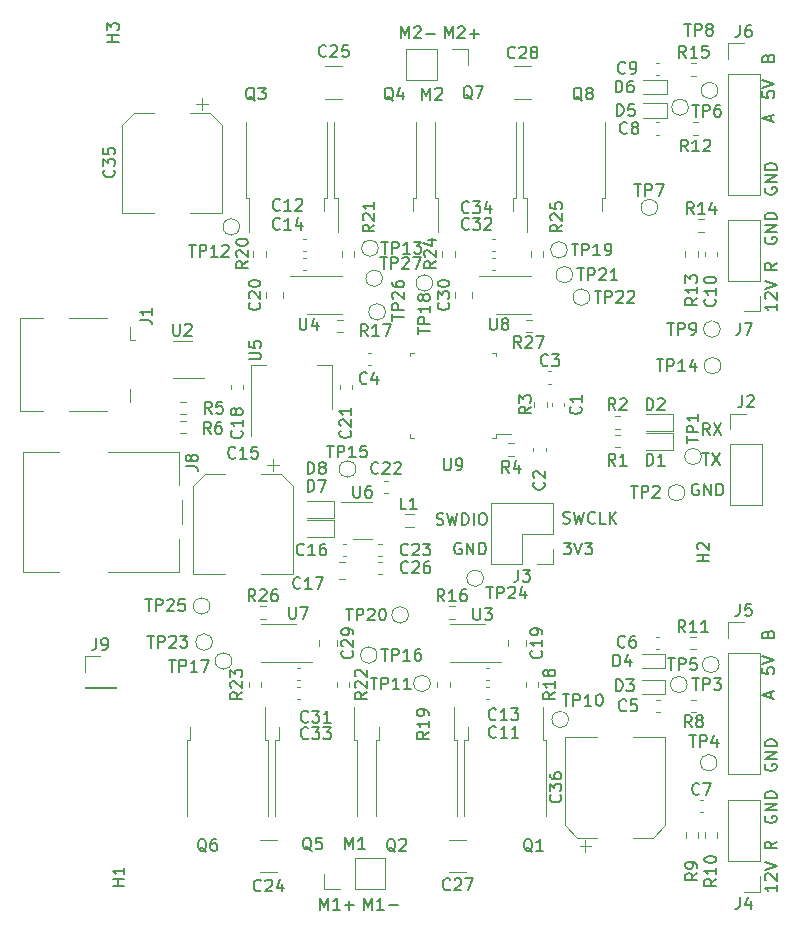
<source format=gbr>
%TF.GenerationSoftware,KiCad,Pcbnew,7.0.1*%
%TF.CreationDate,2024-02-17T21:50:19+01:00*%
%TF.ProjectId,BallBalancer,42616c6c-4261-46c6-916e-6365722e6b69,rev?*%
%TF.SameCoordinates,Original*%
%TF.FileFunction,Legend,Top*%
%TF.FilePolarity,Positive*%
%FSLAX46Y46*%
G04 Gerber Fmt 4.6, Leading zero omitted, Abs format (unit mm)*
G04 Created by KiCad (PCBNEW 7.0.1) date 2024-02-17 21:50:19*
%MOMM*%
%LPD*%
G01*
G04 APERTURE LIST*
%ADD10C,0.150000*%
%ADD11C,0.120000*%
G04 APERTURE END LIST*
D10*
X118604762Y-59977619D02*
X118604762Y-58977619D01*
X118604762Y-58977619D02*
X118938095Y-59691904D01*
X118938095Y-59691904D02*
X119271428Y-58977619D01*
X119271428Y-58977619D02*
X119271428Y-59977619D01*
X119700000Y-59072857D02*
X119747619Y-59025238D01*
X119747619Y-59025238D02*
X119842857Y-58977619D01*
X119842857Y-58977619D02*
X120080952Y-58977619D01*
X120080952Y-58977619D02*
X120176190Y-59025238D01*
X120176190Y-59025238D02*
X120223809Y-59072857D01*
X120223809Y-59072857D02*
X120271428Y-59168095D01*
X120271428Y-59168095D02*
X120271428Y-59263333D01*
X120271428Y-59263333D02*
X120223809Y-59406190D01*
X120223809Y-59406190D02*
X119652381Y-59977619D01*
X119652381Y-59977619D02*
X120271428Y-59977619D01*
X120700000Y-59596666D02*
X121461905Y-59596666D01*
X121080952Y-59977619D02*
X121080952Y-59215714D01*
X141009523Y-93577619D02*
X140676190Y-93101428D01*
X140438095Y-93577619D02*
X140438095Y-92577619D01*
X140438095Y-92577619D02*
X140819047Y-92577619D01*
X140819047Y-92577619D02*
X140914285Y-92625238D01*
X140914285Y-92625238D02*
X140961904Y-92672857D01*
X140961904Y-92672857D02*
X141009523Y-92768095D01*
X141009523Y-92768095D02*
X141009523Y-92910952D01*
X141009523Y-92910952D02*
X140961904Y-93006190D01*
X140961904Y-93006190D02*
X140914285Y-93053809D01*
X140914285Y-93053809D02*
X140819047Y-93101428D01*
X140819047Y-93101428D02*
X140438095Y-93101428D01*
X141342857Y-92577619D02*
X142009523Y-93577619D01*
X142009523Y-92577619D02*
X141342857Y-93577619D01*
X146677619Y-82438095D02*
X146677619Y-83009523D01*
X146677619Y-82723809D02*
X145677619Y-82723809D01*
X145677619Y-82723809D02*
X145820476Y-82819047D01*
X145820476Y-82819047D02*
X145915714Y-82914285D01*
X145915714Y-82914285D02*
X145963333Y-83009523D01*
X145772857Y-82057142D02*
X145725238Y-82009523D01*
X145725238Y-82009523D02*
X145677619Y-81914285D01*
X145677619Y-81914285D02*
X145677619Y-81676190D01*
X145677619Y-81676190D02*
X145725238Y-81580952D01*
X145725238Y-81580952D02*
X145772857Y-81533333D01*
X145772857Y-81533333D02*
X145868095Y-81485714D01*
X145868095Y-81485714D02*
X145963333Y-81485714D01*
X145963333Y-81485714D02*
X146106190Y-81533333D01*
X146106190Y-81533333D02*
X146677619Y-82104761D01*
X146677619Y-82104761D02*
X146677619Y-81485714D01*
X145677619Y-81199999D02*
X146677619Y-80866666D01*
X146677619Y-80866666D02*
X145677619Y-80533333D01*
X119961904Y-102725238D02*
X119866666Y-102677619D01*
X119866666Y-102677619D02*
X119723809Y-102677619D01*
X119723809Y-102677619D02*
X119580952Y-102725238D01*
X119580952Y-102725238D02*
X119485714Y-102820476D01*
X119485714Y-102820476D02*
X119438095Y-102915714D01*
X119438095Y-102915714D02*
X119390476Y-103106190D01*
X119390476Y-103106190D02*
X119390476Y-103249047D01*
X119390476Y-103249047D02*
X119438095Y-103439523D01*
X119438095Y-103439523D02*
X119485714Y-103534761D01*
X119485714Y-103534761D02*
X119580952Y-103630000D01*
X119580952Y-103630000D02*
X119723809Y-103677619D01*
X119723809Y-103677619D02*
X119819047Y-103677619D01*
X119819047Y-103677619D02*
X119961904Y-103630000D01*
X119961904Y-103630000D02*
X120009523Y-103582380D01*
X120009523Y-103582380D02*
X120009523Y-103249047D01*
X120009523Y-103249047D02*
X119819047Y-103249047D01*
X120438095Y-103677619D02*
X120438095Y-102677619D01*
X120438095Y-102677619D02*
X121009523Y-103677619D01*
X121009523Y-103677619D02*
X121009523Y-102677619D01*
X121485714Y-103677619D02*
X121485714Y-102677619D01*
X121485714Y-102677619D02*
X121723809Y-102677619D01*
X121723809Y-102677619D02*
X121866666Y-102725238D01*
X121866666Y-102725238D02*
X121961904Y-102820476D01*
X121961904Y-102820476D02*
X122009523Y-102915714D01*
X122009523Y-102915714D02*
X122057142Y-103106190D01*
X122057142Y-103106190D02*
X122057142Y-103249047D01*
X122057142Y-103249047D02*
X122009523Y-103439523D01*
X122009523Y-103439523D02*
X121961904Y-103534761D01*
X121961904Y-103534761D02*
X121866666Y-103630000D01*
X121866666Y-103630000D02*
X121723809Y-103677619D01*
X121723809Y-103677619D02*
X121485714Y-103677619D01*
X145725238Y-72638095D02*
X145677619Y-72733333D01*
X145677619Y-72733333D02*
X145677619Y-72876190D01*
X145677619Y-72876190D02*
X145725238Y-73019047D01*
X145725238Y-73019047D02*
X145820476Y-73114285D01*
X145820476Y-73114285D02*
X145915714Y-73161904D01*
X145915714Y-73161904D02*
X146106190Y-73209523D01*
X146106190Y-73209523D02*
X146249047Y-73209523D01*
X146249047Y-73209523D02*
X146439523Y-73161904D01*
X146439523Y-73161904D02*
X146534761Y-73114285D01*
X146534761Y-73114285D02*
X146630000Y-73019047D01*
X146630000Y-73019047D02*
X146677619Y-72876190D01*
X146677619Y-72876190D02*
X146677619Y-72780952D01*
X146677619Y-72780952D02*
X146630000Y-72638095D01*
X146630000Y-72638095D02*
X146582380Y-72590476D01*
X146582380Y-72590476D02*
X146249047Y-72590476D01*
X146249047Y-72590476D02*
X146249047Y-72780952D01*
X146677619Y-72161904D02*
X145677619Y-72161904D01*
X145677619Y-72161904D02*
X146677619Y-71590476D01*
X146677619Y-71590476D02*
X145677619Y-71590476D01*
X146677619Y-71114285D02*
X145677619Y-71114285D01*
X145677619Y-71114285D02*
X145677619Y-70876190D01*
X145677619Y-70876190D02*
X145725238Y-70733333D01*
X145725238Y-70733333D02*
X145820476Y-70638095D01*
X145820476Y-70638095D02*
X145915714Y-70590476D01*
X145915714Y-70590476D02*
X146106190Y-70542857D01*
X146106190Y-70542857D02*
X146249047Y-70542857D01*
X146249047Y-70542857D02*
X146439523Y-70590476D01*
X146439523Y-70590476D02*
X146534761Y-70638095D01*
X146534761Y-70638095D02*
X146630000Y-70733333D01*
X146630000Y-70733333D02*
X146677619Y-70876190D01*
X146677619Y-70876190D02*
X146677619Y-71114285D01*
X145725238Y-125838095D02*
X145677619Y-125933333D01*
X145677619Y-125933333D02*
X145677619Y-126076190D01*
X145677619Y-126076190D02*
X145725238Y-126219047D01*
X145725238Y-126219047D02*
X145820476Y-126314285D01*
X145820476Y-126314285D02*
X145915714Y-126361904D01*
X145915714Y-126361904D02*
X146106190Y-126409523D01*
X146106190Y-126409523D02*
X146249047Y-126409523D01*
X146249047Y-126409523D02*
X146439523Y-126361904D01*
X146439523Y-126361904D02*
X146534761Y-126314285D01*
X146534761Y-126314285D02*
X146630000Y-126219047D01*
X146630000Y-126219047D02*
X146677619Y-126076190D01*
X146677619Y-126076190D02*
X146677619Y-125980952D01*
X146677619Y-125980952D02*
X146630000Y-125838095D01*
X146630000Y-125838095D02*
X146582380Y-125790476D01*
X146582380Y-125790476D02*
X146249047Y-125790476D01*
X146249047Y-125790476D02*
X146249047Y-125980952D01*
X146677619Y-125361904D02*
X145677619Y-125361904D01*
X145677619Y-125361904D02*
X146677619Y-124790476D01*
X146677619Y-124790476D02*
X145677619Y-124790476D01*
X146677619Y-124314285D02*
X145677619Y-124314285D01*
X145677619Y-124314285D02*
X145677619Y-124076190D01*
X145677619Y-124076190D02*
X145725238Y-123933333D01*
X145725238Y-123933333D02*
X145820476Y-123838095D01*
X145820476Y-123838095D02*
X145915714Y-123790476D01*
X145915714Y-123790476D02*
X146106190Y-123742857D01*
X146106190Y-123742857D02*
X146249047Y-123742857D01*
X146249047Y-123742857D02*
X146439523Y-123790476D01*
X146439523Y-123790476D02*
X146534761Y-123838095D01*
X146534761Y-123838095D02*
X146630000Y-123933333D01*
X146630000Y-123933333D02*
X146677619Y-124076190D01*
X146677619Y-124076190D02*
X146677619Y-124314285D01*
X145477619Y-64485714D02*
X145477619Y-64961904D01*
X145477619Y-64961904D02*
X145953809Y-65009523D01*
X145953809Y-65009523D02*
X145906190Y-64961904D01*
X145906190Y-64961904D02*
X145858571Y-64866666D01*
X145858571Y-64866666D02*
X145858571Y-64628571D01*
X145858571Y-64628571D02*
X145906190Y-64533333D01*
X145906190Y-64533333D02*
X145953809Y-64485714D01*
X145953809Y-64485714D02*
X146049047Y-64438095D01*
X146049047Y-64438095D02*
X146287142Y-64438095D01*
X146287142Y-64438095D02*
X146382380Y-64485714D01*
X146382380Y-64485714D02*
X146430000Y-64533333D01*
X146430000Y-64533333D02*
X146477619Y-64628571D01*
X146477619Y-64628571D02*
X146477619Y-64866666D01*
X146477619Y-64866666D02*
X146430000Y-64961904D01*
X146430000Y-64961904D02*
X146382380Y-65009523D01*
X145477619Y-64152380D02*
X146477619Y-63819047D01*
X146477619Y-63819047D02*
X145477619Y-63485714D01*
X146677619Y-127990476D02*
X146201428Y-128323809D01*
X146677619Y-128561904D02*
X145677619Y-128561904D01*
X145677619Y-128561904D02*
X145677619Y-128180952D01*
X145677619Y-128180952D02*
X145725238Y-128085714D01*
X145725238Y-128085714D02*
X145772857Y-128038095D01*
X145772857Y-128038095D02*
X145868095Y-127990476D01*
X145868095Y-127990476D02*
X146010952Y-127990476D01*
X146010952Y-127990476D02*
X146106190Y-128038095D01*
X146106190Y-128038095D02*
X146153809Y-128085714D01*
X146153809Y-128085714D02*
X146201428Y-128180952D01*
X146201428Y-128180952D02*
X146201428Y-128561904D01*
X145725238Y-76838095D02*
X145677619Y-76933333D01*
X145677619Y-76933333D02*
X145677619Y-77076190D01*
X145677619Y-77076190D02*
X145725238Y-77219047D01*
X145725238Y-77219047D02*
X145820476Y-77314285D01*
X145820476Y-77314285D02*
X145915714Y-77361904D01*
X145915714Y-77361904D02*
X146106190Y-77409523D01*
X146106190Y-77409523D02*
X146249047Y-77409523D01*
X146249047Y-77409523D02*
X146439523Y-77361904D01*
X146439523Y-77361904D02*
X146534761Y-77314285D01*
X146534761Y-77314285D02*
X146630000Y-77219047D01*
X146630000Y-77219047D02*
X146677619Y-77076190D01*
X146677619Y-77076190D02*
X146677619Y-76980952D01*
X146677619Y-76980952D02*
X146630000Y-76838095D01*
X146630000Y-76838095D02*
X146582380Y-76790476D01*
X146582380Y-76790476D02*
X146249047Y-76790476D01*
X146249047Y-76790476D02*
X146249047Y-76980952D01*
X146677619Y-76361904D02*
X145677619Y-76361904D01*
X145677619Y-76361904D02*
X146677619Y-75790476D01*
X146677619Y-75790476D02*
X145677619Y-75790476D01*
X146677619Y-75314285D02*
X145677619Y-75314285D01*
X145677619Y-75314285D02*
X145677619Y-75076190D01*
X145677619Y-75076190D02*
X145725238Y-74933333D01*
X145725238Y-74933333D02*
X145820476Y-74838095D01*
X145820476Y-74838095D02*
X145915714Y-74790476D01*
X145915714Y-74790476D02*
X146106190Y-74742857D01*
X146106190Y-74742857D02*
X146249047Y-74742857D01*
X146249047Y-74742857D02*
X146439523Y-74790476D01*
X146439523Y-74790476D02*
X146534761Y-74838095D01*
X146534761Y-74838095D02*
X146630000Y-74933333D01*
X146630000Y-74933333D02*
X146677619Y-75076190D01*
X146677619Y-75076190D02*
X146677619Y-75314285D01*
X146677619Y-131638095D02*
X146677619Y-132209523D01*
X146677619Y-131923809D02*
X145677619Y-131923809D01*
X145677619Y-131923809D02*
X145820476Y-132019047D01*
X145820476Y-132019047D02*
X145915714Y-132114285D01*
X145915714Y-132114285D02*
X145963333Y-132209523D01*
X145772857Y-131257142D02*
X145725238Y-131209523D01*
X145725238Y-131209523D02*
X145677619Y-131114285D01*
X145677619Y-131114285D02*
X145677619Y-130876190D01*
X145677619Y-130876190D02*
X145725238Y-130780952D01*
X145725238Y-130780952D02*
X145772857Y-130733333D01*
X145772857Y-130733333D02*
X145868095Y-130685714D01*
X145868095Y-130685714D02*
X145963333Y-130685714D01*
X145963333Y-130685714D02*
X146106190Y-130733333D01*
X146106190Y-130733333D02*
X146677619Y-131304761D01*
X146677619Y-131304761D02*
X146677619Y-130685714D01*
X145677619Y-130399999D02*
X146677619Y-130066666D01*
X146677619Y-130066666D02*
X145677619Y-129733333D01*
X128642857Y-102677619D02*
X129261904Y-102677619D01*
X129261904Y-102677619D02*
X128928571Y-103058571D01*
X128928571Y-103058571D02*
X129071428Y-103058571D01*
X129071428Y-103058571D02*
X129166666Y-103106190D01*
X129166666Y-103106190D02*
X129214285Y-103153809D01*
X129214285Y-103153809D02*
X129261904Y-103249047D01*
X129261904Y-103249047D02*
X129261904Y-103487142D01*
X129261904Y-103487142D02*
X129214285Y-103582380D01*
X129214285Y-103582380D02*
X129166666Y-103630000D01*
X129166666Y-103630000D02*
X129071428Y-103677619D01*
X129071428Y-103677619D02*
X128785714Y-103677619D01*
X128785714Y-103677619D02*
X128690476Y-103630000D01*
X128690476Y-103630000D02*
X128642857Y-103582380D01*
X129547619Y-102677619D02*
X129880952Y-103677619D01*
X129880952Y-103677619D02*
X130214285Y-102677619D01*
X130452381Y-102677619D02*
X131071428Y-102677619D01*
X131071428Y-102677619D02*
X130738095Y-103058571D01*
X130738095Y-103058571D02*
X130880952Y-103058571D01*
X130880952Y-103058571D02*
X130976190Y-103106190D01*
X130976190Y-103106190D02*
X131023809Y-103153809D01*
X131023809Y-103153809D02*
X131071428Y-103249047D01*
X131071428Y-103249047D02*
X131071428Y-103487142D01*
X131071428Y-103487142D02*
X131023809Y-103582380D01*
X131023809Y-103582380D02*
X130976190Y-103630000D01*
X130976190Y-103630000D02*
X130880952Y-103677619D01*
X130880952Y-103677619D02*
X130595238Y-103677619D01*
X130595238Y-103677619D02*
X130500000Y-103630000D01*
X130500000Y-103630000D02*
X130452381Y-103582380D01*
X111738095Y-133777619D02*
X111738095Y-132777619D01*
X111738095Y-132777619D02*
X112071428Y-133491904D01*
X112071428Y-133491904D02*
X112404761Y-132777619D01*
X112404761Y-132777619D02*
X112404761Y-133777619D01*
X113404761Y-133777619D02*
X112833333Y-133777619D01*
X113119047Y-133777619D02*
X113119047Y-132777619D01*
X113119047Y-132777619D02*
X113023809Y-132920476D01*
X113023809Y-132920476D02*
X112928571Y-133015714D01*
X112928571Y-133015714D02*
X112833333Y-133063333D01*
X113833333Y-133396666D02*
X114595238Y-133396666D01*
X108038095Y-133777619D02*
X108038095Y-132777619D01*
X108038095Y-132777619D02*
X108371428Y-133491904D01*
X108371428Y-133491904D02*
X108704761Y-132777619D01*
X108704761Y-132777619D02*
X108704761Y-133777619D01*
X109704761Y-133777619D02*
X109133333Y-133777619D01*
X109419047Y-133777619D02*
X109419047Y-132777619D01*
X109419047Y-132777619D02*
X109323809Y-132920476D01*
X109323809Y-132920476D02*
X109228571Y-133015714D01*
X109228571Y-133015714D02*
X109133333Y-133063333D01*
X110133333Y-133396666D02*
X110895238Y-133396666D01*
X110514285Y-133777619D02*
X110514285Y-133015714D01*
X140061904Y-97725238D02*
X139966666Y-97677619D01*
X139966666Y-97677619D02*
X139823809Y-97677619D01*
X139823809Y-97677619D02*
X139680952Y-97725238D01*
X139680952Y-97725238D02*
X139585714Y-97820476D01*
X139585714Y-97820476D02*
X139538095Y-97915714D01*
X139538095Y-97915714D02*
X139490476Y-98106190D01*
X139490476Y-98106190D02*
X139490476Y-98249047D01*
X139490476Y-98249047D02*
X139538095Y-98439523D01*
X139538095Y-98439523D02*
X139585714Y-98534761D01*
X139585714Y-98534761D02*
X139680952Y-98630000D01*
X139680952Y-98630000D02*
X139823809Y-98677619D01*
X139823809Y-98677619D02*
X139919047Y-98677619D01*
X139919047Y-98677619D02*
X140061904Y-98630000D01*
X140061904Y-98630000D02*
X140109523Y-98582380D01*
X140109523Y-98582380D02*
X140109523Y-98249047D01*
X140109523Y-98249047D02*
X139919047Y-98249047D01*
X140538095Y-98677619D02*
X140538095Y-97677619D01*
X140538095Y-97677619D02*
X141109523Y-98677619D01*
X141109523Y-98677619D02*
X141109523Y-97677619D01*
X141585714Y-98677619D02*
X141585714Y-97677619D01*
X141585714Y-97677619D02*
X141823809Y-97677619D01*
X141823809Y-97677619D02*
X141966666Y-97725238D01*
X141966666Y-97725238D02*
X142061904Y-97820476D01*
X142061904Y-97820476D02*
X142109523Y-97915714D01*
X142109523Y-97915714D02*
X142157142Y-98106190D01*
X142157142Y-98106190D02*
X142157142Y-98249047D01*
X142157142Y-98249047D02*
X142109523Y-98439523D01*
X142109523Y-98439523D02*
X142061904Y-98534761D01*
X142061904Y-98534761D02*
X141966666Y-98630000D01*
X141966666Y-98630000D02*
X141823809Y-98677619D01*
X141823809Y-98677619D02*
X141585714Y-98677619D01*
X145477619Y-113285714D02*
X145477619Y-113761904D01*
X145477619Y-113761904D02*
X145953809Y-113809523D01*
X145953809Y-113809523D02*
X145906190Y-113761904D01*
X145906190Y-113761904D02*
X145858571Y-113666666D01*
X145858571Y-113666666D02*
X145858571Y-113428571D01*
X145858571Y-113428571D02*
X145906190Y-113333333D01*
X145906190Y-113333333D02*
X145953809Y-113285714D01*
X145953809Y-113285714D02*
X146049047Y-113238095D01*
X146049047Y-113238095D02*
X146287142Y-113238095D01*
X146287142Y-113238095D02*
X146382380Y-113285714D01*
X146382380Y-113285714D02*
X146430000Y-113333333D01*
X146430000Y-113333333D02*
X146477619Y-113428571D01*
X146477619Y-113428571D02*
X146477619Y-113666666D01*
X146477619Y-113666666D02*
X146430000Y-113761904D01*
X146430000Y-113761904D02*
X146382380Y-113809523D01*
X145477619Y-112952380D02*
X146477619Y-112619047D01*
X146477619Y-112619047D02*
X145477619Y-112285714D01*
X146677619Y-78990476D02*
X146201428Y-79323809D01*
X146677619Y-79561904D02*
X145677619Y-79561904D01*
X145677619Y-79561904D02*
X145677619Y-79180952D01*
X145677619Y-79180952D02*
X145725238Y-79085714D01*
X145725238Y-79085714D02*
X145772857Y-79038095D01*
X145772857Y-79038095D02*
X145868095Y-78990476D01*
X145868095Y-78990476D02*
X146010952Y-78990476D01*
X146010952Y-78990476D02*
X146106190Y-79038095D01*
X146106190Y-79038095D02*
X146153809Y-79085714D01*
X146153809Y-79085714D02*
X146201428Y-79180952D01*
X146201428Y-79180952D02*
X146201428Y-79561904D01*
X146191904Y-67009523D02*
X146191904Y-66533333D01*
X146477619Y-67104761D02*
X145477619Y-66771428D01*
X145477619Y-66771428D02*
X146477619Y-66438095D01*
X145953809Y-110428571D02*
X146001428Y-110285714D01*
X146001428Y-110285714D02*
X146049047Y-110238095D01*
X146049047Y-110238095D02*
X146144285Y-110190476D01*
X146144285Y-110190476D02*
X146287142Y-110190476D01*
X146287142Y-110190476D02*
X146382380Y-110238095D01*
X146382380Y-110238095D02*
X146430000Y-110285714D01*
X146430000Y-110285714D02*
X146477619Y-110380952D01*
X146477619Y-110380952D02*
X146477619Y-110761904D01*
X146477619Y-110761904D02*
X145477619Y-110761904D01*
X145477619Y-110761904D02*
X145477619Y-110428571D01*
X145477619Y-110428571D02*
X145525238Y-110333333D01*
X145525238Y-110333333D02*
X145572857Y-110285714D01*
X145572857Y-110285714D02*
X145668095Y-110238095D01*
X145668095Y-110238095D02*
X145763333Y-110238095D01*
X145763333Y-110238095D02*
X145858571Y-110285714D01*
X145858571Y-110285714D02*
X145906190Y-110333333D01*
X145906190Y-110333333D02*
X145953809Y-110428571D01*
X145953809Y-110428571D02*
X145953809Y-110761904D01*
X145725238Y-121438095D02*
X145677619Y-121533333D01*
X145677619Y-121533333D02*
X145677619Y-121676190D01*
X145677619Y-121676190D02*
X145725238Y-121819047D01*
X145725238Y-121819047D02*
X145820476Y-121914285D01*
X145820476Y-121914285D02*
X145915714Y-121961904D01*
X145915714Y-121961904D02*
X146106190Y-122009523D01*
X146106190Y-122009523D02*
X146249047Y-122009523D01*
X146249047Y-122009523D02*
X146439523Y-121961904D01*
X146439523Y-121961904D02*
X146534761Y-121914285D01*
X146534761Y-121914285D02*
X146630000Y-121819047D01*
X146630000Y-121819047D02*
X146677619Y-121676190D01*
X146677619Y-121676190D02*
X146677619Y-121580952D01*
X146677619Y-121580952D02*
X146630000Y-121438095D01*
X146630000Y-121438095D02*
X146582380Y-121390476D01*
X146582380Y-121390476D02*
X146249047Y-121390476D01*
X146249047Y-121390476D02*
X146249047Y-121580952D01*
X146677619Y-120961904D02*
X145677619Y-120961904D01*
X145677619Y-120961904D02*
X146677619Y-120390476D01*
X146677619Y-120390476D02*
X145677619Y-120390476D01*
X146677619Y-119914285D02*
X145677619Y-119914285D01*
X145677619Y-119914285D02*
X145677619Y-119676190D01*
X145677619Y-119676190D02*
X145725238Y-119533333D01*
X145725238Y-119533333D02*
X145820476Y-119438095D01*
X145820476Y-119438095D02*
X145915714Y-119390476D01*
X145915714Y-119390476D02*
X146106190Y-119342857D01*
X146106190Y-119342857D02*
X146249047Y-119342857D01*
X146249047Y-119342857D02*
X146439523Y-119390476D01*
X146439523Y-119390476D02*
X146534761Y-119438095D01*
X146534761Y-119438095D02*
X146630000Y-119533333D01*
X146630000Y-119533333D02*
X146677619Y-119676190D01*
X146677619Y-119676190D02*
X146677619Y-119914285D01*
X146191904Y-115809523D02*
X146191904Y-115333333D01*
X146477619Y-115904761D02*
X145477619Y-115571428D01*
X145477619Y-115571428D02*
X146477619Y-115238095D01*
X145953809Y-61628571D02*
X146001428Y-61485714D01*
X146001428Y-61485714D02*
X146049047Y-61438095D01*
X146049047Y-61438095D02*
X146144285Y-61390476D01*
X146144285Y-61390476D02*
X146287142Y-61390476D01*
X146287142Y-61390476D02*
X146382380Y-61438095D01*
X146382380Y-61438095D02*
X146430000Y-61485714D01*
X146430000Y-61485714D02*
X146477619Y-61580952D01*
X146477619Y-61580952D02*
X146477619Y-61961904D01*
X146477619Y-61961904D02*
X145477619Y-61961904D01*
X145477619Y-61961904D02*
X145477619Y-61628571D01*
X145477619Y-61628571D02*
X145525238Y-61533333D01*
X145525238Y-61533333D02*
X145572857Y-61485714D01*
X145572857Y-61485714D02*
X145668095Y-61438095D01*
X145668095Y-61438095D02*
X145763333Y-61438095D01*
X145763333Y-61438095D02*
X145858571Y-61485714D01*
X145858571Y-61485714D02*
X145906190Y-61533333D01*
X145906190Y-61533333D02*
X145953809Y-61628571D01*
X145953809Y-61628571D02*
X145953809Y-61961904D01*
X128590476Y-101030000D02*
X128733333Y-101077619D01*
X128733333Y-101077619D02*
X128971428Y-101077619D01*
X128971428Y-101077619D02*
X129066666Y-101030000D01*
X129066666Y-101030000D02*
X129114285Y-100982380D01*
X129114285Y-100982380D02*
X129161904Y-100887142D01*
X129161904Y-100887142D02*
X129161904Y-100791904D01*
X129161904Y-100791904D02*
X129114285Y-100696666D01*
X129114285Y-100696666D02*
X129066666Y-100649047D01*
X129066666Y-100649047D02*
X128971428Y-100601428D01*
X128971428Y-100601428D02*
X128780952Y-100553809D01*
X128780952Y-100553809D02*
X128685714Y-100506190D01*
X128685714Y-100506190D02*
X128638095Y-100458571D01*
X128638095Y-100458571D02*
X128590476Y-100363333D01*
X128590476Y-100363333D02*
X128590476Y-100268095D01*
X128590476Y-100268095D02*
X128638095Y-100172857D01*
X128638095Y-100172857D02*
X128685714Y-100125238D01*
X128685714Y-100125238D02*
X128780952Y-100077619D01*
X128780952Y-100077619D02*
X129019047Y-100077619D01*
X129019047Y-100077619D02*
X129161904Y-100125238D01*
X129495238Y-100077619D02*
X129733333Y-101077619D01*
X129733333Y-101077619D02*
X129923809Y-100363333D01*
X129923809Y-100363333D02*
X130114285Y-101077619D01*
X130114285Y-101077619D02*
X130352381Y-100077619D01*
X131304761Y-100982380D02*
X131257142Y-101030000D01*
X131257142Y-101030000D02*
X131114285Y-101077619D01*
X131114285Y-101077619D02*
X131019047Y-101077619D01*
X131019047Y-101077619D02*
X130876190Y-101030000D01*
X130876190Y-101030000D02*
X130780952Y-100934761D01*
X130780952Y-100934761D02*
X130733333Y-100839523D01*
X130733333Y-100839523D02*
X130685714Y-100649047D01*
X130685714Y-100649047D02*
X130685714Y-100506190D01*
X130685714Y-100506190D02*
X130733333Y-100315714D01*
X130733333Y-100315714D02*
X130780952Y-100220476D01*
X130780952Y-100220476D02*
X130876190Y-100125238D01*
X130876190Y-100125238D02*
X131019047Y-100077619D01*
X131019047Y-100077619D02*
X131114285Y-100077619D01*
X131114285Y-100077619D02*
X131257142Y-100125238D01*
X131257142Y-100125238D02*
X131304761Y-100172857D01*
X132209523Y-101077619D02*
X131733333Y-101077619D01*
X131733333Y-101077619D02*
X131733333Y-100077619D01*
X132542857Y-101077619D02*
X132542857Y-100077619D01*
X133114285Y-101077619D02*
X132685714Y-100506190D01*
X133114285Y-100077619D02*
X132542857Y-100649047D01*
X117890476Y-101130000D02*
X118033333Y-101177619D01*
X118033333Y-101177619D02*
X118271428Y-101177619D01*
X118271428Y-101177619D02*
X118366666Y-101130000D01*
X118366666Y-101130000D02*
X118414285Y-101082380D01*
X118414285Y-101082380D02*
X118461904Y-100987142D01*
X118461904Y-100987142D02*
X118461904Y-100891904D01*
X118461904Y-100891904D02*
X118414285Y-100796666D01*
X118414285Y-100796666D02*
X118366666Y-100749047D01*
X118366666Y-100749047D02*
X118271428Y-100701428D01*
X118271428Y-100701428D02*
X118080952Y-100653809D01*
X118080952Y-100653809D02*
X117985714Y-100606190D01*
X117985714Y-100606190D02*
X117938095Y-100558571D01*
X117938095Y-100558571D02*
X117890476Y-100463333D01*
X117890476Y-100463333D02*
X117890476Y-100368095D01*
X117890476Y-100368095D02*
X117938095Y-100272857D01*
X117938095Y-100272857D02*
X117985714Y-100225238D01*
X117985714Y-100225238D02*
X118080952Y-100177619D01*
X118080952Y-100177619D02*
X118319047Y-100177619D01*
X118319047Y-100177619D02*
X118461904Y-100225238D01*
X118795238Y-100177619D02*
X119033333Y-101177619D01*
X119033333Y-101177619D02*
X119223809Y-100463333D01*
X119223809Y-100463333D02*
X119414285Y-101177619D01*
X119414285Y-101177619D02*
X119652381Y-100177619D01*
X120033333Y-101177619D02*
X120033333Y-100177619D01*
X120033333Y-100177619D02*
X120271428Y-100177619D01*
X120271428Y-100177619D02*
X120414285Y-100225238D01*
X120414285Y-100225238D02*
X120509523Y-100320476D01*
X120509523Y-100320476D02*
X120557142Y-100415714D01*
X120557142Y-100415714D02*
X120604761Y-100606190D01*
X120604761Y-100606190D02*
X120604761Y-100749047D01*
X120604761Y-100749047D02*
X120557142Y-100939523D01*
X120557142Y-100939523D02*
X120509523Y-101034761D01*
X120509523Y-101034761D02*
X120414285Y-101130000D01*
X120414285Y-101130000D02*
X120271428Y-101177619D01*
X120271428Y-101177619D02*
X120033333Y-101177619D01*
X121033333Y-101177619D02*
X121033333Y-100177619D01*
X121699999Y-100177619D02*
X121890475Y-100177619D01*
X121890475Y-100177619D02*
X121985713Y-100225238D01*
X121985713Y-100225238D02*
X122080951Y-100320476D01*
X122080951Y-100320476D02*
X122128570Y-100510952D01*
X122128570Y-100510952D02*
X122128570Y-100844285D01*
X122128570Y-100844285D02*
X122080951Y-101034761D01*
X122080951Y-101034761D02*
X121985713Y-101130000D01*
X121985713Y-101130000D02*
X121890475Y-101177619D01*
X121890475Y-101177619D02*
X121699999Y-101177619D01*
X121699999Y-101177619D02*
X121604761Y-101130000D01*
X121604761Y-101130000D02*
X121509523Y-101034761D01*
X121509523Y-101034761D02*
X121461904Y-100844285D01*
X121461904Y-100844285D02*
X121461904Y-100510952D01*
X121461904Y-100510952D02*
X121509523Y-100320476D01*
X121509523Y-100320476D02*
X121604761Y-100225238D01*
X121604761Y-100225238D02*
X121699999Y-100177619D01*
X114904762Y-59977619D02*
X114904762Y-58977619D01*
X114904762Y-58977619D02*
X115238095Y-59691904D01*
X115238095Y-59691904D02*
X115571428Y-58977619D01*
X115571428Y-58977619D02*
X115571428Y-59977619D01*
X116000000Y-59072857D02*
X116047619Y-59025238D01*
X116047619Y-59025238D02*
X116142857Y-58977619D01*
X116142857Y-58977619D02*
X116380952Y-58977619D01*
X116380952Y-58977619D02*
X116476190Y-59025238D01*
X116476190Y-59025238D02*
X116523809Y-59072857D01*
X116523809Y-59072857D02*
X116571428Y-59168095D01*
X116571428Y-59168095D02*
X116571428Y-59263333D01*
X116571428Y-59263333D02*
X116523809Y-59406190D01*
X116523809Y-59406190D02*
X115952381Y-59977619D01*
X115952381Y-59977619D02*
X116571428Y-59977619D01*
X117000000Y-59596666D02*
X117761905Y-59596666D01*
X140395238Y-95077619D02*
X140966666Y-95077619D01*
X140680952Y-96077619D02*
X140680952Y-95077619D01*
X141204762Y-95077619D02*
X141871428Y-96077619D01*
X141871428Y-95077619D02*
X141204762Y-96077619D01*
%TO.C,C1*%
X130067380Y-91166666D02*
X130115000Y-91214285D01*
X130115000Y-91214285D02*
X130162619Y-91357142D01*
X130162619Y-91357142D02*
X130162619Y-91452380D01*
X130162619Y-91452380D02*
X130115000Y-91595237D01*
X130115000Y-91595237D02*
X130019761Y-91690475D01*
X130019761Y-91690475D02*
X129924523Y-91738094D01*
X129924523Y-91738094D02*
X129734047Y-91785713D01*
X129734047Y-91785713D02*
X129591190Y-91785713D01*
X129591190Y-91785713D02*
X129400714Y-91738094D01*
X129400714Y-91738094D02*
X129305476Y-91690475D01*
X129305476Y-91690475D02*
X129210238Y-91595237D01*
X129210238Y-91595237D02*
X129162619Y-91452380D01*
X129162619Y-91452380D02*
X129162619Y-91357142D01*
X129162619Y-91357142D02*
X129210238Y-91214285D01*
X129210238Y-91214285D02*
X129257857Y-91166666D01*
X130162619Y-90214285D02*
X130162619Y-90785713D01*
X130162619Y-90499999D02*
X129162619Y-90499999D01*
X129162619Y-90499999D02*
X129305476Y-90595237D01*
X129305476Y-90595237D02*
X129400714Y-90690475D01*
X129400714Y-90690475D02*
X129448333Y-90785713D01*
%TO.C,C3*%
X127308333Y-87642380D02*
X127260714Y-87690000D01*
X127260714Y-87690000D02*
X127117857Y-87737619D01*
X127117857Y-87737619D02*
X127022619Y-87737619D01*
X127022619Y-87737619D02*
X126879762Y-87690000D01*
X126879762Y-87690000D02*
X126784524Y-87594761D01*
X126784524Y-87594761D02*
X126736905Y-87499523D01*
X126736905Y-87499523D02*
X126689286Y-87309047D01*
X126689286Y-87309047D02*
X126689286Y-87166190D01*
X126689286Y-87166190D02*
X126736905Y-86975714D01*
X126736905Y-86975714D02*
X126784524Y-86880476D01*
X126784524Y-86880476D02*
X126879762Y-86785238D01*
X126879762Y-86785238D02*
X127022619Y-86737619D01*
X127022619Y-86737619D02*
X127117857Y-86737619D01*
X127117857Y-86737619D02*
X127260714Y-86785238D01*
X127260714Y-86785238D02*
X127308333Y-86832857D01*
X127641667Y-86737619D02*
X128260714Y-86737619D01*
X128260714Y-86737619D02*
X127927381Y-87118571D01*
X127927381Y-87118571D02*
X128070238Y-87118571D01*
X128070238Y-87118571D02*
X128165476Y-87166190D01*
X128165476Y-87166190D02*
X128213095Y-87213809D01*
X128213095Y-87213809D02*
X128260714Y-87309047D01*
X128260714Y-87309047D02*
X128260714Y-87547142D01*
X128260714Y-87547142D02*
X128213095Y-87642380D01*
X128213095Y-87642380D02*
X128165476Y-87690000D01*
X128165476Y-87690000D02*
X128070238Y-87737619D01*
X128070238Y-87737619D02*
X127784524Y-87737619D01*
X127784524Y-87737619D02*
X127689286Y-87690000D01*
X127689286Y-87690000D02*
X127641667Y-87642380D01*
%TO.C,D1*%
X135661905Y-96162619D02*
X135661905Y-95162619D01*
X135661905Y-95162619D02*
X135900000Y-95162619D01*
X135900000Y-95162619D02*
X136042857Y-95210238D01*
X136042857Y-95210238D02*
X136138095Y-95305476D01*
X136138095Y-95305476D02*
X136185714Y-95400714D01*
X136185714Y-95400714D02*
X136233333Y-95591190D01*
X136233333Y-95591190D02*
X136233333Y-95734047D01*
X136233333Y-95734047D02*
X136185714Y-95924523D01*
X136185714Y-95924523D02*
X136138095Y-96019761D01*
X136138095Y-96019761D02*
X136042857Y-96115000D01*
X136042857Y-96115000D02*
X135900000Y-96162619D01*
X135900000Y-96162619D02*
X135661905Y-96162619D01*
X137185714Y-96162619D02*
X136614286Y-96162619D01*
X136900000Y-96162619D02*
X136900000Y-95162619D01*
X136900000Y-95162619D02*
X136804762Y-95305476D01*
X136804762Y-95305476D02*
X136709524Y-95400714D01*
X136709524Y-95400714D02*
X136614286Y-95448333D01*
%TO.C,J4*%
X143566666Y-132692619D02*
X143566666Y-133406904D01*
X143566666Y-133406904D02*
X143519047Y-133549761D01*
X143519047Y-133549761D02*
X143423809Y-133645000D01*
X143423809Y-133645000D02*
X143280952Y-133692619D01*
X143280952Y-133692619D02*
X143185714Y-133692619D01*
X144471428Y-133025952D02*
X144471428Y-133692619D01*
X144233333Y-132645000D02*
X143995238Y-133359285D01*
X143995238Y-133359285D02*
X144614285Y-133359285D01*
%TO.C,J7*%
X143579166Y-84062619D02*
X143579166Y-84776904D01*
X143579166Y-84776904D02*
X143531547Y-84919761D01*
X143531547Y-84919761D02*
X143436309Y-85015000D01*
X143436309Y-85015000D02*
X143293452Y-85062619D01*
X143293452Y-85062619D02*
X143198214Y-85062619D01*
X143960119Y-84062619D02*
X144626785Y-84062619D01*
X144626785Y-84062619D02*
X144198214Y-85062619D01*
%TO.C,C31*%
X107018593Y-117822672D02*
X106970974Y-117870292D01*
X106970974Y-117870292D02*
X106828117Y-117917911D01*
X106828117Y-117917911D02*
X106732879Y-117917911D01*
X106732879Y-117917911D02*
X106590022Y-117870292D01*
X106590022Y-117870292D02*
X106494784Y-117775053D01*
X106494784Y-117775053D02*
X106447165Y-117679815D01*
X106447165Y-117679815D02*
X106399546Y-117489339D01*
X106399546Y-117489339D02*
X106399546Y-117346482D01*
X106399546Y-117346482D02*
X106447165Y-117156006D01*
X106447165Y-117156006D02*
X106494784Y-117060768D01*
X106494784Y-117060768D02*
X106590022Y-116965530D01*
X106590022Y-116965530D02*
X106732879Y-116917911D01*
X106732879Y-116917911D02*
X106828117Y-116917911D01*
X106828117Y-116917911D02*
X106970974Y-116965530D01*
X106970974Y-116965530D02*
X107018593Y-117013149D01*
X107351927Y-116917911D02*
X107970974Y-116917911D01*
X107970974Y-116917911D02*
X107637641Y-117298863D01*
X107637641Y-117298863D02*
X107780498Y-117298863D01*
X107780498Y-117298863D02*
X107875736Y-117346482D01*
X107875736Y-117346482D02*
X107923355Y-117394101D01*
X107923355Y-117394101D02*
X107970974Y-117489339D01*
X107970974Y-117489339D02*
X107970974Y-117727434D01*
X107970974Y-117727434D02*
X107923355Y-117822672D01*
X107923355Y-117822672D02*
X107875736Y-117870292D01*
X107875736Y-117870292D02*
X107780498Y-117917911D01*
X107780498Y-117917911D02*
X107494784Y-117917911D01*
X107494784Y-117917911D02*
X107399546Y-117870292D01*
X107399546Y-117870292D02*
X107351927Y-117822672D01*
X108923355Y-117917911D02*
X108351927Y-117917911D01*
X108637641Y-117917911D02*
X108637641Y-116917911D01*
X108637641Y-116917911D02*
X108542403Y-117060768D01*
X108542403Y-117060768D02*
X108447165Y-117156006D01*
X108447165Y-117156006D02*
X108351927Y-117203625D01*
%TO.C,R5*%
X98833333Y-91762619D02*
X98500000Y-91286428D01*
X98261905Y-91762619D02*
X98261905Y-90762619D01*
X98261905Y-90762619D02*
X98642857Y-90762619D01*
X98642857Y-90762619D02*
X98738095Y-90810238D01*
X98738095Y-90810238D02*
X98785714Y-90857857D01*
X98785714Y-90857857D02*
X98833333Y-90953095D01*
X98833333Y-90953095D02*
X98833333Y-91095952D01*
X98833333Y-91095952D02*
X98785714Y-91191190D01*
X98785714Y-91191190D02*
X98738095Y-91238809D01*
X98738095Y-91238809D02*
X98642857Y-91286428D01*
X98642857Y-91286428D02*
X98261905Y-91286428D01*
X99738095Y-90762619D02*
X99261905Y-90762619D01*
X99261905Y-90762619D02*
X99214286Y-91238809D01*
X99214286Y-91238809D02*
X99261905Y-91191190D01*
X99261905Y-91191190D02*
X99357143Y-91143571D01*
X99357143Y-91143571D02*
X99595238Y-91143571D01*
X99595238Y-91143571D02*
X99690476Y-91191190D01*
X99690476Y-91191190D02*
X99738095Y-91238809D01*
X99738095Y-91238809D02*
X99785714Y-91334047D01*
X99785714Y-91334047D02*
X99785714Y-91572142D01*
X99785714Y-91572142D02*
X99738095Y-91667380D01*
X99738095Y-91667380D02*
X99690476Y-91715000D01*
X99690476Y-91715000D02*
X99595238Y-91762619D01*
X99595238Y-91762619D02*
X99357143Y-91762619D01*
X99357143Y-91762619D02*
X99261905Y-91715000D01*
X99261905Y-91715000D02*
X99214286Y-91667380D01*
%TO.C,TP2*%
X134338095Y-97862619D02*
X134909523Y-97862619D01*
X134623809Y-98862619D02*
X134623809Y-97862619D01*
X135242857Y-98862619D02*
X135242857Y-97862619D01*
X135242857Y-97862619D02*
X135623809Y-97862619D01*
X135623809Y-97862619D02*
X135719047Y-97910238D01*
X135719047Y-97910238D02*
X135766666Y-97957857D01*
X135766666Y-97957857D02*
X135814285Y-98053095D01*
X135814285Y-98053095D02*
X135814285Y-98195952D01*
X135814285Y-98195952D02*
X135766666Y-98291190D01*
X135766666Y-98291190D02*
X135719047Y-98338809D01*
X135719047Y-98338809D02*
X135623809Y-98386428D01*
X135623809Y-98386428D02*
X135242857Y-98386428D01*
X136195238Y-97957857D02*
X136242857Y-97910238D01*
X136242857Y-97910238D02*
X136338095Y-97862619D01*
X136338095Y-97862619D02*
X136576190Y-97862619D01*
X136576190Y-97862619D02*
X136671428Y-97910238D01*
X136671428Y-97910238D02*
X136719047Y-97957857D01*
X136719047Y-97957857D02*
X136766666Y-98053095D01*
X136766666Y-98053095D02*
X136766666Y-98148333D01*
X136766666Y-98148333D02*
X136719047Y-98291190D01*
X136719047Y-98291190D02*
X136147619Y-98862619D01*
X136147619Y-98862619D02*
X136766666Y-98862619D01*
%TO.C,U9*%
X118508095Y-95547619D02*
X118508095Y-96357142D01*
X118508095Y-96357142D02*
X118555714Y-96452380D01*
X118555714Y-96452380D02*
X118603333Y-96500000D01*
X118603333Y-96500000D02*
X118698571Y-96547619D01*
X118698571Y-96547619D02*
X118889047Y-96547619D01*
X118889047Y-96547619D02*
X118984285Y-96500000D01*
X118984285Y-96500000D02*
X119031904Y-96452380D01*
X119031904Y-96452380D02*
X119079523Y-96357142D01*
X119079523Y-96357142D02*
X119079523Y-95547619D01*
X119603333Y-96547619D02*
X119793809Y-96547619D01*
X119793809Y-96547619D02*
X119889047Y-96500000D01*
X119889047Y-96500000D02*
X119936666Y-96452380D01*
X119936666Y-96452380D02*
X120031904Y-96309523D01*
X120031904Y-96309523D02*
X120079523Y-96119047D01*
X120079523Y-96119047D02*
X120079523Y-95738095D01*
X120079523Y-95738095D02*
X120031904Y-95642857D01*
X120031904Y-95642857D02*
X119984285Y-95595238D01*
X119984285Y-95595238D02*
X119889047Y-95547619D01*
X119889047Y-95547619D02*
X119698571Y-95547619D01*
X119698571Y-95547619D02*
X119603333Y-95595238D01*
X119603333Y-95595238D02*
X119555714Y-95642857D01*
X119555714Y-95642857D02*
X119508095Y-95738095D01*
X119508095Y-95738095D02*
X119508095Y-95976190D01*
X119508095Y-95976190D02*
X119555714Y-96071428D01*
X119555714Y-96071428D02*
X119603333Y-96119047D01*
X119603333Y-96119047D02*
X119698571Y-96166666D01*
X119698571Y-96166666D02*
X119889047Y-96166666D01*
X119889047Y-96166666D02*
X119984285Y-96119047D01*
X119984285Y-96119047D02*
X120031904Y-96071428D01*
X120031904Y-96071428D02*
X120079523Y-95976190D01*
%TO.C,TP17*%
X95211905Y-112612619D02*
X95783333Y-112612619D01*
X95497619Y-113612619D02*
X95497619Y-112612619D01*
X96116667Y-113612619D02*
X96116667Y-112612619D01*
X96116667Y-112612619D02*
X96497619Y-112612619D01*
X96497619Y-112612619D02*
X96592857Y-112660238D01*
X96592857Y-112660238D02*
X96640476Y-112707857D01*
X96640476Y-112707857D02*
X96688095Y-112803095D01*
X96688095Y-112803095D02*
X96688095Y-112945952D01*
X96688095Y-112945952D02*
X96640476Y-113041190D01*
X96640476Y-113041190D02*
X96592857Y-113088809D01*
X96592857Y-113088809D02*
X96497619Y-113136428D01*
X96497619Y-113136428D02*
X96116667Y-113136428D01*
X97640476Y-113612619D02*
X97069048Y-113612619D01*
X97354762Y-113612619D02*
X97354762Y-112612619D01*
X97354762Y-112612619D02*
X97259524Y-112755476D01*
X97259524Y-112755476D02*
X97164286Y-112850714D01*
X97164286Y-112850714D02*
X97069048Y-112898333D01*
X97973810Y-112612619D02*
X98640476Y-112612619D01*
X98640476Y-112612619D02*
X98211905Y-113612619D01*
%TO.C,D6*%
X133049405Y-64562619D02*
X133049405Y-63562619D01*
X133049405Y-63562619D02*
X133287500Y-63562619D01*
X133287500Y-63562619D02*
X133430357Y-63610238D01*
X133430357Y-63610238D02*
X133525595Y-63705476D01*
X133525595Y-63705476D02*
X133573214Y-63800714D01*
X133573214Y-63800714D02*
X133620833Y-63991190D01*
X133620833Y-63991190D02*
X133620833Y-64134047D01*
X133620833Y-64134047D02*
X133573214Y-64324523D01*
X133573214Y-64324523D02*
X133525595Y-64419761D01*
X133525595Y-64419761D02*
X133430357Y-64515000D01*
X133430357Y-64515000D02*
X133287500Y-64562619D01*
X133287500Y-64562619D02*
X133049405Y-64562619D01*
X134477976Y-63562619D02*
X134287500Y-63562619D01*
X134287500Y-63562619D02*
X134192262Y-63610238D01*
X134192262Y-63610238D02*
X134144643Y-63657857D01*
X134144643Y-63657857D02*
X134049405Y-63800714D01*
X134049405Y-63800714D02*
X134001786Y-63991190D01*
X134001786Y-63991190D02*
X134001786Y-64372142D01*
X134001786Y-64372142D02*
X134049405Y-64467380D01*
X134049405Y-64467380D02*
X134097024Y-64515000D01*
X134097024Y-64515000D02*
X134192262Y-64562619D01*
X134192262Y-64562619D02*
X134382738Y-64562619D01*
X134382738Y-64562619D02*
X134477976Y-64515000D01*
X134477976Y-64515000D02*
X134525595Y-64467380D01*
X134525595Y-64467380D02*
X134573214Y-64372142D01*
X134573214Y-64372142D02*
X134573214Y-64134047D01*
X134573214Y-64134047D02*
X134525595Y-64038809D01*
X134525595Y-64038809D02*
X134477976Y-63991190D01*
X134477976Y-63991190D02*
X134382738Y-63943571D01*
X134382738Y-63943571D02*
X134192262Y-63943571D01*
X134192262Y-63943571D02*
X134097024Y-63991190D01*
X134097024Y-63991190D02*
X134049405Y-64038809D01*
X134049405Y-64038809D02*
X134001786Y-64134047D01*
%TO.C,C32*%
X120619642Y-76087380D02*
X120572023Y-76135000D01*
X120572023Y-76135000D02*
X120429166Y-76182619D01*
X120429166Y-76182619D02*
X120333928Y-76182619D01*
X120333928Y-76182619D02*
X120191071Y-76135000D01*
X120191071Y-76135000D02*
X120095833Y-76039761D01*
X120095833Y-76039761D02*
X120048214Y-75944523D01*
X120048214Y-75944523D02*
X120000595Y-75754047D01*
X120000595Y-75754047D02*
X120000595Y-75611190D01*
X120000595Y-75611190D02*
X120048214Y-75420714D01*
X120048214Y-75420714D02*
X120095833Y-75325476D01*
X120095833Y-75325476D02*
X120191071Y-75230238D01*
X120191071Y-75230238D02*
X120333928Y-75182619D01*
X120333928Y-75182619D02*
X120429166Y-75182619D01*
X120429166Y-75182619D02*
X120572023Y-75230238D01*
X120572023Y-75230238D02*
X120619642Y-75277857D01*
X120952976Y-75182619D02*
X121572023Y-75182619D01*
X121572023Y-75182619D02*
X121238690Y-75563571D01*
X121238690Y-75563571D02*
X121381547Y-75563571D01*
X121381547Y-75563571D02*
X121476785Y-75611190D01*
X121476785Y-75611190D02*
X121524404Y-75658809D01*
X121524404Y-75658809D02*
X121572023Y-75754047D01*
X121572023Y-75754047D02*
X121572023Y-75992142D01*
X121572023Y-75992142D02*
X121524404Y-76087380D01*
X121524404Y-76087380D02*
X121476785Y-76135000D01*
X121476785Y-76135000D02*
X121381547Y-76182619D01*
X121381547Y-76182619D02*
X121095833Y-76182619D01*
X121095833Y-76182619D02*
X121000595Y-76135000D01*
X121000595Y-76135000D02*
X120952976Y-76087380D01*
X121952976Y-75277857D02*
X122000595Y-75230238D01*
X122000595Y-75230238D02*
X122095833Y-75182619D01*
X122095833Y-75182619D02*
X122333928Y-75182619D01*
X122333928Y-75182619D02*
X122429166Y-75230238D01*
X122429166Y-75230238D02*
X122476785Y-75277857D01*
X122476785Y-75277857D02*
X122524404Y-75373095D01*
X122524404Y-75373095D02*
X122524404Y-75468333D01*
X122524404Y-75468333D02*
X122476785Y-75611190D01*
X122476785Y-75611190D02*
X121905357Y-76182619D01*
X121905357Y-76182619D02*
X122524404Y-76182619D01*
%TO.C,U6*%
X110838095Y-97862619D02*
X110838095Y-98672142D01*
X110838095Y-98672142D02*
X110885714Y-98767380D01*
X110885714Y-98767380D02*
X110933333Y-98815000D01*
X110933333Y-98815000D02*
X111028571Y-98862619D01*
X111028571Y-98862619D02*
X111219047Y-98862619D01*
X111219047Y-98862619D02*
X111314285Y-98815000D01*
X111314285Y-98815000D02*
X111361904Y-98767380D01*
X111361904Y-98767380D02*
X111409523Y-98672142D01*
X111409523Y-98672142D02*
X111409523Y-97862619D01*
X112314285Y-97862619D02*
X112123809Y-97862619D01*
X112123809Y-97862619D02*
X112028571Y-97910238D01*
X112028571Y-97910238D02*
X111980952Y-97957857D01*
X111980952Y-97957857D02*
X111885714Y-98100714D01*
X111885714Y-98100714D02*
X111838095Y-98291190D01*
X111838095Y-98291190D02*
X111838095Y-98672142D01*
X111838095Y-98672142D02*
X111885714Y-98767380D01*
X111885714Y-98767380D02*
X111933333Y-98815000D01*
X111933333Y-98815000D02*
X112028571Y-98862619D01*
X112028571Y-98862619D02*
X112219047Y-98862619D01*
X112219047Y-98862619D02*
X112314285Y-98815000D01*
X112314285Y-98815000D02*
X112361904Y-98767380D01*
X112361904Y-98767380D02*
X112409523Y-98672142D01*
X112409523Y-98672142D02*
X112409523Y-98434047D01*
X112409523Y-98434047D02*
X112361904Y-98338809D01*
X112361904Y-98338809D02*
X112314285Y-98291190D01*
X112314285Y-98291190D02*
X112219047Y-98243571D01*
X112219047Y-98243571D02*
X112028571Y-98243571D01*
X112028571Y-98243571D02*
X111933333Y-98291190D01*
X111933333Y-98291190D02*
X111885714Y-98338809D01*
X111885714Y-98338809D02*
X111838095Y-98434047D01*
%TO.C,R17*%
X112057142Y-85212619D02*
X111723809Y-84736428D01*
X111485714Y-85212619D02*
X111485714Y-84212619D01*
X111485714Y-84212619D02*
X111866666Y-84212619D01*
X111866666Y-84212619D02*
X111961904Y-84260238D01*
X111961904Y-84260238D02*
X112009523Y-84307857D01*
X112009523Y-84307857D02*
X112057142Y-84403095D01*
X112057142Y-84403095D02*
X112057142Y-84545952D01*
X112057142Y-84545952D02*
X112009523Y-84641190D01*
X112009523Y-84641190D02*
X111961904Y-84688809D01*
X111961904Y-84688809D02*
X111866666Y-84736428D01*
X111866666Y-84736428D02*
X111485714Y-84736428D01*
X113009523Y-85212619D02*
X112438095Y-85212619D01*
X112723809Y-85212619D02*
X112723809Y-84212619D01*
X112723809Y-84212619D02*
X112628571Y-84355476D01*
X112628571Y-84355476D02*
X112533333Y-84450714D01*
X112533333Y-84450714D02*
X112438095Y-84498333D01*
X113342857Y-84212619D02*
X114009523Y-84212619D01*
X114009523Y-84212619D02*
X113580952Y-85212619D01*
%TO.C,C34*%
X120619642Y-74687380D02*
X120572023Y-74735000D01*
X120572023Y-74735000D02*
X120429166Y-74782619D01*
X120429166Y-74782619D02*
X120333928Y-74782619D01*
X120333928Y-74782619D02*
X120191071Y-74735000D01*
X120191071Y-74735000D02*
X120095833Y-74639761D01*
X120095833Y-74639761D02*
X120048214Y-74544523D01*
X120048214Y-74544523D02*
X120000595Y-74354047D01*
X120000595Y-74354047D02*
X120000595Y-74211190D01*
X120000595Y-74211190D02*
X120048214Y-74020714D01*
X120048214Y-74020714D02*
X120095833Y-73925476D01*
X120095833Y-73925476D02*
X120191071Y-73830238D01*
X120191071Y-73830238D02*
X120333928Y-73782619D01*
X120333928Y-73782619D02*
X120429166Y-73782619D01*
X120429166Y-73782619D02*
X120572023Y-73830238D01*
X120572023Y-73830238D02*
X120619642Y-73877857D01*
X120952976Y-73782619D02*
X121572023Y-73782619D01*
X121572023Y-73782619D02*
X121238690Y-74163571D01*
X121238690Y-74163571D02*
X121381547Y-74163571D01*
X121381547Y-74163571D02*
X121476785Y-74211190D01*
X121476785Y-74211190D02*
X121524404Y-74258809D01*
X121524404Y-74258809D02*
X121572023Y-74354047D01*
X121572023Y-74354047D02*
X121572023Y-74592142D01*
X121572023Y-74592142D02*
X121524404Y-74687380D01*
X121524404Y-74687380D02*
X121476785Y-74735000D01*
X121476785Y-74735000D02*
X121381547Y-74782619D01*
X121381547Y-74782619D02*
X121095833Y-74782619D01*
X121095833Y-74782619D02*
X121000595Y-74735000D01*
X121000595Y-74735000D02*
X120952976Y-74687380D01*
X122429166Y-74115952D02*
X122429166Y-74782619D01*
X122191071Y-73735000D02*
X121952976Y-74449285D01*
X121952976Y-74449285D02*
X122572023Y-74449285D01*
%TO.C,J5*%
X143566666Y-107872619D02*
X143566666Y-108586904D01*
X143566666Y-108586904D02*
X143519047Y-108729761D01*
X143519047Y-108729761D02*
X143423809Y-108825000D01*
X143423809Y-108825000D02*
X143280952Y-108872619D01*
X143280952Y-108872619D02*
X143185714Y-108872619D01*
X144519047Y-107872619D02*
X144042857Y-107872619D01*
X144042857Y-107872619D02*
X143995238Y-108348809D01*
X143995238Y-108348809D02*
X144042857Y-108301190D01*
X144042857Y-108301190D02*
X144138095Y-108253571D01*
X144138095Y-108253571D02*
X144376190Y-108253571D01*
X144376190Y-108253571D02*
X144471428Y-108301190D01*
X144471428Y-108301190D02*
X144519047Y-108348809D01*
X144519047Y-108348809D02*
X144566666Y-108444047D01*
X144566666Y-108444047D02*
X144566666Y-108682142D01*
X144566666Y-108682142D02*
X144519047Y-108777380D01*
X144519047Y-108777380D02*
X144471428Y-108825000D01*
X144471428Y-108825000D02*
X144376190Y-108872619D01*
X144376190Y-108872619D02*
X144138095Y-108872619D01*
X144138095Y-108872619D02*
X144042857Y-108825000D01*
X144042857Y-108825000D02*
X143995238Y-108777380D01*
%TO.C,D2*%
X135661905Y-91462619D02*
X135661905Y-90462619D01*
X135661905Y-90462619D02*
X135900000Y-90462619D01*
X135900000Y-90462619D02*
X136042857Y-90510238D01*
X136042857Y-90510238D02*
X136138095Y-90605476D01*
X136138095Y-90605476D02*
X136185714Y-90700714D01*
X136185714Y-90700714D02*
X136233333Y-90891190D01*
X136233333Y-90891190D02*
X136233333Y-91034047D01*
X136233333Y-91034047D02*
X136185714Y-91224523D01*
X136185714Y-91224523D02*
X136138095Y-91319761D01*
X136138095Y-91319761D02*
X136042857Y-91415000D01*
X136042857Y-91415000D02*
X135900000Y-91462619D01*
X135900000Y-91462619D02*
X135661905Y-91462619D01*
X136614286Y-90557857D02*
X136661905Y-90510238D01*
X136661905Y-90510238D02*
X136757143Y-90462619D01*
X136757143Y-90462619D02*
X136995238Y-90462619D01*
X136995238Y-90462619D02*
X137090476Y-90510238D01*
X137090476Y-90510238D02*
X137138095Y-90557857D01*
X137138095Y-90557857D02*
X137185714Y-90653095D01*
X137185714Y-90653095D02*
X137185714Y-90748333D01*
X137185714Y-90748333D02*
X137138095Y-90891190D01*
X137138095Y-90891190D02*
X136566667Y-91462619D01*
X136566667Y-91462619D02*
X137185714Y-91462619D01*
%TO.C,R22*%
X111962619Y-115348149D02*
X111486428Y-115681482D01*
X111962619Y-115919577D02*
X110962619Y-115919577D01*
X110962619Y-115919577D02*
X110962619Y-115538625D01*
X110962619Y-115538625D02*
X111010238Y-115443387D01*
X111010238Y-115443387D02*
X111057857Y-115395768D01*
X111057857Y-115395768D02*
X111153095Y-115348149D01*
X111153095Y-115348149D02*
X111295952Y-115348149D01*
X111295952Y-115348149D02*
X111391190Y-115395768D01*
X111391190Y-115395768D02*
X111438809Y-115443387D01*
X111438809Y-115443387D02*
X111486428Y-115538625D01*
X111486428Y-115538625D02*
X111486428Y-115919577D01*
X111057857Y-114967196D02*
X111010238Y-114919577D01*
X111010238Y-114919577D02*
X110962619Y-114824339D01*
X110962619Y-114824339D02*
X110962619Y-114586244D01*
X110962619Y-114586244D02*
X111010238Y-114491006D01*
X111010238Y-114491006D02*
X111057857Y-114443387D01*
X111057857Y-114443387D02*
X111153095Y-114395768D01*
X111153095Y-114395768D02*
X111248333Y-114395768D01*
X111248333Y-114395768D02*
X111391190Y-114443387D01*
X111391190Y-114443387D02*
X111962619Y-115014815D01*
X111962619Y-115014815D02*
X111962619Y-114395768D01*
X111057857Y-114014815D02*
X111010238Y-113967196D01*
X111010238Y-113967196D02*
X110962619Y-113871958D01*
X110962619Y-113871958D02*
X110962619Y-113633863D01*
X110962619Y-113633863D02*
X111010238Y-113538625D01*
X111010238Y-113538625D02*
X111057857Y-113491006D01*
X111057857Y-113491006D02*
X111153095Y-113443387D01*
X111153095Y-113443387D02*
X111248333Y-113443387D01*
X111248333Y-113443387D02*
X111391190Y-113491006D01*
X111391190Y-113491006D02*
X111962619Y-114062434D01*
X111962619Y-114062434D02*
X111962619Y-113443387D01*
%TO.C,TP1*%
X139062619Y-94261904D02*
X139062619Y-93690476D01*
X140062619Y-93976190D02*
X139062619Y-93976190D01*
X140062619Y-93357142D02*
X139062619Y-93357142D01*
X139062619Y-93357142D02*
X139062619Y-92976190D01*
X139062619Y-92976190D02*
X139110238Y-92880952D01*
X139110238Y-92880952D02*
X139157857Y-92833333D01*
X139157857Y-92833333D02*
X139253095Y-92785714D01*
X139253095Y-92785714D02*
X139395952Y-92785714D01*
X139395952Y-92785714D02*
X139491190Y-92833333D01*
X139491190Y-92833333D02*
X139538809Y-92880952D01*
X139538809Y-92880952D02*
X139586428Y-92976190D01*
X139586428Y-92976190D02*
X139586428Y-93357142D01*
X140062619Y-91833333D02*
X140062619Y-92404761D01*
X140062619Y-92119047D02*
X139062619Y-92119047D01*
X139062619Y-92119047D02*
X139205476Y-92214285D01*
X139205476Y-92214285D02*
X139300714Y-92309523D01*
X139300714Y-92309523D02*
X139348333Y-92404761D01*
%TO.C,D3*%
X133061905Y-115262619D02*
X133061905Y-114262619D01*
X133061905Y-114262619D02*
X133300000Y-114262619D01*
X133300000Y-114262619D02*
X133442857Y-114310238D01*
X133442857Y-114310238D02*
X133538095Y-114405476D01*
X133538095Y-114405476D02*
X133585714Y-114500714D01*
X133585714Y-114500714D02*
X133633333Y-114691190D01*
X133633333Y-114691190D02*
X133633333Y-114834047D01*
X133633333Y-114834047D02*
X133585714Y-115024523D01*
X133585714Y-115024523D02*
X133538095Y-115119761D01*
X133538095Y-115119761D02*
X133442857Y-115215000D01*
X133442857Y-115215000D02*
X133300000Y-115262619D01*
X133300000Y-115262619D02*
X133061905Y-115262619D01*
X133966667Y-114262619D02*
X134585714Y-114262619D01*
X134585714Y-114262619D02*
X134252381Y-114643571D01*
X134252381Y-114643571D02*
X134395238Y-114643571D01*
X134395238Y-114643571D02*
X134490476Y-114691190D01*
X134490476Y-114691190D02*
X134538095Y-114738809D01*
X134538095Y-114738809D02*
X134585714Y-114834047D01*
X134585714Y-114834047D02*
X134585714Y-115072142D01*
X134585714Y-115072142D02*
X134538095Y-115167380D01*
X134538095Y-115167380D02*
X134490476Y-115215000D01*
X134490476Y-115215000D02*
X134395238Y-115262619D01*
X134395238Y-115262619D02*
X134109524Y-115262619D01*
X134109524Y-115262619D02*
X134014286Y-115215000D01*
X134014286Y-115215000D02*
X133966667Y-115167380D01*
%TO.C,TP22*%
X131261905Y-81362619D02*
X131833333Y-81362619D01*
X131547619Y-82362619D02*
X131547619Y-81362619D01*
X132166667Y-82362619D02*
X132166667Y-81362619D01*
X132166667Y-81362619D02*
X132547619Y-81362619D01*
X132547619Y-81362619D02*
X132642857Y-81410238D01*
X132642857Y-81410238D02*
X132690476Y-81457857D01*
X132690476Y-81457857D02*
X132738095Y-81553095D01*
X132738095Y-81553095D02*
X132738095Y-81695952D01*
X132738095Y-81695952D02*
X132690476Y-81791190D01*
X132690476Y-81791190D02*
X132642857Y-81838809D01*
X132642857Y-81838809D02*
X132547619Y-81886428D01*
X132547619Y-81886428D02*
X132166667Y-81886428D01*
X133119048Y-81457857D02*
X133166667Y-81410238D01*
X133166667Y-81410238D02*
X133261905Y-81362619D01*
X133261905Y-81362619D02*
X133500000Y-81362619D01*
X133500000Y-81362619D02*
X133595238Y-81410238D01*
X133595238Y-81410238D02*
X133642857Y-81457857D01*
X133642857Y-81457857D02*
X133690476Y-81553095D01*
X133690476Y-81553095D02*
X133690476Y-81648333D01*
X133690476Y-81648333D02*
X133642857Y-81791190D01*
X133642857Y-81791190D02*
X133071429Y-82362619D01*
X133071429Y-82362619D02*
X133690476Y-82362619D01*
X134071429Y-81457857D02*
X134119048Y-81410238D01*
X134119048Y-81410238D02*
X134214286Y-81362619D01*
X134214286Y-81362619D02*
X134452381Y-81362619D01*
X134452381Y-81362619D02*
X134547619Y-81410238D01*
X134547619Y-81410238D02*
X134595238Y-81457857D01*
X134595238Y-81457857D02*
X134642857Y-81553095D01*
X134642857Y-81553095D02*
X134642857Y-81648333D01*
X134642857Y-81648333D02*
X134595238Y-81791190D01*
X134595238Y-81791190D02*
X134023810Y-82362619D01*
X134023810Y-82362619D02*
X134642857Y-82362619D01*
%TO.C,C36*%
X128367380Y-124042857D02*
X128415000Y-124090476D01*
X128415000Y-124090476D02*
X128462619Y-124233333D01*
X128462619Y-124233333D02*
X128462619Y-124328571D01*
X128462619Y-124328571D02*
X128415000Y-124471428D01*
X128415000Y-124471428D02*
X128319761Y-124566666D01*
X128319761Y-124566666D02*
X128224523Y-124614285D01*
X128224523Y-124614285D02*
X128034047Y-124661904D01*
X128034047Y-124661904D02*
X127891190Y-124661904D01*
X127891190Y-124661904D02*
X127700714Y-124614285D01*
X127700714Y-124614285D02*
X127605476Y-124566666D01*
X127605476Y-124566666D02*
X127510238Y-124471428D01*
X127510238Y-124471428D02*
X127462619Y-124328571D01*
X127462619Y-124328571D02*
X127462619Y-124233333D01*
X127462619Y-124233333D02*
X127510238Y-124090476D01*
X127510238Y-124090476D02*
X127557857Y-124042857D01*
X127462619Y-123709523D02*
X127462619Y-123090476D01*
X127462619Y-123090476D02*
X127843571Y-123423809D01*
X127843571Y-123423809D02*
X127843571Y-123280952D01*
X127843571Y-123280952D02*
X127891190Y-123185714D01*
X127891190Y-123185714D02*
X127938809Y-123138095D01*
X127938809Y-123138095D02*
X128034047Y-123090476D01*
X128034047Y-123090476D02*
X128272142Y-123090476D01*
X128272142Y-123090476D02*
X128367380Y-123138095D01*
X128367380Y-123138095D02*
X128415000Y-123185714D01*
X128415000Y-123185714D02*
X128462619Y-123280952D01*
X128462619Y-123280952D02*
X128462619Y-123566666D01*
X128462619Y-123566666D02*
X128415000Y-123661904D01*
X128415000Y-123661904D02*
X128367380Y-123709523D01*
X127462619Y-122233333D02*
X127462619Y-122423809D01*
X127462619Y-122423809D02*
X127510238Y-122519047D01*
X127510238Y-122519047D02*
X127557857Y-122566666D01*
X127557857Y-122566666D02*
X127700714Y-122661904D01*
X127700714Y-122661904D02*
X127891190Y-122709523D01*
X127891190Y-122709523D02*
X128272142Y-122709523D01*
X128272142Y-122709523D02*
X128367380Y-122661904D01*
X128367380Y-122661904D02*
X128415000Y-122614285D01*
X128415000Y-122614285D02*
X128462619Y-122519047D01*
X128462619Y-122519047D02*
X128462619Y-122328571D01*
X128462619Y-122328571D02*
X128415000Y-122233333D01*
X128415000Y-122233333D02*
X128367380Y-122185714D01*
X128367380Y-122185714D02*
X128272142Y-122138095D01*
X128272142Y-122138095D02*
X128034047Y-122138095D01*
X128034047Y-122138095D02*
X127938809Y-122185714D01*
X127938809Y-122185714D02*
X127891190Y-122233333D01*
X127891190Y-122233333D02*
X127843571Y-122328571D01*
X127843571Y-122328571D02*
X127843571Y-122519047D01*
X127843571Y-122519047D02*
X127891190Y-122614285D01*
X127891190Y-122614285D02*
X127938809Y-122661904D01*
X127938809Y-122661904D02*
X128034047Y-122709523D01*
%TO.C,C13*%
X122918593Y-117622672D02*
X122870974Y-117670292D01*
X122870974Y-117670292D02*
X122728117Y-117717911D01*
X122728117Y-117717911D02*
X122632879Y-117717911D01*
X122632879Y-117717911D02*
X122490022Y-117670292D01*
X122490022Y-117670292D02*
X122394784Y-117575053D01*
X122394784Y-117575053D02*
X122347165Y-117479815D01*
X122347165Y-117479815D02*
X122299546Y-117289339D01*
X122299546Y-117289339D02*
X122299546Y-117146482D01*
X122299546Y-117146482D02*
X122347165Y-116956006D01*
X122347165Y-116956006D02*
X122394784Y-116860768D01*
X122394784Y-116860768D02*
X122490022Y-116765530D01*
X122490022Y-116765530D02*
X122632879Y-116717911D01*
X122632879Y-116717911D02*
X122728117Y-116717911D01*
X122728117Y-116717911D02*
X122870974Y-116765530D01*
X122870974Y-116765530D02*
X122918593Y-116813149D01*
X123870974Y-117717911D02*
X123299546Y-117717911D01*
X123585260Y-117717911D02*
X123585260Y-116717911D01*
X123585260Y-116717911D02*
X123490022Y-116860768D01*
X123490022Y-116860768D02*
X123394784Y-116956006D01*
X123394784Y-116956006D02*
X123299546Y-117003625D01*
X124204308Y-116717911D02*
X124823355Y-116717911D01*
X124823355Y-116717911D02*
X124490022Y-117098863D01*
X124490022Y-117098863D02*
X124632879Y-117098863D01*
X124632879Y-117098863D02*
X124728117Y-117146482D01*
X124728117Y-117146482D02*
X124775736Y-117194101D01*
X124775736Y-117194101D02*
X124823355Y-117289339D01*
X124823355Y-117289339D02*
X124823355Y-117527434D01*
X124823355Y-117527434D02*
X124775736Y-117622672D01*
X124775736Y-117622672D02*
X124728117Y-117670292D01*
X124728117Y-117670292D02*
X124632879Y-117717911D01*
X124632879Y-117717911D02*
X124347165Y-117717911D01*
X124347165Y-117717911D02*
X124251927Y-117670292D01*
X124251927Y-117670292D02*
X124204308Y-117622672D01*
%TO.C,J9*%
X89076666Y-110772619D02*
X89076666Y-111486904D01*
X89076666Y-111486904D02*
X89029047Y-111629761D01*
X89029047Y-111629761D02*
X88933809Y-111725000D01*
X88933809Y-111725000D02*
X88790952Y-111772619D01*
X88790952Y-111772619D02*
X88695714Y-111772619D01*
X89600476Y-111772619D02*
X89790952Y-111772619D01*
X89790952Y-111772619D02*
X89886190Y-111725000D01*
X89886190Y-111725000D02*
X89933809Y-111677380D01*
X89933809Y-111677380D02*
X90029047Y-111534523D01*
X90029047Y-111534523D02*
X90076666Y-111344047D01*
X90076666Y-111344047D02*
X90076666Y-110963095D01*
X90076666Y-110963095D02*
X90029047Y-110867857D01*
X90029047Y-110867857D02*
X89981428Y-110820238D01*
X89981428Y-110820238D02*
X89886190Y-110772619D01*
X89886190Y-110772619D02*
X89695714Y-110772619D01*
X89695714Y-110772619D02*
X89600476Y-110820238D01*
X89600476Y-110820238D02*
X89552857Y-110867857D01*
X89552857Y-110867857D02*
X89505238Y-110963095D01*
X89505238Y-110963095D02*
X89505238Y-111201190D01*
X89505238Y-111201190D02*
X89552857Y-111296428D01*
X89552857Y-111296428D02*
X89600476Y-111344047D01*
X89600476Y-111344047D02*
X89695714Y-111391666D01*
X89695714Y-111391666D02*
X89886190Y-111391666D01*
X89886190Y-111391666D02*
X89981428Y-111344047D01*
X89981428Y-111344047D02*
X90029047Y-111296428D01*
X90029047Y-111296428D02*
X90076666Y-111201190D01*
%TO.C,TP19*%
X129311905Y-77362619D02*
X129883333Y-77362619D01*
X129597619Y-78362619D02*
X129597619Y-77362619D01*
X130216667Y-78362619D02*
X130216667Y-77362619D01*
X130216667Y-77362619D02*
X130597619Y-77362619D01*
X130597619Y-77362619D02*
X130692857Y-77410238D01*
X130692857Y-77410238D02*
X130740476Y-77457857D01*
X130740476Y-77457857D02*
X130788095Y-77553095D01*
X130788095Y-77553095D02*
X130788095Y-77695952D01*
X130788095Y-77695952D02*
X130740476Y-77791190D01*
X130740476Y-77791190D02*
X130692857Y-77838809D01*
X130692857Y-77838809D02*
X130597619Y-77886428D01*
X130597619Y-77886428D02*
X130216667Y-77886428D01*
X131740476Y-78362619D02*
X131169048Y-78362619D01*
X131454762Y-78362619D02*
X131454762Y-77362619D01*
X131454762Y-77362619D02*
X131359524Y-77505476D01*
X131359524Y-77505476D02*
X131264286Y-77600714D01*
X131264286Y-77600714D02*
X131169048Y-77648333D01*
X132216667Y-78362619D02*
X132407143Y-78362619D01*
X132407143Y-78362619D02*
X132502381Y-78315000D01*
X132502381Y-78315000D02*
X132550000Y-78267380D01*
X132550000Y-78267380D02*
X132645238Y-78124523D01*
X132645238Y-78124523D02*
X132692857Y-77934047D01*
X132692857Y-77934047D02*
X132692857Y-77553095D01*
X132692857Y-77553095D02*
X132645238Y-77457857D01*
X132645238Y-77457857D02*
X132597619Y-77410238D01*
X132597619Y-77410238D02*
X132502381Y-77362619D01*
X132502381Y-77362619D02*
X132311905Y-77362619D01*
X132311905Y-77362619D02*
X132216667Y-77410238D01*
X132216667Y-77410238D02*
X132169048Y-77457857D01*
X132169048Y-77457857D02*
X132121429Y-77553095D01*
X132121429Y-77553095D02*
X132121429Y-77791190D01*
X132121429Y-77791190D02*
X132169048Y-77886428D01*
X132169048Y-77886428D02*
X132216667Y-77934047D01*
X132216667Y-77934047D02*
X132311905Y-77981666D01*
X132311905Y-77981666D02*
X132502381Y-77981666D01*
X132502381Y-77981666D02*
X132597619Y-77934047D01*
X132597619Y-77934047D02*
X132645238Y-77886428D01*
X132645238Y-77886428D02*
X132692857Y-77791190D01*
%TO.C,R27*%
X125044642Y-86212619D02*
X124711309Y-85736428D01*
X124473214Y-86212619D02*
X124473214Y-85212619D01*
X124473214Y-85212619D02*
X124854166Y-85212619D01*
X124854166Y-85212619D02*
X124949404Y-85260238D01*
X124949404Y-85260238D02*
X124997023Y-85307857D01*
X124997023Y-85307857D02*
X125044642Y-85403095D01*
X125044642Y-85403095D02*
X125044642Y-85545952D01*
X125044642Y-85545952D02*
X124997023Y-85641190D01*
X124997023Y-85641190D02*
X124949404Y-85688809D01*
X124949404Y-85688809D02*
X124854166Y-85736428D01*
X124854166Y-85736428D02*
X124473214Y-85736428D01*
X125425595Y-85307857D02*
X125473214Y-85260238D01*
X125473214Y-85260238D02*
X125568452Y-85212619D01*
X125568452Y-85212619D02*
X125806547Y-85212619D01*
X125806547Y-85212619D02*
X125901785Y-85260238D01*
X125901785Y-85260238D02*
X125949404Y-85307857D01*
X125949404Y-85307857D02*
X125997023Y-85403095D01*
X125997023Y-85403095D02*
X125997023Y-85498333D01*
X125997023Y-85498333D02*
X125949404Y-85641190D01*
X125949404Y-85641190D02*
X125377976Y-86212619D01*
X125377976Y-86212619D02*
X125997023Y-86212619D01*
X126330357Y-85212619D02*
X126997023Y-85212619D01*
X126997023Y-85212619D02*
X126568452Y-86212619D01*
%TO.C,C15*%
X100857142Y-95467380D02*
X100809523Y-95515000D01*
X100809523Y-95515000D02*
X100666666Y-95562619D01*
X100666666Y-95562619D02*
X100571428Y-95562619D01*
X100571428Y-95562619D02*
X100428571Y-95515000D01*
X100428571Y-95515000D02*
X100333333Y-95419761D01*
X100333333Y-95419761D02*
X100285714Y-95324523D01*
X100285714Y-95324523D02*
X100238095Y-95134047D01*
X100238095Y-95134047D02*
X100238095Y-94991190D01*
X100238095Y-94991190D02*
X100285714Y-94800714D01*
X100285714Y-94800714D02*
X100333333Y-94705476D01*
X100333333Y-94705476D02*
X100428571Y-94610238D01*
X100428571Y-94610238D02*
X100571428Y-94562619D01*
X100571428Y-94562619D02*
X100666666Y-94562619D01*
X100666666Y-94562619D02*
X100809523Y-94610238D01*
X100809523Y-94610238D02*
X100857142Y-94657857D01*
X101809523Y-95562619D02*
X101238095Y-95562619D01*
X101523809Y-95562619D02*
X101523809Y-94562619D01*
X101523809Y-94562619D02*
X101428571Y-94705476D01*
X101428571Y-94705476D02*
X101333333Y-94800714D01*
X101333333Y-94800714D02*
X101238095Y-94848333D01*
X102714285Y-94562619D02*
X102238095Y-94562619D01*
X102238095Y-94562619D02*
X102190476Y-95038809D01*
X102190476Y-95038809D02*
X102238095Y-94991190D01*
X102238095Y-94991190D02*
X102333333Y-94943571D01*
X102333333Y-94943571D02*
X102571428Y-94943571D01*
X102571428Y-94943571D02*
X102666666Y-94991190D01*
X102666666Y-94991190D02*
X102714285Y-95038809D01*
X102714285Y-95038809D02*
X102761904Y-95134047D01*
X102761904Y-95134047D02*
X102761904Y-95372142D01*
X102761904Y-95372142D02*
X102714285Y-95467380D01*
X102714285Y-95467380D02*
X102666666Y-95515000D01*
X102666666Y-95515000D02*
X102571428Y-95562619D01*
X102571428Y-95562619D02*
X102333333Y-95562619D01*
X102333333Y-95562619D02*
X102238095Y-95515000D01*
X102238095Y-95515000D02*
X102190476Y-95467380D01*
%TO.C,C11*%
X122918593Y-119122672D02*
X122870974Y-119170292D01*
X122870974Y-119170292D02*
X122728117Y-119217911D01*
X122728117Y-119217911D02*
X122632879Y-119217911D01*
X122632879Y-119217911D02*
X122490022Y-119170292D01*
X122490022Y-119170292D02*
X122394784Y-119075053D01*
X122394784Y-119075053D02*
X122347165Y-118979815D01*
X122347165Y-118979815D02*
X122299546Y-118789339D01*
X122299546Y-118789339D02*
X122299546Y-118646482D01*
X122299546Y-118646482D02*
X122347165Y-118456006D01*
X122347165Y-118456006D02*
X122394784Y-118360768D01*
X122394784Y-118360768D02*
X122490022Y-118265530D01*
X122490022Y-118265530D02*
X122632879Y-118217911D01*
X122632879Y-118217911D02*
X122728117Y-118217911D01*
X122728117Y-118217911D02*
X122870974Y-118265530D01*
X122870974Y-118265530D02*
X122918593Y-118313149D01*
X123870974Y-119217911D02*
X123299546Y-119217911D01*
X123585260Y-119217911D02*
X123585260Y-118217911D01*
X123585260Y-118217911D02*
X123490022Y-118360768D01*
X123490022Y-118360768D02*
X123394784Y-118456006D01*
X123394784Y-118456006D02*
X123299546Y-118503625D01*
X124823355Y-119217911D02*
X124251927Y-119217911D01*
X124537641Y-119217911D02*
X124537641Y-118217911D01*
X124537641Y-118217911D02*
X124442403Y-118360768D01*
X124442403Y-118360768D02*
X124347165Y-118456006D01*
X124347165Y-118456006D02*
X124251927Y-118503625D01*
%TO.C,TP4*%
X139288095Y-118992619D02*
X139859523Y-118992619D01*
X139573809Y-119992619D02*
X139573809Y-118992619D01*
X140192857Y-119992619D02*
X140192857Y-118992619D01*
X140192857Y-118992619D02*
X140573809Y-118992619D01*
X140573809Y-118992619D02*
X140669047Y-119040238D01*
X140669047Y-119040238D02*
X140716666Y-119087857D01*
X140716666Y-119087857D02*
X140764285Y-119183095D01*
X140764285Y-119183095D02*
X140764285Y-119325952D01*
X140764285Y-119325952D02*
X140716666Y-119421190D01*
X140716666Y-119421190D02*
X140669047Y-119468809D01*
X140669047Y-119468809D02*
X140573809Y-119516428D01*
X140573809Y-119516428D02*
X140192857Y-119516428D01*
X141621428Y-119325952D02*
X141621428Y-119992619D01*
X141383333Y-118945000D02*
X141145238Y-119659285D01*
X141145238Y-119659285D02*
X141764285Y-119659285D01*
%TO.C,C33*%
X107018593Y-119222672D02*
X106970974Y-119270292D01*
X106970974Y-119270292D02*
X106828117Y-119317911D01*
X106828117Y-119317911D02*
X106732879Y-119317911D01*
X106732879Y-119317911D02*
X106590022Y-119270292D01*
X106590022Y-119270292D02*
X106494784Y-119175053D01*
X106494784Y-119175053D02*
X106447165Y-119079815D01*
X106447165Y-119079815D02*
X106399546Y-118889339D01*
X106399546Y-118889339D02*
X106399546Y-118746482D01*
X106399546Y-118746482D02*
X106447165Y-118556006D01*
X106447165Y-118556006D02*
X106494784Y-118460768D01*
X106494784Y-118460768D02*
X106590022Y-118365530D01*
X106590022Y-118365530D02*
X106732879Y-118317911D01*
X106732879Y-118317911D02*
X106828117Y-118317911D01*
X106828117Y-118317911D02*
X106970974Y-118365530D01*
X106970974Y-118365530D02*
X107018593Y-118413149D01*
X107351927Y-118317911D02*
X107970974Y-118317911D01*
X107970974Y-118317911D02*
X107637641Y-118698863D01*
X107637641Y-118698863D02*
X107780498Y-118698863D01*
X107780498Y-118698863D02*
X107875736Y-118746482D01*
X107875736Y-118746482D02*
X107923355Y-118794101D01*
X107923355Y-118794101D02*
X107970974Y-118889339D01*
X107970974Y-118889339D02*
X107970974Y-119127434D01*
X107970974Y-119127434D02*
X107923355Y-119222672D01*
X107923355Y-119222672D02*
X107875736Y-119270292D01*
X107875736Y-119270292D02*
X107780498Y-119317911D01*
X107780498Y-119317911D02*
X107494784Y-119317911D01*
X107494784Y-119317911D02*
X107399546Y-119270292D01*
X107399546Y-119270292D02*
X107351927Y-119222672D01*
X108304308Y-118317911D02*
X108923355Y-118317911D01*
X108923355Y-118317911D02*
X108590022Y-118698863D01*
X108590022Y-118698863D02*
X108732879Y-118698863D01*
X108732879Y-118698863D02*
X108828117Y-118746482D01*
X108828117Y-118746482D02*
X108875736Y-118794101D01*
X108875736Y-118794101D02*
X108923355Y-118889339D01*
X108923355Y-118889339D02*
X108923355Y-119127434D01*
X108923355Y-119127434D02*
X108875736Y-119222672D01*
X108875736Y-119222672D02*
X108828117Y-119270292D01*
X108828117Y-119270292D02*
X108732879Y-119317911D01*
X108732879Y-119317911D02*
X108447165Y-119317911D01*
X108447165Y-119317911D02*
X108351927Y-119270292D01*
X108351927Y-119270292D02*
X108304308Y-119222672D01*
%TO.C,U4*%
X106300595Y-83682619D02*
X106300595Y-84492142D01*
X106300595Y-84492142D02*
X106348214Y-84587380D01*
X106348214Y-84587380D02*
X106395833Y-84635000D01*
X106395833Y-84635000D02*
X106491071Y-84682619D01*
X106491071Y-84682619D02*
X106681547Y-84682619D01*
X106681547Y-84682619D02*
X106776785Y-84635000D01*
X106776785Y-84635000D02*
X106824404Y-84587380D01*
X106824404Y-84587380D02*
X106872023Y-84492142D01*
X106872023Y-84492142D02*
X106872023Y-83682619D01*
X107776785Y-84015952D02*
X107776785Y-84682619D01*
X107538690Y-83635000D02*
X107300595Y-84349285D01*
X107300595Y-84349285D02*
X107919642Y-84349285D01*
%TO.C,R12*%
X139157142Y-69562619D02*
X138823809Y-69086428D01*
X138585714Y-69562619D02*
X138585714Y-68562619D01*
X138585714Y-68562619D02*
X138966666Y-68562619D01*
X138966666Y-68562619D02*
X139061904Y-68610238D01*
X139061904Y-68610238D02*
X139109523Y-68657857D01*
X139109523Y-68657857D02*
X139157142Y-68753095D01*
X139157142Y-68753095D02*
X139157142Y-68895952D01*
X139157142Y-68895952D02*
X139109523Y-68991190D01*
X139109523Y-68991190D02*
X139061904Y-69038809D01*
X139061904Y-69038809D02*
X138966666Y-69086428D01*
X138966666Y-69086428D02*
X138585714Y-69086428D01*
X140109523Y-69562619D02*
X139538095Y-69562619D01*
X139823809Y-69562619D02*
X139823809Y-68562619D01*
X139823809Y-68562619D02*
X139728571Y-68705476D01*
X139728571Y-68705476D02*
X139633333Y-68800714D01*
X139633333Y-68800714D02*
X139538095Y-68848333D01*
X140490476Y-68657857D02*
X140538095Y-68610238D01*
X140538095Y-68610238D02*
X140633333Y-68562619D01*
X140633333Y-68562619D02*
X140871428Y-68562619D01*
X140871428Y-68562619D02*
X140966666Y-68610238D01*
X140966666Y-68610238D02*
X141014285Y-68657857D01*
X141014285Y-68657857D02*
X141061904Y-68753095D01*
X141061904Y-68753095D02*
X141061904Y-68848333D01*
X141061904Y-68848333D02*
X141014285Y-68991190D01*
X141014285Y-68991190D02*
X140442857Y-69562619D01*
X140442857Y-69562619D02*
X141061904Y-69562619D01*
%TO.C,C27*%
X119043593Y-132022672D02*
X118995974Y-132070292D01*
X118995974Y-132070292D02*
X118853117Y-132117911D01*
X118853117Y-132117911D02*
X118757879Y-132117911D01*
X118757879Y-132117911D02*
X118615022Y-132070292D01*
X118615022Y-132070292D02*
X118519784Y-131975053D01*
X118519784Y-131975053D02*
X118472165Y-131879815D01*
X118472165Y-131879815D02*
X118424546Y-131689339D01*
X118424546Y-131689339D02*
X118424546Y-131546482D01*
X118424546Y-131546482D02*
X118472165Y-131356006D01*
X118472165Y-131356006D02*
X118519784Y-131260768D01*
X118519784Y-131260768D02*
X118615022Y-131165530D01*
X118615022Y-131165530D02*
X118757879Y-131117911D01*
X118757879Y-131117911D02*
X118853117Y-131117911D01*
X118853117Y-131117911D02*
X118995974Y-131165530D01*
X118995974Y-131165530D02*
X119043593Y-131213149D01*
X119424546Y-131213149D02*
X119472165Y-131165530D01*
X119472165Y-131165530D02*
X119567403Y-131117911D01*
X119567403Y-131117911D02*
X119805498Y-131117911D01*
X119805498Y-131117911D02*
X119900736Y-131165530D01*
X119900736Y-131165530D02*
X119948355Y-131213149D01*
X119948355Y-131213149D02*
X119995974Y-131308387D01*
X119995974Y-131308387D02*
X119995974Y-131403625D01*
X119995974Y-131403625D02*
X119948355Y-131546482D01*
X119948355Y-131546482D02*
X119376927Y-132117911D01*
X119376927Y-132117911D02*
X119995974Y-132117911D01*
X120329308Y-131117911D02*
X120995974Y-131117911D01*
X120995974Y-131117911D02*
X120567403Y-132117911D01*
%TO.C,Q4*%
X114204761Y-65257857D02*
X114109523Y-65210238D01*
X114109523Y-65210238D02*
X114014285Y-65115000D01*
X114014285Y-65115000D02*
X113871428Y-64972142D01*
X113871428Y-64972142D02*
X113776190Y-64924523D01*
X113776190Y-64924523D02*
X113680952Y-64924523D01*
X113728571Y-65162619D02*
X113633333Y-65115000D01*
X113633333Y-65115000D02*
X113538095Y-65019761D01*
X113538095Y-65019761D02*
X113490476Y-64829285D01*
X113490476Y-64829285D02*
X113490476Y-64495952D01*
X113490476Y-64495952D02*
X113538095Y-64305476D01*
X113538095Y-64305476D02*
X113633333Y-64210238D01*
X113633333Y-64210238D02*
X113728571Y-64162619D01*
X113728571Y-64162619D02*
X113919047Y-64162619D01*
X113919047Y-64162619D02*
X114014285Y-64210238D01*
X114014285Y-64210238D02*
X114109523Y-64305476D01*
X114109523Y-64305476D02*
X114157142Y-64495952D01*
X114157142Y-64495952D02*
X114157142Y-64829285D01*
X114157142Y-64829285D02*
X114109523Y-65019761D01*
X114109523Y-65019761D02*
X114014285Y-65115000D01*
X114014285Y-65115000D02*
X113919047Y-65162619D01*
X113919047Y-65162619D02*
X113728571Y-65162619D01*
X115014285Y-64495952D02*
X115014285Y-65162619D01*
X114776190Y-64115000D02*
X114538095Y-64829285D01*
X114538095Y-64829285D02*
X115157142Y-64829285D01*
%TO.C,C24*%
X103018593Y-132122672D02*
X102970974Y-132170292D01*
X102970974Y-132170292D02*
X102828117Y-132217911D01*
X102828117Y-132217911D02*
X102732879Y-132217911D01*
X102732879Y-132217911D02*
X102590022Y-132170292D01*
X102590022Y-132170292D02*
X102494784Y-132075053D01*
X102494784Y-132075053D02*
X102447165Y-131979815D01*
X102447165Y-131979815D02*
X102399546Y-131789339D01*
X102399546Y-131789339D02*
X102399546Y-131646482D01*
X102399546Y-131646482D02*
X102447165Y-131456006D01*
X102447165Y-131456006D02*
X102494784Y-131360768D01*
X102494784Y-131360768D02*
X102590022Y-131265530D01*
X102590022Y-131265530D02*
X102732879Y-131217911D01*
X102732879Y-131217911D02*
X102828117Y-131217911D01*
X102828117Y-131217911D02*
X102970974Y-131265530D01*
X102970974Y-131265530D02*
X103018593Y-131313149D01*
X103399546Y-131313149D02*
X103447165Y-131265530D01*
X103447165Y-131265530D02*
X103542403Y-131217911D01*
X103542403Y-131217911D02*
X103780498Y-131217911D01*
X103780498Y-131217911D02*
X103875736Y-131265530D01*
X103875736Y-131265530D02*
X103923355Y-131313149D01*
X103923355Y-131313149D02*
X103970974Y-131408387D01*
X103970974Y-131408387D02*
X103970974Y-131503625D01*
X103970974Y-131503625D02*
X103923355Y-131646482D01*
X103923355Y-131646482D02*
X103351927Y-132217911D01*
X103351927Y-132217911D02*
X103970974Y-132217911D01*
X104828117Y-131551244D02*
X104828117Y-132217911D01*
X104590022Y-131170292D02*
X104351927Y-131884577D01*
X104351927Y-131884577D02*
X104970974Y-131884577D01*
%TO.C,R2*%
X133033333Y-91462619D02*
X132700000Y-90986428D01*
X132461905Y-91462619D02*
X132461905Y-90462619D01*
X132461905Y-90462619D02*
X132842857Y-90462619D01*
X132842857Y-90462619D02*
X132938095Y-90510238D01*
X132938095Y-90510238D02*
X132985714Y-90557857D01*
X132985714Y-90557857D02*
X133033333Y-90653095D01*
X133033333Y-90653095D02*
X133033333Y-90795952D01*
X133033333Y-90795952D02*
X132985714Y-90891190D01*
X132985714Y-90891190D02*
X132938095Y-90938809D01*
X132938095Y-90938809D02*
X132842857Y-90986428D01*
X132842857Y-90986428D02*
X132461905Y-90986428D01*
X133414286Y-90557857D02*
X133461905Y-90510238D01*
X133461905Y-90510238D02*
X133557143Y-90462619D01*
X133557143Y-90462619D02*
X133795238Y-90462619D01*
X133795238Y-90462619D02*
X133890476Y-90510238D01*
X133890476Y-90510238D02*
X133938095Y-90557857D01*
X133938095Y-90557857D02*
X133985714Y-90653095D01*
X133985714Y-90653095D02*
X133985714Y-90748333D01*
X133985714Y-90748333D02*
X133938095Y-90891190D01*
X133938095Y-90891190D02*
X133366667Y-91462619D01*
X133366667Y-91462619D02*
X133985714Y-91462619D01*
%TO.C,TP6*%
X139538095Y-65612619D02*
X140109523Y-65612619D01*
X139823809Y-66612619D02*
X139823809Y-65612619D01*
X140442857Y-66612619D02*
X140442857Y-65612619D01*
X140442857Y-65612619D02*
X140823809Y-65612619D01*
X140823809Y-65612619D02*
X140919047Y-65660238D01*
X140919047Y-65660238D02*
X140966666Y-65707857D01*
X140966666Y-65707857D02*
X141014285Y-65803095D01*
X141014285Y-65803095D02*
X141014285Y-65945952D01*
X141014285Y-65945952D02*
X140966666Y-66041190D01*
X140966666Y-66041190D02*
X140919047Y-66088809D01*
X140919047Y-66088809D02*
X140823809Y-66136428D01*
X140823809Y-66136428D02*
X140442857Y-66136428D01*
X141871428Y-65612619D02*
X141680952Y-65612619D01*
X141680952Y-65612619D02*
X141585714Y-65660238D01*
X141585714Y-65660238D02*
X141538095Y-65707857D01*
X141538095Y-65707857D02*
X141442857Y-65850714D01*
X141442857Y-65850714D02*
X141395238Y-66041190D01*
X141395238Y-66041190D02*
X141395238Y-66422142D01*
X141395238Y-66422142D02*
X141442857Y-66517380D01*
X141442857Y-66517380D02*
X141490476Y-66565000D01*
X141490476Y-66565000D02*
X141585714Y-66612619D01*
X141585714Y-66612619D02*
X141776190Y-66612619D01*
X141776190Y-66612619D02*
X141871428Y-66565000D01*
X141871428Y-66565000D02*
X141919047Y-66517380D01*
X141919047Y-66517380D02*
X141966666Y-66422142D01*
X141966666Y-66422142D02*
X141966666Y-66184047D01*
X141966666Y-66184047D02*
X141919047Y-66088809D01*
X141919047Y-66088809D02*
X141871428Y-66041190D01*
X141871428Y-66041190D02*
X141776190Y-65993571D01*
X141776190Y-65993571D02*
X141585714Y-65993571D01*
X141585714Y-65993571D02*
X141490476Y-66041190D01*
X141490476Y-66041190D02*
X141442857Y-66088809D01*
X141442857Y-66088809D02*
X141395238Y-66184047D01*
%TO.C,U2*%
X95575595Y-84162619D02*
X95575595Y-84972142D01*
X95575595Y-84972142D02*
X95623214Y-85067380D01*
X95623214Y-85067380D02*
X95670833Y-85115000D01*
X95670833Y-85115000D02*
X95766071Y-85162619D01*
X95766071Y-85162619D02*
X95956547Y-85162619D01*
X95956547Y-85162619D02*
X96051785Y-85115000D01*
X96051785Y-85115000D02*
X96099404Y-85067380D01*
X96099404Y-85067380D02*
X96147023Y-84972142D01*
X96147023Y-84972142D02*
X96147023Y-84162619D01*
X96575595Y-84257857D02*
X96623214Y-84210238D01*
X96623214Y-84210238D02*
X96718452Y-84162619D01*
X96718452Y-84162619D02*
X96956547Y-84162619D01*
X96956547Y-84162619D02*
X97051785Y-84210238D01*
X97051785Y-84210238D02*
X97099404Y-84257857D01*
X97099404Y-84257857D02*
X97147023Y-84353095D01*
X97147023Y-84353095D02*
X97147023Y-84448333D01*
X97147023Y-84448333D02*
X97099404Y-84591190D01*
X97099404Y-84591190D02*
X96527976Y-85162619D01*
X96527976Y-85162619D02*
X97147023Y-85162619D01*
%TO.C,C20*%
X102874880Y-82362857D02*
X102922500Y-82410476D01*
X102922500Y-82410476D02*
X102970119Y-82553333D01*
X102970119Y-82553333D02*
X102970119Y-82648571D01*
X102970119Y-82648571D02*
X102922500Y-82791428D01*
X102922500Y-82791428D02*
X102827261Y-82886666D01*
X102827261Y-82886666D02*
X102732023Y-82934285D01*
X102732023Y-82934285D02*
X102541547Y-82981904D01*
X102541547Y-82981904D02*
X102398690Y-82981904D01*
X102398690Y-82981904D02*
X102208214Y-82934285D01*
X102208214Y-82934285D02*
X102112976Y-82886666D01*
X102112976Y-82886666D02*
X102017738Y-82791428D01*
X102017738Y-82791428D02*
X101970119Y-82648571D01*
X101970119Y-82648571D02*
X101970119Y-82553333D01*
X101970119Y-82553333D02*
X102017738Y-82410476D01*
X102017738Y-82410476D02*
X102065357Y-82362857D01*
X102065357Y-81981904D02*
X102017738Y-81934285D01*
X102017738Y-81934285D02*
X101970119Y-81839047D01*
X101970119Y-81839047D02*
X101970119Y-81600952D01*
X101970119Y-81600952D02*
X102017738Y-81505714D01*
X102017738Y-81505714D02*
X102065357Y-81458095D01*
X102065357Y-81458095D02*
X102160595Y-81410476D01*
X102160595Y-81410476D02*
X102255833Y-81410476D01*
X102255833Y-81410476D02*
X102398690Y-81458095D01*
X102398690Y-81458095D02*
X102970119Y-82029523D01*
X102970119Y-82029523D02*
X102970119Y-81410476D01*
X101970119Y-80791428D02*
X101970119Y-80696190D01*
X101970119Y-80696190D02*
X102017738Y-80600952D01*
X102017738Y-80600952D02*
X102065357Y-80553333D01*
X102065357Y-80553333D02*
X102160595Y-80505714D01*
X102160595Y-80505714D02*
X102351071Y-80458095D01*
X102351071Y-80458095D02*
X102589166Y-80458095D01*
X102589166Y-80458095D02*
X102779642Y-80505714D01*
X102779642Y-80505714D02*
X102874880Y-80553333D01*
X102874880Y-80553333D02*
X102922500Y-80600952D01*
X102922500Y-80600952D02*
X102970119Y-80696190D01*
X102970119Y-80696190D02*
X102970119Y-80791428D01*
X102970119Y-80791428D02*
X102922500Y-80886666D01*
X102922500Y-80886666D02*
X102874880Y-80934285D01*
X102874880Y-80934285D02*
X102779642Y-80981904D01*
X102779642Y-80981904D02*
X102589166Y-81029523D01*
X102589166Y-81029523D02*
X102351071Y-81029523D01*
X102351071Y-81029523D02*
X102160595Y-80981904D01*
X102160595Y-80981904D02*
X102065357Y-80934285D01*
X102065357Y-80934285D02*
X102017738Y-80886666D01*
X102017738Y-80886666D02*
X101970119Y-80791428D01*
%TO.C,C8*%
X134020833Y-67987380D02*
X133973214Y-68035000D01*
X133973214Y-68035000D02*
X133830357Y-68082619D01*
X133830357Y-68082619D02*
X133735119Y-68082619D01*
X133735119Y-68082619D02*
X133592262Y-68035000D01*
X133592262Y-68035000D02*
X133497024Y-67939761D01*
X133497024Y-67939761D02*
X133449405Y-67844523D01*
X133449405Y-67844523D02*
X133401786Y-67654047D01*
X133401786Y-67654047D02*
X133401786Y-67511190D01*
X133401786Y-67511190D02*
X133449405Y-67320714D01*
X133449405Y-67320714D02*
X133497024Y-67225476D01*
X133497024Y-67225476D02*
X133592262Y-67130238D01*
X133592262Y-67130238D02*
X133735119Y-67082619D01*
X133735119Y-67082619D02*
X133830357Y-67082619D01*
X133830357Y-67082619D02*
X133973214Y-67130238D01*
X133973214Y-67130238D02*
X134020833Y-67177857D01*
X134592262Y-67511190D02*
X134497024Y-67463571D01*
X134497024Y-67463571D02*
X134449405Y-67415952D01*
X134449405Y-67415952D02*
X134401786Y-67320714D01*
X134401786Y-67320714D02*
X134401786Y-67273095D01*
X134401786Y-67273095D02*
X134449405Y-67177857D01*
X134449405Y-67177857D02*
X134497024Y-67130238D01*
X134497024Y-67130238D02*
X134592262Y-67082619D01*
X134592262Y-67082619D02*
X134782738Y-67082619D01*
X134782738Y-67082619D02*
X134877976Y-67130238D01*
X134877976Y-67130238D02*
X134925595Y-67177857D01*
X134925595Y-67177857D02*
X134973214Y-67273095D01*
X134973214Y-67273095D02*
X134973214Y-67320714D01*
X134973214Y-67320714D02*
X134925595Y-67415952D01*
X134925595Y-67415952D02*
X134877976Y-67463571D01*
X134877976Y-67463571D02*
X134782738Y-67511190D01*
X134782738Y-67511190D02*
X134592262Y-67511190D01*
X134592262Y-67511190D02*
X134497024Y-67558809D01*
X134497024Y-67558809D02*
X134449405Y-67606428D01*
X134449405Y-67606428D02*
X134401786Y-67701666D01*
X134401786Y-67701666D02*
X134401786Y-67892142D01*
X134401786Y-67892142D02*
X134449405Y-67987380D01*
X134449405Y-67987380D02*
X134497024Y-68035000D01*
X134497024Y-68035000D02*
X134592262Y-68082619D01*
X134592262Y-68082619D02*
X134782738Y-68082619D01*
X134782738Y-68082619D02*
X134877976Y-68035000D01*
X134877976Y-68035000D02*
X134925595Y-67987380D01*
X134925595Y-67987380D02*
X134973214Y-67892142D01*
X134973214Y-67892142D02*
X134973214Y-67701666D01*
X134973214Y-67701666D02*
X134925595Y-67606428D01*
X134925595Y-67606428D02*
X134877976Y-67558809D01*
X134877976Y-67558809D02*
X134782738Y-67511190D01*
%TO.C,R23*%
X101424070Y-115348149D02*
X100947879Y-115681482D01*
X101424070Y-115919577D02*
X100424070Y-115919577D01*
X100424070Y-115919577D02*
X100424070Y-115538625D01*
X100424070Y-115538625D02*
X100471689Y-115443387D01*
X100471689Y-115443387D02*
X100519308Y-115395768D01*
X100519308Y-115395768D02*
X100614546Y-115348149D01*
X100614546Y-115348149D02*
X100757403Y-115348149D01*
X100757403Y-115348149D02*
X100852641Y-115395768D01*
X100852641Y-115395768D02*
X100900260Y-115443387D01*
X100900260Y-115443387D02*
X100947879Y-115538625D01*
X100947879Y-115538625D02*
X100947879Y-115919577D01*
X100519308Y-114967196D02*
X100471689Y-114919577D01*
X100471689Y-114919577D02*
X100424070Y-114824339D01*
X100424070Y-114824339D02*
X100424070Y-114586244D01*
X100424070Y-114586244D02*
X100471689Y-114491006D01*
X100471689Y-114491006D02*
X100519308Y-114443387D01*
X100519308Y-114443387D02*
X100614546Y-114395768D01*
X100614546Y-114395768D02*
X100709784Y-114395768D01*
X100709784Y-114395768D02*
X100852641Y-114443387D01*
X100852641Y-114443387D02*
X101424070Y-115014815D01*
X101424070Y-115014815D02*
X101424070Y-114395768D01*
X100424070Y-114062434D02*
X100424070Y-113443387D01*
X100424070Y-113443387D02*
X100805022Y-113776720D01*
X100805022Y-113776720D02*
X100805022Y-113633863D01*
X100805022Y-113633863D02*
X100852641Y-113538625D01*
X100852641Y-113538625D02*
X100900260Y-113491006D01*
X100900260Y-113491006D02*
X100995498Y-113443387D01*
X100995498Y-113443387D02*
X101233593Y-113443387D01*
X101233593Y-113443387D02*
X101328831Y-113491006D01*
X101328831Y-113491006D02*
X101376451Y-113538625D01*
X101376451Y-113538625D02*
X101424070Y-113633863D01*
X101424070Y-113633863D02*
X101424070Y-113919577D01*
X101424070Y-113919577D02*
X101376451Y-114014815D01*
X101376451Y-114014815D02*
X101328831Y-114062434D01*
%TO.C,C26*%
X115457142Y-105167380D02*
X115409523Y-105215000D01*
X115409523Y-105215000D02*
X115266666Y-105262619D01*
X115266666Y-105262619D02*
X115171428Y-105262619D01*
X115171428Y-105262619D02*
X115028571Y-105215000D01*
X115028571Y-105215000D02*
X114933333Y-105119761D01*
X114933333Y-105119761D02*
X114885714Y-105024523D01*
X114885714Y-105024523D02*
X114838095Y-104834047D01*
X114838095Y-104834047D02*
X114838095Y-104691190D01*
X114838095Y-104691190D02*
X114885714Y-104500714D01*
X114885714Y-104500714D02*
X114933333Y-104405476D01*
X114933333Y-104405476D02*
X115028571Y-104310238D01*
X115028571Y-104310238D02*
X115171428Y-104262619D01*
X115171428Y-104262619D02*
X115266666Y-104262619D01*
X115266666Y-104262619D02*
X115409523Y-104310238D01*
X115409523Y-104310238D02*
X115457142Y-104357857D01*
X115838095Y-104357857D02*
X115885714Y-104310238D01*
X115885714Y-104310238D02*
X115980952Y-104262619D01*
X115980952Y-104262619D02*
X116219047Y-104262619D01*
X116219047Y-104262619D02*
X116314285Y-104310238D01*
X116314285Y-104310238D02*
X116361904Y-104357857D01*
X116361904Y-104357857D02*
X116409523Y-104453095D01*
X116409523Y-104453095D02*
X116409523Y-104548333D01*
X116409523Y-104548333D02*
X116361904Y-104691190D01*
X116361904Y-104691190D02*
X115790476Y-105262619D01*
X115790476Y-105262619D02*
X116409523Y-105262619D01*
X117266666Y-104262619D02*
X117076190Y-104262619D01*
X117076190Y-104262619D02*
X116980952Y-104310238D01*
X116980952Y-104310238D02*
X116933333Y-104357857D01*
X116933333Y-104357857D02*
X116838095Y-104500714D01*
X116838095Y-104500714D02*
X116790476Y-104691190D01*
X116790476Y-104691190D02*
X116790476Y-105072142D01*
X116790476Y-105072142D02*
X116838095Y-105167380D01*
X116838095Y-105167380D02*
X116885714Y-105215000D01*
X116885714Y-105215000D02*
X116980952Y-105262619D01*
X116980952Y-105262619D02*
X117171428Y-105262619D01*
X117171428Y-105262619D02*
X117266666Y-105215000D01*
X117266666Y-105215000D02*
X117314285Y-105167380D01*
X117314285Y-105167380D02*
X117361904Y-105072142D01*
X117361904Y-105072142D02*
X117361904Y-104834047D01*
X117361904Y-104834047D02*
X117314285Y-104738809D01*
X117314285Y-104738809D02*
X117266666Y-104691190D01*
X117266666Y-104691190D02*
X117171428Y-104643571D01*
X117171428Y-104643571D02*
X116980952Y-104643571D01*
X116980952Y-104643571D02*
X116885714Y-104691190D01*
X116885714Y-104691190D02*
X116838095Y-104738809D01*
X116838095Y-104738809D02*
X116790476Y-104834047D01*
%TO.C,H2*%
X140962619Y-104261904D02*
X139962619Y-104261904D01*
X140438809Y-104261904D02*
X140438809Y-103690476D01*
X140962619Y-103690476D02*
X139962619Y-103690476D01*
X140057857Y-103261904D02*
X140010238Y-103214285D01*
X140010238Y-103214285D02*
X139962619Y-103119047D01*
X139962619Y-103119047D02*
X139962619Y-102880952D01*
X139962619Y-102880952D02*
X140010238Y-102785714D01*
X140010238Y-102785714D02*
X140057857Y-102738095D01*
X140057857Y-102738095D02*
X140153095Y-102690476D01*
X140153095Y-102690476D02*
X140248333Y-102690476D01*
X140248333Y-102690476D02*
X140391190Y-102738095D01*
X140391190Y-102738095D02*
X140962619Y-103309523D01*
X140962619Y-103309523D02*
X140962619Y-102690476D01*
%TO.C,Q8*%
X130204761Y-65257857D02*
X130109523Y-65210238D01*
X130109523Y-65210238D02*
X130014285Y-65115000D01*
X130014285Y-65115000D02*
X129871428Y-64972142D01*
X129871428Y-64972142D02*
X129776190Y-64924523D01*
X129776190Y-64924523D02*
X129680952Y-64924523D01*
X129728571Y-65162619D02*
X129633333Y-65115000D01*
X129633333Y-65115000D02*
X129538095Y-65019761D01*
X129538095Y-65019761D02*
X129490476Y-64829285D01*
X129490476Y-64829285D02*
X129490476Y-64495952D01*
X129490476Y-64495952D02*
X129538095Y-64305476D01*
X129538095Y-64305476D02*
X129633333Y-64210238D01*
X129633333Y-64210238D02*
X129728571Y-64162619D01*
X129728571Y-64162619D02*
X129919047Y-64162619D01*
X129919047Y-64162619D02*
X130014285Y-64210238D01*
X130014285Y-64210238D02*
X130109523Y-64305476D01*
X130109523Y-64305476D02*
X130157142Y-64495952D01*
X130157142Y-64495952D02*
X130157142Y-64829285D01*
X130157142Y-64829285D02*
X130109523Y-65019761D01*
X130109523Y-65019761D02*
X130014285Y-65115000D01*
X130014285Y-65115000D02*
X129919047Y-65162619D01*
X129919047Y-65162619D02*
X129728571Y-65162619D01*
X130728571Y-64591190D02*
X130633333Y-64543571D01*
X130633333Y-64543571D02*
X130585714Y-64495952D01*
X130585714Y-64495952D02*
X130538095Y-64400714D01*
X130538095Y-64400714D02*
X130538095Y-64353095D01*
X130538095Y-64353095D02*
X130585714Y-64257857D01*
X130585714Y-64257857D02*
X130633333Y-64210238D01*
X130633333Y-64210238D02*
X130728571Y-64162619D01*
X130728571Y-64162619D02*
X130919047Y-64162619D01*
X130919047Y-64162619D02*
X131014285Y-64210238D01*
X131014285Y-64210238D02*
X131061904Y-64257857D01*
X131061904Y-64257857D02*
X131109523Y-64353095D01*
X131109523Y-64353095D02*
X131109523Y-64400714D01*
X131109523Y-64400714D02*
X131061904Y-64495952D01*
X131061904Y-64495952D02*
X131014285Y-64543571D01*
X131014285Y-64543571D02*
X130919047Y-64591190D01*
X130919047Y-64591190D02*
X130728571Y-64591190D01*
X130728571Y-64591190D02*
X130633333Y-64638809D01*
X130633333Y-64638809D02*
X130585714Y-64686428D01*
X130585714Y-64686428D02*
X130538095Y-64781666D01*
X130538095Y-64781666D02*
X130538095Y-64972142D01*
X130538095Y-64972142D02*
X130585714Y-65067380D01*
X130585714Y-65067380D02*
X130633333Y-65115000D01*
X130633333Y-65115000D02*
X130728571Y-65162619D01*
X130728571Y-65162619D02*
X130919047Y-65162619D01*
X130919047Y-65162619D02*
X131014285Y-65115000D01*
X131014285Y-65115000D02*
X131061904Y-65067380D01*
X131061904Y-65067380D02*
X131109523Y-64972142D01*
X131109523Y-64972142D02*
X131109523Y-64781666D01*
X131109523Y-64781666D02*
X131061904Y-64686428D01*
X131061904Y-64686428D02*
X131014285Y-64638809D01*
X131014285Y-64638809D02*
X130919047Y-64591190D01*
%TO.C,Q6*%
X98404761Y-128857857D02*
X98309523Y-128810238D01*
X98309523Y-128810238D02*
X98214285Y-128715000D01*
X98214285Y-128715000D02*
X98071428Y-128572142D01*
X98071428Y-128572142D02*
X97976190Y-128524523D01*
X97976190Y-128524523D02*
X97880952Y-128524523D01*
X97928571Y-128762619D02*
X97833333Y-128715000D01*
X97833333Y-128715000D02*
X97738095Y-128619761D01*
X97738095Y-128619761D02*
X97690476Y-128429285D01*
X97690476Y-128429285D02*
X97690476Y-128095952D01*
X97690476Y-128095952D02*
X97738095Y-127905476D01*
X97738095Y-127905476D02*
X97833333Y-127810238D01*
X97833333Y-127810238D02*
X97928571Y-127762619D01*
X97928571Y-127762619D02*
X98119047Y-127762619D01*
X98119047Y-127762619D02*
X98214285Y-127810238D01*
X98214285Y-127810238D02*
X98309523Y-127905476D01*
X98309523Y-127905476D02*
X98357142Y-128095952D01*
X98357142Y-128095952D02*
X98357142Y-128429285D01*
X98357142Y-128429285D02*
X98309523Y-128619761D01*
X98309523Y-128619761D02*
X98214285Y-128715000D01*
X98214285Y-128715000D02*
X98119047Y-128762619D01*
X98119047Y-128762619D02*
X97928571Y-128762619D01*
X99214285Y-127762619D02*
X99023809Y-127762619D01*
X99023809Y-127762619D02*
X98928571Y-127810238D01*
X98928571Y-127810238D02*
X98880952Y-127857857D01*
X98880952Y-127857857D02*
X98785714Y-128000714D01*
X98785714Y-128000714D02*
X98738095Y-128191190D01*
X98738095Y-128191190D02*
X98738095Y-128572142D01*
X98738095Y-128572142D02*
X98785714Y-128667380D01*
X98785714Y-128667380D02*
X98833333Y-128715000D01*
X98833333Y-128715000D02*
X98928571Y-128762619D01*
X98928571Y-128762619D02*
X99119047Y-128762619D01*
X99119047Y-128762619D02*
X99214285Y-128715000D01*
X99214285Y-128715000D02*
X99261904Y-128667380D01*
X99261904Y-128667380D02*
X99309523Y-128572142D01*
X99309523Y-128572142D02*
X99309523Y-128334047D01*
X99309523Y-128334047D02*
X99261904Y-128238809D01*
X99261904Y-128238809D02*
X99214285Y-128191190D01*
X99214285Y-128191190D02*
X99119047Y-128143571D01*
X99119047Y-128143571D02*
X98928571Y-128143571D01*
X98928571Y-128143571D02*
X98833333Y-128191190D01*
X98833333Y-128191190D02*
X98785714Y-128238809D01*
X98785714Y-128238809D02*
X98738095Y-128334047D01*
%TO.C,R14*%
X139657142Y-74867619D02*
X139323809Y-74391428D01*
X139085714Y-74867619D02*
X139085714Y-73867619D01*
X139085714Y-73867619D02*
X139466666Y-73867619D01*
X139466666Y-73867619D02*
X139561904Y-73915238D01*
X139561904Y-73915238D02*
X139609523Y-73962857D01*
X139609523Y-73962857D02*
X139657142Y-74058095D01*
X139657142Y-74058095D02*
X139657142Y-74200952D01*
X139657142Y-74200952D02*
X139609523Y-74296190D01*
X139609523Y-74296190D02*
X139561904Y-74343809D01*
X139561904Y-74343809D02*
X139466666Y-74391428D01*
X139466666Y-74391428D02*
X139085714Y-74391428D01*
X140609523Y-74867619D02*
X140038095Y-74867619D01*
X140323809Y-74867619D02*
X140323809Y-73867619D01*
X140323809Y-73867619D02*
X140228571Y-74010476D01*
X140228571Y-74010476D02*
X140133333Y-74105714D01*
X140133333Y-74105714D02*
X140038095Y-74153333D01*
X141466666Y-74200952D02*
X141466666Y-74867619D01*
X141228571Y-73820000D02*
X140990476Y-74534285D01*
X140990476Y-74534285D02*
X141609523Y-74534285D01*
%TO.C,H3*%
X90962619Y-60261904D02*
X89962619Y-60261904D01*
X90438809Y-60261904D02*
X90438809Y-59690476D01*
X90962619Y-59690476D02*
X89962619Y-59690476D01*
X89962619Y-59309523D02*
X89962619Y-58690476D01*
X89962619Y-58690476D02*
X90343571Y-59023809D01*
X90343571Y-59023809D02*
X90343571Y-58880952D01*
X90343571Y-58880952D02*
X90391190Y-58785714D01*
X90391190Y-58785714D02*
X90438809Y-58738095D01*
X90438809Y-58738095D02*
X90534047Y-58690476D01*
X90534047Y-58690476D02*
X90772142Y-58690476D01*
X90772142Y-58690476D02*
X90867380Y-58738095D01*
X90867380Y-58738095D02*
X90915000Y-58785714D01*
X90915000Y-58785714D02*
X90962619Y-58880952D01*
X90962619Y-58880952D02*
X90962619Y-59166666D01*
X90962619Y-59166666D02*
X90915000Y-59261904D01*
X90915000Y-59261904D02*
X90867380Y-59309523D01*
%TO.C,C19*%
X126733831Y-111848149D02*
X126781451Y-111895768D01*
X126781451Y-111895768D02*
X126829070Y-112038625D01*
X126829070Y-112038625D02*
X126829070Y-112133863D01*
X126829070Y-112133863D02*
X126781451Y-112276720D01*
X126781451Y-112276720D02*
X126686212Y-112371958D01*
X126686212Y-112371958D02*
X126590974Y-112419577D01*
X126590974Y-112419577D02*
X126400498Y-112467196D01*
X126400498Y-112467196D02*
X126257641Y-112467196D01*
X126257641Y-112467196D02*
X126067165Y-112419577D01*
X126067165Y-112419577D02*
X125971927Y-112371958D01*
X125971927Y-112371958D02*
X125876689Y-112276720D01*
X125876689Y-112276720D02*
X125829070Y-112133863D01*
X125829070Y-112133863D02*
X125829070Y-112038625D01*
X125829070Y-112038625D02*
X125876689Y-111895768D01*
X125876689Y-111895768D02*
X125924308Y-111848149D01*
X126829070Y-110895768D02*
X126829070Y-111467196D01*
X126829070Y-111181482D02*
X125829070Y-111181482D01*
X125829070Y-111181482D02*
X125971927Y-111276720D01*
X125971927Y-111276720D02*
X126067165Y-111371958D01*
X126067165Y-111371958D02*
X126114784Y-111467196D01*
X126829070Y-110419577D02*
X126829070Y-110229101D01*
X126829070Y-110229101D02*
X126781451Y-110133863D01*
X126781451Y-110133863D02*
X126733831Y-110086244D01*
X126733831Y-110086244D02*
X126590974Y-109991006D01*
X126590974Y-109991006D02*
X126400498Y-109943387D01*
X126400498Y-109943387D02*
X126019546Y-109943387D01*
X126019546Y-109943387D02*
X125924308Y-109991006D01*
X125924308Y-109991006D02*
X125876689Y-110038625D01*
X125876689Y-110038625D02*
X125829070Y-110133863D01*
X125829070Y-110133863D02*
X125829070Y-110324339D01*
X125829070Y-110324339D02*
X125876689Y-110419577D01*
X125876689Y-110419577D02*
X125924308Y-110467196D01*
X125924308Y-110467196D02*
X126019546Y-110514815D01*
X126019546Y-110514815D02*
X126257641Y-110514815D01*
X126257641Y-110514815D02*
X126352879Y-110467196D01*
X126352879Y-110467196D02*
X126400498Y-110419577D01*
X126400498Y-110419577D02*
X126448117Y-110324339D01*
X126448117Y-110324339D02*
X126448117Y-110133863D01*
X126448117Y-110133863D02*
X126400498Y-110038625D01*
X126400498Y-110038625D02*
X126352879Y-109991006D01*
X126352879Y-109991006D02*
X126257641Y-109943387D01*
%TO.C,Q5*%
X107304761Y-128757857D02*
X107209523Y-128710238D01*
X107209523Y-128710238D02*
X107114285Y-128615000D01*
X107114285Y-128615000D02*
X106971428Y-128472142D01*
X106971428Y-128472142D02*
X106876190Y-128424523D01*
X106876190Y-128424523D02*
X106780952Y-128424523D01*
X106828571Y-128662619D02*
X106733333Y-128615000D01*
X106733333Y-128615000D02*
X106638095Y-128519761D01*
X106638095Y-128519761D02*
X106590476Y-128329285D01*
X106590476Y-128329285D02*
X106590476Y-127995952D01*
X106590476Y-127995952D02*
X106638095Y-127805476D01*
X106638095Y-127805476D02*
X106733333Y-127710238D01*
X106733333Y-127710238D02*
X106828571Y-127662619D01*
X106828571Y-127662619D02*
X107019047Y-127662619D01*
X107019047Y-127662619D02*
X107114285Y-127710238D01*
X107114285Y-127710238D02*
X107209523Y-127805476D01*
X107209523Y-127805476D02*
X107257142Y-127995952D01*
X107257142Y-127995952D02*
X107257142Y-128329285D01*
X107257142Y-128329285D02*
X107209523Y-128519761D01*
X107209523Y-128519761D02*
X107114285Y-128615000D01*
X107114285Y-128615000D02*
X107019047Y-128662619D01*
X107019047Y-128662619D02*
X106828571Y-128662619D01*
X108161904Y-127662619D02*
X107685714Y-127662619D01*
X107685714Y-127662619D02*
X107638095Y-128138809D01*
X107638095Y-128138809D02*
X107685714Y-128091190D01*
X107685714Y-128091190D02*
X107780952Y-128043571D01*
X107780952Y-128043571D02*
X108019047Y-128043571D01*
X108019047Y-128043571D02*
X108114285Y-128091190D01*
X108114285Y-128091190D02*
X108161904Y-128138809D01*
X108161904Y-128138809D02*
X108209523Y-128234047D01*
X108209523Y-128234047D02*
X108209523Y-128472142D01*
X108209523Y-128472142D02*
X108161904Y-128567380D01*
X108161904Y-128567380D02*
X108114285Y-128615000D01*
X108114285Y-128615000D02*
X108019047Y-128662619D01*
X108019047Y-128662619D02*
X107780952Y-128662619D01*
X107780952Y-128662619D02*
X107685714Y-128615000D01*
X107685714Y-128615000D02*
X107638095Y-128567380D01*
%TO.C,R6*%
X98758333Y-93462619D02*
X98425000Y-92986428D01*
X98186905Y-93462619D02*
X98186905Y-92462619D01*
X98186905Y-92462619D02*
X98567857Y-92462619D01*
X98567857Y-92462619D02*
X98663095Y-92510238D01*
X98663095Y-92510238D02*
X98710714Y-92557857D01*
X98710714Y-92557857D02*
X98758333Y-92653095D01*
X98758333Y-92653095D02*
X98758333Y-92795952D01*
X98758333Y-92795952D02*
X98710714Y-92891190D01*
X98710714Y-92891190D02*
X98663095Y-92938809D01*
X98663095Y-92938809D02*
X98567857Y-92986428D01*
X98567857Y-92986428D02*
X98186905Y-92986428D01*
X99615476Y-92462619D02*
X99425000Y-92462619D01*
X99425000Y-92462619D02*
X99329762Y-92510238D01*
X99329762Y-92510238D02*
X99282143Y-92557857D01*
X99282143Y-92557857D02*
X99186905Y-92700714D01*
X99186905Y-92700714D02*
X99139286Y-92891190D01*
X99139286Y-92891190D02*
X99139286Y-93272142D01*
X99139286Y-93272142D02*
X99186905Y-93367380D01*
X99186905Y-93367380D02*
X99234524Y-93415000D01*
X99234524Y-93415000D02*
X99329762Y-93462619D01*
X99329762Y-93462619D02*
X99520238Y-93462619D01*
X99520238Y-93462619D02*
X99615476Y-93415000D01*
X99615476Y-93415000D02*
X99663095Y-93367380D01*
X99663095Y-93367380D02*
X99710714Y-93272142D01*
X99710714Y-93272142D02*
X99710714Y-93034047D01*
X99710714Y-93034047D02*
X99663095Y-92938809D01*
X99663095Y-92938809D02*
X99615476Y-92891190D01*
X99615476Y-92891190D02*
X99520238Y-92843571D01*
X99520238Y-92843571D02*
X99329762Y-92843571D01*
X99329762Y-92843571D02*
X99234524Y-92891190D01*
X99234524Y-92891190D02*
X99186905Y-92938809D01*
X99186905Y-92938809D02*
X99139286Y-93034047D01*
%TO.C,TP24*%
X122111905Y-106412619D02*
X122683333Y-106412619D01*
X122397619Y-107412619D02*
X122397619Y-106412619D01*
X123016667Y-107412619D02*
X123016667Y-106412619D01*
X123016667Y-106412619D02*
X123397619Y-106412619D01*
X123397619Y-106412619D02*
X123492857Y-106460238D01*
X123492857Y-106460238D02*
X123540476Y-106507857D01*
X123540476Y-106507857D02*
X123588095Y-106603095D01*
X123588095Y-106603095D02*
X123588095Y-106745952D01*
X123588095Y-106745952D02*
X123540476Y-106841190D01*
X123540476Y-106841190D02*
X123492857Y-106888809D01*
X123492857Y-106888809D02*
X123397619Y-106936428D01*
X123397619Y-106936428D02*
X123016667Y-106936428D01*
X123969048Y-106507857D02*
X124016667Y-106460238D01*
X124016667Y-106460238D02*
X124111905Y-106412619D01*
X124111905Y-106412619D02*
X124350000Y-106412619D01*
X124350000Y-106412619D02*
X124445238Y-106460238D01*
X124445238Y-106460238D02*
X124492857Y-106507857D01*
X124492857Y-106507857D02*
X124540476Y-106603095D01*
X124540476Y-106603095D02*
X124540476Y-106698333D01*
X124540476Y-106698333D02*
X124492857Y-106841190D01*
X124492857Y-106841190D02*
X123921429Y-107412619D01*
X123921429Y-107412619D02*
X124540476Y-107412619D01*
X125397619Y-106745952D02*
X125397619Y-107412619D01*
X125159524Y-106365000D02*
X124921429Y-107079285D01*
X124921429Y-107079285D02*
X125540476Y-107079285D01*
%TO.C,Q7*%
X120904761Y-65157857D02*
X120809523Y-65110238D01*
X120809523Y-65110238D02*
X120714285Y-65015000D01*
X120714285Y-65015000D02*
X120571428Y-64872142D01*
X120571428Y-64872142D02*
X120476190Y-64824523D01*
X120476190Y-64824523D02*
X120380952Y-64824523D01*
X120428571Y-65062619D02*
X120333333Y-65015000D01*
X120333333Y-65015000D02*
X120238095Y-64919761D01*
X120238095Y-64919761D02*
X120190476Y-64729285D01*
X120190476Y-64729285D02*
X120190476Y-64395952D01*
X120190476Y-64395952D02*
X120238095Y-64205476D01*
X120238095Y-64205476D02*
X120333333Y-64110238D01*
X120333333Y-64110238D02*
X120428571Y-64062619D01*
X120428571Y-64062619D02*
X120619047Y-64062619D01*
X120619047Y-64062619D02*
X120714285Y-64110238D01*
X120714285Y-64110238D02*
X120809523Y-64205476D01*
X120809523Y-64205476D02*
X120857142Y-64395952D01*
X120857142Y-64395952D02*
X120857142Y-64729285D01*
X120857142Y-64729285D02*
X120809523Y-64919761D01*
X120809523Y-64919761D02*
X120714285Y-65015000D01*
X120714285Y-65015000D02*
X120619047Y-65062619D01*
X120619047Y-65062619D02*
X120428571Y-65062619D01*
X121190476Y-64062619D02*
X121857142Y-64062619D01*
X121857142Y-64062619D02*
X121428571Y-65062619D01*
%TO.C,R25*%
X128525119Y-75762857D02*
X128048928Y-76096190D01*
X128525119Y-76334285D02*
X127525119Y-76334285D01*
X127525119Y-76334285D02*
X127525119Y-75953333D01*
X127525119Y-75953333D02*
X127572738Y-75858095D01*
X127572738Y-75858095D02*
X127620357Y-75810476D01*
X127620357Y-75810476D02*
X127715595Y-75762857D01*
X127715595Y-75762857D02*
X127858452Y-75762857D01*
X127858452Y-75762857D02*
X127953690Y-75810476D01*
X127953690Y-75810476D02*
X128001309Y-75858095D01*
X128001309Y-75858095D02*
X128048928Y-75953333D01*
X128048928Y-75953333D02*
X128048928Y-76334285D01*
X127620357Y-75381904D02*
X127572738Y-75334285D01*
X127572738Y-75334285D02*
X127525119Y-75239047D01*
X127525119Y-75239047D02*
X127525119Y-75000952D01*
X127525119Y-75000952D02*
X127572738Y-74905714D01*
X127572738Y-74905714D02*
X127620357Y-74858095D01*
X127620357Y-74858095D02*
X127715595Y-74810476D01*
X127715595Y-74810476D02*
X127810833Y-74810476D01*
X127810833Y-74810476D02*
X127953690Y-74858095D01*
X127953690Y-74858095D02*
X128525119Y-75429523D01*
X128525119Y-75429523D02*
X128525119Y-74810476D01*
X127525119Y-73905714D02*
X127525119Y-74381904D01*
X127525119Y-74381904D02*
X128001309Y-74429523D01*
X128001309Y-74429523D02*
X127953690Y-74381904D01*
X127953690Y-74381904D02*
X127906071Y-74286666D01*
X127906071Y-74286666D02*
X127906071Y-74048571D01*
X127906071Y-74048571D02*
X127953690Y-73953333D01*
X127953690Y-73953333D02*
X128001309Y-73905714D01*
X128001309Y-73905714D02*
X128096547Y-73858095D01*
X128096547Y-73858095D02*
X128334642Y-73858095D01*
X128334642Y-73858095D02*
X128429880Y-73905714D01*
X128429880Y-73905714D02*
X128477500Y-73953333D01*
X128477500Y-73953333D02*
X128525119Y-74048571D01*
X128525119Y-74048571D02*
X128525119Y-74286666D01*
X128525119Y-74286666D02*
X128477500Y-74381904D01*
X128477500Y-74381904D02*
X128429880Y-74429523D01*
%TO.C,D5*%
X133149405Y-66562619D02*
X133149405Y-65562619D01*
X133149405Y-65562619D02*
X133387500Y-65562619D01*
X133387500Y-65562619D02*
X133530357Y-65610238D01*
X133530357Y-65610238D02*
X133625595Y-65705476D01*
X133625595Y-65705476D02*
X133673214Y-65800714D01*
X133673214Y-65800714D02*
X133720833Y-65991190D01*
X133720833Y-65991190D02*
X133720833Y-66134047D01*
X133720833Y-66134047D02*
X133673214Y-66324523D01*
X133673214Y-66324523D02*
X133625595Y-66419761D01*
X133625595Y-66419761D02*
X133530357Y-66515000D01*
X133530357Y-66515000D02*
X133387500Y-66562619D01*
X133387500Y-66562619D02*
X133149405Y-66562619D01*
X134625595Y-65562619D02*
X134149405Y-65562619D01*
X134149405Y-65562619D02*
X134101786Y-66038809D01*
X134101786Y-66038809D02*
X134149405Y-65991190D01*
X134149405Y-65991190D02*
X134244643Y-65943571D01*
X134244643Y-65943571D02*
X134482738Y-65943571D01*
X134482738Y-65943571D02*
X134577976Y-65991190D01*
X134577976Y-65991190D02*
X134625595Y-66038809D01*
X134625595Y-66038809D02*
X134673214Y-66134047D01*
X134673214Y-66134047D02*
X134673214Y-66372142D01*
X134673214Y-66372142D02*
X134625595Y-66467380D01*
X134625595Y-66467380D02*
X134577976Y-66515000D01*
X134577976Y-66515000D02*
X134482738Y-66562619D01*
X134482738Y-66562619D02*
X134244643Y-66562619D01*
X134244643Y-66562619D02*
X134149405Y-66515000D01*
X134149405Y-66515000D02*
X134101786Y-66467380D01*
%TO.C,C22*%
X112957142Y-96767380D02*
X112909523Y-96815000D01*
X112909523Y-96815000D02*
X112766666Y-96862619D01*
X112766666Y-96862619D02*
X112671428Y-96862619D01*
X112671428Y-96862619D02*
X112528571Y-96815000D01*
X112528571Y-96815000D02*
X112433333Y-96719761D01*
X112433333Y-96719761D02*
X112385714Y-96624523D01*
X112385714Y-96624523D02*
X112338095Y-96434047D01*
X112338095Y-96434047D02*
X112338095Y-96291190D01*
X112338095Y-96291190D02*
X112385714Y-96100714D01*
X112385714Y-96100714D02*
X112433333Y-96005476D01*
X112433333Y-96005476D02*
X112528571Y-95910238D01*
X112528571Y-95910238D02*
X112671428Y-95862619D01*
X112671428Y-95862619D02*
X112766666Y-95862619D01*
X112766666Y-95862619D02*
X112909523Y-95910238D01*
X112909523Y-95910238D02*
X112957142Y-95957857D01*
X113338095Y-95957857D02*
X113385714Y-95910238D01*
X113385714Y-95910238D02*
X113480952Y-95862619D01*
X113480952Y-95862619D02*
X113719047Y-95862619D01*
X113719047Y-95862619D02*
X113814285Y-95910238D01*
X113814285Y-95910238D02*
X113861904Y-95957857D01*
X113861904Y-95957857D02*
X113909523Y-96053095D01*
X113909523Y-96053095D02*
X113909523Y-96148333D01*
X113909523Y-96148333D02*
X113861904Y-96291190D01*
X113861904Y-96291190D02*
X113290476Y-96862619D01*
X113290476Y-96862619D02*
X113909523Y-96862619D01*
X114290476Y-95957857D02*
X114338095Y-95910238D01*
X114338095Y-95910238D02*
X114433333Y-95862619D01*
X114433333Y-95862619D02*
X114671428Y-95862619D01*
X114671428Y-95862619D02*
X114766666Y-95910238D01*
X114766666Y-95910238D02*
X114814285Y-95957857D01*
X114814285Y-95957857D02*
X114861904Y-96053095D01*
X114861904Y-96053095D02*
X114861904Y-96148333D01*
X114861904Y-96148333D02*
X114814285Y-96291190D01*
X114814285Y-96291190D02*
X114242857Y-96862619D01*
X114242857Y-96862619D02*
X114861904Y-96862619D01*
%TO.C,C7*%
X140133333Y-123957380D02*
X140085714Y-124005000D01*
X140085714Y-124005000D02*
X139942857Y-124052619D01*
X139942857Y-124052619D02*
X139847619Y-124052619D01*
X139847619Y-124052619D02*
X139704762Y-124005000D01*
X139704762Y-124005000D02*
X139609524Y-123909761D01*
X139609524Y-123909761D02*
X139561905Y-123814523D01*
X139561905Y-123814523D02*
X139514286Y-123624047D01*
X139514286Y-123624047D02*
X139514286Y-123481190D01*
X139514286Y-123481190D02*
X139561905Y-123290714D01*
X139561905Y-123290714D02*
X139609524Y-123195476D01*
X139609524Y-123195476D02*
X139704762Y-123100238D01*
X139704762Y-123100238D02*
X139847619Y-123052619D01*
X139847619Y-123052619D02*
X139942857Y-123052619D01*
X139942857Y-123052619D02*
X140085714Y-123100238D01*
X140085714Y-123100238D02*
X140133333Y-123147857D01*
X140466667Y-123052619D02*
X141133333Y-123052619D01*
X141133333Y-123052619D02*
X140704762Y-124052619D01*
%TO.C,U8*%
X122400595Y-83682619D02*
X122400595Y-84492142D01*
X122400595Y-84492142D02*
X122448214Y-84587380D01*
X122448214Y-84587380D02*
X122495833Y-84635000D01*
X122495833Y-84635000D02*
X122591071Y-84682619D01*
X122591071Y-84682619D02*
X122781547Y-84682619D01*
X122781547Y-84682619D02*
X122876785Y-84635000D01*
X122876785Y-84635000D02*
X122924404Y-84587380D01*
X122924404Y-84587380D02*
X122972023Y-84492142D01*
X122972023Y-84492142D02*
X122972023Y-83682619D01*
X123591071Y-84111190D02*
X123495833Y-84063571D01*
X123495833Y-84063571D02*
X123448214Y-84015952D01*
X123448214Y-84015952D02*
X123400595Y-83920714D01*
X123400595Y-83920714D02*
X123400595Y-83873095D01*
X123400595Y-83873095D02*
X123448214Y-83777857D01*
X123448214Y-83777857D02*
X123495833Y-83730238D01*
X123495833Y-83730238D02*
X123591071Y-83682619D01*
X123591071Y-83682619D02*
X123781547Y-83682619D01*
X123781547Y-83682619D02*
X123876785Y-83730238D01*
X123876785Y-83730238D02*
X123924404Y-83777857D01*
X123924404Y-83777857D02*
X123972023Y-83873095D01*
X123972023Y-83873095D02*
X123972023Y-83920714D01*
X123972023Y-83920714D02*
X123924404Y-84015952D01*
X123924404Y-84015952D02*
X123876785Y-84063571D01*
X123876785Y-84063571D02*
X123781547Y-84111190D01*
X123781547Y-84111190D02*
X123591071Y-84111190D01*
X123591071Y-84111190D02*
X123495833Y-84158809D01*
X123495833Y-84158809D02*
X123448214Y-84206428D01*
X123448214Y-84206428D02*
X123400595Y-84301666D01*
X123400595Y-84301666D02*
X123400595Y-84492142D01*
X123400595Y-84492142D02*
X123448214Y-84587380D01*
X123448214Y-84587380D02*
X123495833Y-84635000D01*
X123495833Y-84635000D02*
X123591071Y-84682619D01*
X123591071Y-84682619D02*
X123781547Y-84682619D01*
X123781547Y-84682619D02*
X123876785Y-84635000D01*
X123876785Y-84635000D02*
X123924404Y-84587380D01*
X123924404Y-84587380D02*
X123972023Y-84492142D01*
X123972023Y-84492142D02*
X123972023Y-84301666D01*
X123972023Y-84301666D02*
X123924404Y-84206428D01*
X123924404Y-84206428D02*
X123876785Y-84158809D01*
X123876785Y-84158809D02*
X123781547Y-84111190D01*
%TO.C,TP5*%
X137488095Y-112462619D02*
X138059523Y-112462619D01*
X137773809Y-113462619D02*
X137773809Y-112462619D01*
X138392857Y-113462619D02*
X138392857Y-112462619D01*
X138392857Y-112462619D02*
X138773809Y-112462619D01*
X138773809Y-112462619D02*
X138869047Y-112510238D01*
X138869047Y-112510238D02*
X138916666Y-112557857D01*
X138916666Y-112557857D02*
X138964285Y-112653095D01*
X138964285Y-112653095D02*
X138964285Y-112795952D01*
X138964285Y-112795952D02*
X138916666Y-112891190D01*
X138916666Y-112891190D02*
X138869047Y-112938809D01*
X138869047Y-112938809D02*
X138773809Y-112986428D01*
X138773809Y-112986428D02*
X138392857Y-112986428D01*
X139869047Y-112462619D02*
X139392857Y-112462619D01*
X139392857Y-112462619D02*
X139345238Y-112938809D01*
X139345238Y-112938809D02*
X139392857Y-112891190D01*
X139392857Y-112891190D02*
X139488095Y-112843571D01*
X139488095Y-112843571D02*
X139726190Y-112843571D01*
X139726190Y-112843571D02*
X139821428Y-112891190D01*
X139821428Y-112891190D02*
X139869047Y-112938809D01*
X139869047Y-112938809D02*
X139916666Y-113034047D01*
X139916666Y-113034047D02*
X139916666Y-113272142D01*
X139916666Y-113272142D02*
X139869047Y-113367380D01*
X139869047Y-113367380D02*
X139821428Y-113415000D01*
X139821428Y-113415000D02*
X139726190Y-113462619D01*
X139726190Y-113462619D02*
X139488095Y-113462619D01*
X139488095Y-113462619D02*
X139392857Y-113415000D01*
X139392857Y-113415000D02*
X139345238Y-113367380D01*
%TO.C,Q2*%
X114404761Y-128857857D02*
X114309523Y-128810238D01*
X114309523Y-128810238D02*
X114214285Y-128715000D01*
X114214285Y-128715000D02*
X114071428Y-128572142D01*
X114071428Y-128572142D02*
X113976190Y-128524523D01*
X113976190Y-128524523D02*
X113880952Y-128524523D01*
X113928571Y-128762619D02*
X113833333Y-128715000D01*
X113833333Y-128715000D02*
X113738095Y-128619761D01*
X113738095Y-128619761D02*
X113690476Y-128429285D01*
X113690476Y-128429285D02*
X113690476Y-128095952D01*
X113690476Y-128095952D02*
X113738095Y-127905476D01*
X113738095Y-127905476D02*
X113833333Y-127810238D01*
X113833333Y-127810238D02*
X113928571Y-127762619D01*
X113928571Y-127762619D02*
X114119047Y-127762619D01*
X114119047Y-127762619D02*
X114214285Y-127810238D01*
X114214285Y-127810238D02*
X114309523Y-127905476D01*
X114309523Y-127905476D02*
X114357142Y-128095952D01*
X114357142Y-128095952D02*
X114357142Y-128429285D01*
X114357142Y-128429285D02*
X114309523Y-128619761D01*
X114309523Y-128619761D02*
X114214285Y-128715000D01*
X114214285Y-128715000D02*
X114119047Y-128762619D01*
X114119047Y-128762619D02*
X113928571Y-128762619D01*
X114738095Y-127857857D02*
X114785714Y-127810238D01*
X114785714Y-127810238D02*
X114880952Y-127762619D01*
X114880952Y-127762619D02*
X115119047Y-127762619D01*
X115119047Y-127762619D02*
X115214285Y-127810238D01*
X115214285Y-127810238D02*
X115261904Y-127857857D01*
X115261904Y-127857857D02*
X115309523Y-127953095D01*
X115309523Y-127953095D02*
X115309523Y-128048333D01*
X115309523Y-128048333D02*
X115261904Y-128191190D01*
X115261904Y-128191190D02*
X114690476Y-128762619D01*
X114690476Y-128762619D02*
X115309523Y-128762619D01*
%TO.C,H1*%
X91462619Y-131761904D02*
X90462619Y-131761904D01*
X90938809Y-131761904D02*
X90938809Y-131190476D01*
X91462619Y-131190476D02*
X90462619Y-131190476D01*
X91462619Y-130190476D02*
X91462619Y-130761904D01*
X91462619Y-130476190D02*
X90462619Y-130476190D01*
X90462619Y-130476190D02*
X90605476Y-130571428D01*
X90605476Y-130571428D02*
X90700714Y-130666666D01*
X90700714Y-130666666D02*
X90748333Y-130761904D01*
%TO.C,U7*%
X105399546Y-108117911D02*
X105399546Y-108927434D01*
X105399546Y-108927434D02*
X105447165Y-109022672D01*
X105447165Y-109022672D02*
X105494784Y-109070292D01*
X105494784Y-109070292D02*
X105590022Y-109117911D01*
X105590022Y-109117911D02*
X105780498Y-109117911D01*
X105780498Y-109117911D02*
X105875736Y-109070292D01*
X105875736Y-109070292D02*
X105923355Y-109022672D01*
X105923355Y-109022672D02*
X105970974Y-108927434D01*
X105970974Y-108927434D02*
X105970974Y-108117911D01*
X106351927Y-108117911D02*
X107018593Y-108117911D01*
X107018593Y-108117911D02*
X106590022Y-109117911D01*
%TO.C,R20*%
X101925119Y-78862857D02*
X101448928Y-79196190D01*
X101925119Y-79434285D02*
X100925119Y-79434285D01*
X100925119Y-79434285D02*
X100925119Y-79053333D01*
X100925119Y-79053333D02*
X100972738Y-78958095D01*
X100972738Y-78958095D02*
X101020357Y-78910476D01*
X101020357Y-78910476D02*
X101115595Y-78862857D01*
X101115595Y-78862857D02*
X101258452Y-78862857D01*
X101258452Y-78862857D02*
X101353690Y-78910476D01*
X101353690Y-78910476D02*
X101401309Y-78958095D01*
X101401309Y-78958095D02*
X101448928Y-79053333D01*
X101448928Y-79053333D02*
X101448928Y-79434285D01*
X101020357Y-78481904D02*
X100972738Y-78434285D01*
X100972738Y-78434285D02*
X100925119Y-78339047D01*
X100925119Y-78339047D02*
X100925119Y-78100952D01*
X100925119Y-78100952D02*
X100972738Y-78005714D01*
X100972738Y-78005714D02*
X101020357Y-77958095D01*
X101020357Y-77958095D02*
X101115595Y-77910476D01*
X101115595Y-77910476D02*
X101210833Y-77910476D01*
X101210833Y-77910476D02*
X101353690Y-77958095D01*
X101353690Y-77958095D02*
X101925119Y-78529523D01*
X101925119Y-78529523D02*
X101925119Y-77910476D01*
X100925119Y-77291428D02*
X100925119Y-77196190D01*
X100925119Y-77196190D02*
X100972738Y-77100952D01*
X100972738Y-77100952D02*
X101020357Y-77053333D01*
X101020357Y-77053333D02*
X101115595Y-77005714D01*
X101115595Y-77005714D02*
X101306071Y-76958095D01*
X101306071Y-76958095D02*
X101544166Y-76958095D01*
X101544166Y-76958095D02*
X101734642Y-77005714D01*
X101734642Y-77005714D02*
X101829880Y-77053333D01*
X101829880Y-77053333D02*
X101877500Y-77100952D01*
X101877500Y-77100952D02*
X101925119Y-77196190D01*
X101925119Y-77196190D02*
X101925119Y-77291428D01*
X101925119Y-77291428D02*
X101877500Y-77386666D01*
X101877500Y-77386666D02*
X101829880Y-77434285D01*
X101829880Y-77434285D02*
X101734642Y-77481904D01*
X101734642Y-77481904D02*
X101544166Y-77529523D01*
X101544166Y-77529523D02*
X101306071Y-77529523D01*
X101306071Y-77529523D02*
X101115595Y-77481904D01*
X101115595Y-77481904D02*
X101020357Y-77434285D01*
X101020357Y-77434285D02*
X100972738Y-77386666D01*
X100972738Y-77386666D02*
X100925119Y-77291428D01*
%TO.C,TP25*%
X93211905Y-107462619D02*
X93783333Y-107462619D01*
X93497619Y-108462619D02*
X93497619Y-107462619D01*
X94116667Y-108462619D02*
X94116667Y-107462619D01*
X94116667Y-107462619D02*
X94497619Y-107462619D01*
X94497619Y-107462619D02*
X94592857Y-107510238D01*
X94592857Y-107510238D02*
X94640476Y-107557857D01*
X94640476Y-107557857D02*
X94688095Y-107653095D01*
X94688095Y-107653095D02*
X94688095Y-107795952D01*
X94688095Y-107795952D02*
X94640476Y-107891190D01*
X94640476Y-107891190D02*
X94592857Y-107938809D01*
X94592857Y-107938809D02*
X94497619Y-107986428D01*
X94497619Y-107986428D02*
X94116667Y-107986428D01*
X95069048Y-107557857D02*
X95116667Y-107510238D01*
X95116667Y-107510238D02*
X95211905Y-107462619D01*
X95211905Y-107462619D02*
X95450000Y-107462619D01*
X95450000Y-107462619D02*
X95545238Y-107510238D01*
X95545238Y-107510238D02*
X95592857Y-107557857D01*
X95592857Y-107557857D02*
X95640476Y-107653095D01*
X95640476Y-107653095D02*
X95640476Y-107748333D01*
X95640476Y-107748333D02*
X95592857Y-107891190D01*
X95592857Y-107891190D02*
X95021429Y-108462619D01*
X95021429Y-108462619D02*
X95640476Y-108462619D01*
X96545238Y-107462619D02*
X96069048Y-107462619D01*
X96069048Y-107462619D02*
X96021429Y-107938809D01*
X96021429Y-107938809D02*
X96069048Y-107891190D01*
X96069048Y-107891190D02*
X96164286Y-107843571D01*
X96164286Y-107843571D02*
X96402381Y-107843571D01*
X96402381Y-107843571D02*
X96497619Y-107891190D01*
X96497619Y-107891190D02*
X96545238Y-107938809D01*
X96545238Y-107938809D02*
X96592857Y-108034047D01*
X96592857Y-108034047D02*
X96592857Y-108272142D01*
X96592857Y-108272142D02*
X96545238Y-108367380D01*
X96545238Y-108367380D02*
X96497619Y-108415000D01*
X96497619Y-108415000D02*
X96402381Y-108462619D01*
X96402381Y-108462619D02*
X96164286Y-108462619D01*
X96164286Y-108462619D02*
X96069048Y-108415000D01*
X96069048Y-108415000D02*
X96021429Y-108367380D01*
%TO.C,R1*%
X133020833Y-96162619D02*
X132687500Y-95686428D01*
X132449405Y-96162619D02*
X132449405Y-95162619D01*
X132449405Y-95162619D02*
X132830357Y-95162619D01*
X132830357Y-95162619D02*
X132925595Y-95210238D01*
X132925595Y-95210238D02*
X132973214Y-95257857D01*
X132973214Y-95257857D02*
X133020833Y-95353095D01*
X133020833Y-95353095D02*
X133020833Y-95495952D01*
X133020833Y-95495952D02*
X132973214Y-95591190D01*
X132973214Y-95591190D02*
X132925595Y-95638809D01*
X132925595Y-95638809D02*
X132830357Y-95686428D01*
X132830357Y-95686428D02*
X132449405Y-95686428D01*
X133973214Y-96162619D02*
X133401786Y-96162619D01*
X133687500Y-96162619D02*
X133687500Y-95162619D01*
X133687500Y-95162619D02*
X133592262Y-95305476D01*
X133592262Y-95305476D02*
X133497024Y-95400714D01*
X133497024Y-95400714D02*
X133401786Y-95448333D01*
%TO.C,C35*%
X90567380Y-71142857D02*
X90615000Y-71190476D01*
X90615000Y-71190476D02*
X90662619Y-71333333D01*
X90662619Y-71333333D02*
X90662619Y-71428571D01*
X90662619Y-71428571D02*
X90615000Y-71571428D01*
X90615000Y-71571428D02*
X90519761Y-71666666D01*
X90519761Y-71666666D02*
X90424523Y-71714285D01*
X90424523Y-71714285D02*
X90234047Y-71761904D01*
X90234047Y-71761904D02*
X90091190Y-71761904D01*
X90091190Y-71761904D02*
X89900714Y-71714285D01*
X89900714Y-71714285D02*
X89805476Y-71666666D01*
X89805476Y-71666666D02*
X89710238Y-71571428D01*
X89710238Y-71571428D02*
X89662619Y-71428571D01*
X89662619Y-71428571D02*
X89662619Y-71333333D01*
X89662619Y-71333333D02*
X89710238Y-71190476D01*
X89710238Y-71190476D02*
X89757857Y-71142857D01*
X89662619Y-70809523D02*
X89662619Y-70190476D01*
X89662619Y-70190476D02*
X90043571Y-70523809D01*
X90043571Y-70523809D02*
X90043571Y-70380952D01*
X90043571Y-70380952D02*
X90091190Y-70285714D01*
X90091190Y-70285714D02*
X90138809Y-70238095D01*
X90138809Y-70238095D02*
X90234047Y-70190476D01*
X90234047Y-70190476D02*
X90472142Y-70190476D01*
X90472142Y-70190476D02*
X90567380Y-70238095D01*
X90567380Y-70238095D02*
X90615000Y-70285714D01*
X90615000Y-70285714D02*
X90662619Y-70380952D01*
X90662619Y-70380952D02*
X90662619Y-70666666D01*
X90662619Y-70666666D02*
X90615000Y-70761904D01*
X90615000Y-70761904D02*
X90567380Y-70809523D01*
X89662619Y-69285714D02*
X89662619Y-69761904D01*
X89662619Y-69761904D02*
X90138809Y-69809523D01*
X90138809Y-69809523D02*
X90091190Y-69761904D01*
X90091190Y-69761904D02*
X90043571Y-69666666D01*
X90043571Y-69666666D02*
X90043571Y-69428571D01*
X90043571Y-69428571D02*
X90091190Y-69333333D01*
X90091190Y-69333333D02*
X90138809Y-69285714D01*
X90138809Y-69285714D02*
X90234047Y-69238095D01*
X90234047Y-69238095D02*
X90472142Y-69238095D01*
X90472142Y-69238095D02*
X90567380Y-69285714D01*
X90567380Y-69285714D02*
X90615000Y-69333333D01*
X90615000Y-69333333D02*
X90662619Y-69428571D01*
X90662619Y-69428571D02*
X90662619Y-69666666D01*
X90662619Y-69666666D02*
X90615000Y-69761904D01*
X90615000Y-69761904D02*
X90567380Y-69809523D01*
%TO.C,R3*%
X125862619Y-91166666D02*
X125386428Y-91499999D01*
X125862619Y-91738094D02*
X124862619Y-91738094D01*
X124862619Y-91738094D02*
X124862619Y-91357142D01*
X124862619Y-91357142D02*
X124910238Y-91261904D01*
X124910238Y-91261904D02*
X124957857Y-91214285D01*
X124957857Y-91214285D02*
X125053095Y-91166666D01*
X125053095Y-91166666D02*
X125195952Y-91166666D01*
X125195952Y-91166666D02*
X125291190Y-91214285D01*
X125291190Y-91214285D02*
X125338809Y-91261904D01*
X125338809Y-91261904D02*
X125386428Y-91357142D01*
X125386428Y-91357142D02*
X125386428Y-91738094D01*
X124862619Y-90833332D02*
X124862619Y-90214285D01*
X124862619Y-90214285D02*
X125243571Y-90547618D01*
X125243571Y-90547618D02*
X125243571Y-90404761D01*
X125243571Y-90404761D02*
X125291190Y-90309523D01*
X125291190Y-90309523D02*
X125338809Y-90261904D01*
X125338809Y-90261904D02*
X125434047Y-90214285D01*
X125434047Y-90214285D02*
X125672142Y-90214285D01*
X125672142Y-90214285D02*
X125767380Y-90261904D01*
X125767380Y-90261904D02*
X125815000Y-90309523D01*
X125815000Y-90309523D02*
X125862619Y-90404761D01*
X125862619Y-90404761D02*
X125862619Y-90690475D01*
X125862619Y-90690475D02*
X125815000Y-90785713D01*
X125815000Y-90785713D02*
X125767380Y-90833332D01*
%TO.C,R10*%
X141562619Y-131142857D02*
X141086428Y-131476190D01*
X141562619Y-131714285D02*
X140562619Y-131714285D01*
X140562619Y-131714285D02*
X140562619Y-131333333D01*
X140562619Y-131333333D02*
X140610238Y-131238095D01*
X140610238Y-131238095D02*
X140657857Y-131190476D01*
X140657857Y-131190476D02*
X140753095Y-131142857D01*
X140753095Y-131142857D02*
X140895952Y-131142857D01*
X140895952Y-131142857D02*
X140991190Y-131190476D01*
X140991190Y-131190476D02*
X141038809Y-131238095D01*
X141038809Y-131238095D02*
X141086428Y-131333333D01*
X141086428Y-131333333D02*
X141086428Y-131714285D01*
X141562619Y-130190476D02*
X141562619Y-130761904D01*
X141562619Y-130476190D02*
X140562619Y-130476190D01*
X140562619Y-130476190D02*
X140705476Y-130571428D01*
X140705476Y-130571428D02*
X140800714Y-130666666D01*
X140800714Y-130666666D02*
X140848333Y-130761904D01*
X140562619Y-129571428D02*
X140562619Y-129476190D01*
X140562619Y-129476190D02*
X140610238Y-129380952D01*
X140610238Y-129380952D02*
X140657857Y-129333333D01*
X140657857Y-129333333D02*
X140753095Y-129285714D01*
X140753095Y-129285714D02*
X140943571Y-129238095D01*
X140943571Y-129238095D02*
X141181666Y-129238095D01*
X141181666Y-129238095D02*
X141372142Y-129285714D01*
X141372142Y-129285714D02*
X141467380Y-129333333D01*
X141467380Y-129333333D02*
X141515000Y-129380952D01*
X141515000Y-129380952D02*
X141562619Y-129476190D01*
X141562619Y-129476190D02*
X141562619Y-129571428D01*
X141562619Y-129571428D02*
X141515000Y-129666666D01*
X141515000Y-129666666D02*
X141467380Y-129714285D01*
X141467380Y-129714285D02*
X141372142Y-129761904D01*
X141372142Y-129761904D02*
X141181666Y-129809523D01*
X141181666Y-129809523D02*
X140943571Y-129809523D01*
X140943571Y-129809523D02*
X140753095Y-129761904D01*
X140753095Y-129761904D02*
X140657857Y-129714285D01*
X140657857Y-129714285D02*
X140610238Y-129666666D01*
X140610238Y-129666666D02*
X140562619Y-129571428D01*
%TO.C,TP13*%
X113211905Y-77212619D02*
X113783333Y-77212619D01*
X113497619Y-78212619D02*
X113497619Y-77212619D01*
X114116667Y-78212619D02*
X114116667Y-77212619D01*
X114116667Y-77212619D02*
X114497619Y-77212619D01*
X114497619Y-77212619D02*
X114592857Y-77260238D01*
X114592857Y-77260238D02*
X114640476Y-77307857D01*
X114640476Y-77307857D02*
X114688095Y-77403095D01*
X114688095Y-77403095D02*
X114688095Y-77545952D01*
X114688095Y-77545952D02*
X114640476Y-77641190D01*
X114640476Y-77641190D02*
X114592857Y-77688809D01*
X114592857Y-77688809D02*
X114497619Y-77736428D01*
X114497619Y-77736428D02*
X114116667Y-77736428D01*
X115640476Y-78212619D02*
X115069048Y-78212619D01*
X115354762Y-78212619D02*
X115354762Y-77212619D01*
X115354762Y-77212619D02*
X115259524Y-77355476D01*
X115259524Y-77355476D02*
X115164286Y-77450714D01*
X115164286Y-77450714D02*
X115069048Y-77498333D01*
X115973810Y-77212619D02*
X116592857Y-77212619D01*
X116592857Y-77212619D02*
X116259524Y-77593571D01*
X116259524Y-77593571D02*
X116402381Y-77593571D01*
X116402381Y-77593571D02*
X116497619Y-77641190D01*
X116497619Y-77641190D02*
X116545238Y-77688809D01*
X116545238Y-77688809D02*
X116592857Y-77784047D01*
X116592857Y-77784047D02*
X116592857Y-78022142D01*
X116592857Y-78022142D02*
X116545238Y-78117380D01*
X116545238Y-78117380D02*
X116497619Y-78165000D01*
X116497619Y-78165000D02*
X116402381Y-78212619D01*
X116402381Y-78212619D02*
X116116667Y-78212619D01*
X116116667Y-78212619D02*
X116021429Y-78165000D01*
X116021429Y-78165000D02*
X115973810Y-78117380D01*
%TO.C,D7*%
X106961905Y-98362619D02*
X106961905Y-97362619D01*
X106961905Y-97362619D02*
X107200000Y-97362619D01*
X107200000Y-97362619D02*
X107342857Y-97410238D01*
X107342857Y-97410238D02*
X107438095Y-97505476D01*
X107438095Y-97505476D02*
X107485714Y-97600714D01*
X107485714Y-97600714D02*
X107533333Y-97791190D01*
X107533333Y-97791190D02*
X107533333Y-97934047D01*
X107533333Y-97934047D02*
X107485714Y-98124523D01*
X107485714Y-98124523D02*
X107438095Y-98219761D01*
X107438095Y-98219761D02*
X107342857Y-98315000D01*
X107342857Y-98315000D02*
X107200000Y-98362619D01*
X107200000Y-98362619D02*
X106961905Y-98362619D01*
X107866667Y-97362619D02*
X108533333Y-97362619D01*
X108533333Y-97362619D02*
X108104762Y-98362619D01*
%TO.C,C18*%
X101367380Y-93217857D02*
X101415000Y-93265476D01*
X101415000Y-93265476D02*
X101462619Y-93408333D01*
X101462619Y-93408333D02*
X101462619Y-93503571D01*
X101462619Y-93503571D02*
X101415000Y-93646428D01*
X101415000Y-93646428D02*
X101319761Y-93741666D01*
X101319761Y-93741666D02*
X101224523Y-93789285D01*
X101224523Y-93789285D02*
X101034047Y-93836904D01*
X101034047Y-93836904D02*
X100891190Y-93836904D01*
X100891190Y-93836904D02*
X100700714Y-93789285D01*
X100700714Y-93789285D02*
X100605476Y-93741666D01*
X100605476Y-93741666D02*
X100510238Y-93646428D01*
X100510238Y-93646428D02*
X100462619Y-93503571D01*
X100462619Y-93503571D02*
X100462619Y-93408333D01*
X100462619Y-93408333D02*
X100510238Y-93265476D01*
X100510238Y-93265476D02*
X100557857Y-93217857D01*
X101462619Y-92265476D02*
X101462619Y-92836904D01*
X101462619Y-92551190D02*
X100462619Y-92551190D01*
X100462619Y-92551190D02*
X100605476Y-92646428D01*
X100605476Y-92646428D02*
X100700714Y-92741666D01*
X100700714Y-92741666D02*
X100748333Y-92836904D01*
X100891190Y-91694047D02*
X100843571Y-91789285D01*
X100843571Y-91789285D02*
X100795952Y-91836904D01*
X100795952Y-91836904D02*
X100700714Y-91884523D01*
X100700714Y-91884523D02*
X100653095Y-91884523D01*
X100653095Y-91884523D02*
X100557857Y-91836904D01*
X100557857Y-91836904D02*
X100510238Y-91789285D01*
X100510238Y-91789285D02*
X100462619Y-91694047D01*
X100462619Y-91694047D02*
X100462619Y-91503571D01*
X100462619Y-91503571D02*
X100510238Y-91408333D01*
X100510238Y-91408333D02*
X100557857Y-91360714D01*
X100557857Y-91360714D02*
X100653095Y-91313095D01*
X100653095Y-91313095D02*
X100700714Y-91313095D01*
X100700714Y-91313095D02*
X100795952Y-91360714D01*
X100795952Y-91360714D02*
X100843571Y-91408333D01*
X100843571Y-91408333D02*
X100891190Y-91503571D01*
X100891190Y-91503571D02*
X100891190Y-91694047D01*
X100891190Y-91694047D02*
X100938809Y-91789285D01*
X100938809Y-91789285D02*
X100986428Y-91836904D01*
X100986428Y-91836904D02*
X101081666Y-91884523D01*
X101081666Y-91884523D02*
X101272142Y-91884523D01*
X101272142Y-91884523D02*
X101367380Y-91836904D01*
X101367380Y-91836904D02*
X101415000Y-91789285D01*
X101415000Y-91789285D02*
X101462619Y-91694047D01*
X101462619Y-91694047D02*
X101462619Y-91503571D01*
X101462619Y-91503571D02*
X101415000Y-91408333D01*
X101415000Y-91408333D02*
X101367380Y-91360714D01*
X101367380Y-91360714D02*
X101272142Y-91313095D01*
X101272142Y-91313095D02*
X101081666Y-91313095D01*
X101081666Y-91313095D02*
X100986428Y-91360714D01*
X100986428Y-91360714D02*
X100938809Y-91408333D01*
X100938809Y-91408333D02*
X100891190Y-91503571D01*
%TO.C,J3*%
X124786666Y-104982619D02*
X124786666Y-105696904D01*
X124786666Y-105696904D02*
X124739047Y-105839761D01*
X124739047Y-105839761D02*
X124643809Y-105935000D01*
X124643809Y-105935000D02*
X124500952Y-105982619D01*
X124500952Y-105982619D02*
X124405714Y-105982619D01*
X125167619Y-104982619D02*
X125786666Y-104982619D01*
X125786666Y-104982619D02*
X125453333Y-105363571D01*
X125453333Y-105363571D02*
X125596190Y-105363571D01*
X125596190Y-105363571D02*
X125691428Y-105411190D01*
X125691428Y-105411190D02*
X125739047Y-105458809D01*
X125739047Y-105458809D02*
X125786666Y-105554047D01*
X125786666Y-105554047D02*
X125786666Y-105792142D01*
X125786666Y-105792142D02*
X125739047Y-105887380D01*
X125739047Y-105887380D02*
X125691428Y-105935000D01*
X125691428Y-105935000D02*
X125596190Y-105982619D01*
X125596190Y-105982619D02*
X125310476Y-105982619D01*
X125310476Y-105982619D02*
X125215238Y-105935000D01*
X125215238Y-105935000D02*
X125167619Y-105887380D01*
%TO.C,C2*%
X126967380Y-97566666D02*
X127015000Y-97614285D01*
X127015000Y-97614285D02*
X127062619Y-97757142D01*
X127062619Y-97757142D02*
X127062619Y-97852380D01*
X127062619Y-97852380D02*
X127015000Y-97995237D01*
X127015000Y-97995237D02*
X126919761Y-98090475D01*
X126919761Y-98090475D02*
X126824523Y-98138094D01*
X126824523Y-98138094D02*
X126634047Y-98185713D01*
X126634047Y-98185713D02*
X126491190Y-98185713D01*
X126491190Y-98185713D02*
X126300714Y-98138094D01*
X126300714Y-98138094D02*
X126205476Y-98090475D01*
X126205476Y-98090475D02*
X126110238Y-97995237D01*
X126110238Y-97995237D02*
X126062619Y-97852380D01*
X126062619Y-97852380D02*
X126062619Y-97757142D01*
X126062619Y-97757142D02*
X126110238Y-97614285D01*
X126110238Y-97614285D02*
X126157857Y-97566666D01*
X126157857Y-97185713D02*
X126110238Y-97138094D01*
X126110238Y-97138094D02*
X126062619Y-97042856D01*
X126062619Y-97042856D02*
X126062619Y-96804761D01*
X126062619Y-96804761D02*
X126110238Y-96709523D01*
X126110238Y-96709523D02*
X126157857Y-96661904D01*
X126157857Y-96661904D02*
X126253095Y-96614285D01*
X126253095Y-96614285D02*
X126348333Y-96614285D01*
X126348333Y-96614285D02*
X126491190Y-96661904D01*
X126491190Y-96661904D02*
X127062619Y-97233332D01*
X127062619Y-97233332D02*
X127062619Y-96614285D01*
%TO.C,L1*%
X115333333Y-99862619D02*
X114857143Y-99862619D01*
X114857143Y-99862619D02*
X114857143Y-98862619D01*
X116190476Y-99862619D02*
X115619048Y-99862619D01*
X115904762Y-99862619D02*
X115904762Y-98862619D01*
X115904762Y-98862619D02*
X115809524Y-99005476D01*
X115809524Y-99005476D02*
X115714286Y-99100714D01*
X115714286Y-99100714D02*
X115619048Y-99148333D01*
%TO.C,R8*%
X139483333Y-118312619D02*
X139150000Y-117836428D01*
X138911905Y-118312619D02*
X138911905Y-117312619D01*
X138911905Y-117312619D02*
X139292857Y-117312619D01*
X139292857Y-117312619D02*
X139388095Y-117360238D01*
X139388095Y-117360238D02*
X139435714Y-117407857D01*
X139435714Y-117407857D02*
X139483333Y-117503095D01*
X139483333Y-117503095D02*
X139483333Y-117645952D01*
X139483333Y-117645952D02*
X139435714Y-117741190D01*
X139435714Y-117741190D02*
X139388095Y-117788809D01*
X139388095Y-117788809D02*
X139292857Y-117836428D01*
X139292857Y-117836428D02*
X138911905Y-117836428D01*
X140054762Y-117741190D02*
X139959524Y-117693571D01*
X139959524Y-117693571D02*
X139911905Y-117645952D01*
X139911905Y-117645952D02*
X139864286Y-117550714D01*
X139864286Y-117550714D02*
X139864286Y-117503095D01*
X139864286Y-117503095D02*
X139911905Y-117407857D01*
X139911905Y-117407857D02*
X139959524Y-117360238D01*
X139959524Y-117360238D02*
X140054762Y-117312619D01*
X140054762Y-117312619D02*
X140245238Y-117312619D01*
X140245238Y-117312619D02*
X140340476Y-117360238D01*
X140340476Y-117360238D02*
X140388095Y-117407857D01*
X140388095Y-117407857D02*
X140435714Y-117503095D01*
X140435714Y-117503095D02*
X140435714Y-117550714D01*
X140435714Y-117550714D02*
X140388095Y-117645952D01*
X140388095Y-117645952D02*
X140340476Y-117693571D01*
X140340476Y-117693571D02*
X140245238Y-117741190D01*
X140245238Y-117741190D02*
X140054762Y-117741190D01*
X140054762Y-117741190D02*
X139959524Y-117788809D01*
X139959524Y-117788809D02*
X139911905Y-117836428D01*
X139911905Y-117836428D02*
X139864286Y-117931666D01*
X139864286Y-117931666D02*
X139864286Y-118122142D01*
X139864286Y-118122142D02*
X139911905Y-118217380D01*
X139911905Y-118217380D02*
X139959524Y-118265000D01*
X139959524Y-118265000D02*
X140054762Y-118312619D01*
X140054762Y-118312619D02*
X140245238Y-118312619D01*
X140245238Y-118312619D02*
X140340476Y-118265000D01*
X140340476Y-118265000D02*
X140388095Y-118217380D01*
X140388095Y-118217380D02*
X140435714Y-118122142D01*
X140435714Y-118122142D02*
X140435714Y-117931666D01*
X140435714Y-117931666D02*
X140388095Y-117836428D01*
X140388095Y-117836428D02*
X140340476Y-117788809D01*
X140340476Y-117788809D02*
X140245238Y-117741190D01*
%TO.C,C21*%
X110567380Y-93192857D02*
X110615000Y-93240476D01*
X110615000Y-93240476D02*
X110662619Y-93383333D01*
X110662619Y-93383333D02*
X110662619Y-93478571D01*
X110662619Y-93478571D02*
X110615000Y-93621428D01*
X110615000Y-93621428D02*
X110519761Y-93716666D01*
X110519761Y-93716666D02*
X110424523Y-93764285D01*
X110424523Y-93764285D02*
X110234047Y-93811904D01*
X110234047Y-93811904D02*
X110091190Y-93811904D01*
X110091190Y-93811904D02*
X109900714Y-93764285D01*
X109900714Y-93764285D02*
X109805476Y-93716666D01*
X109805476Y-93716666D02*
X109710238Y-93621428D01*
X109710238Y-93621428D02*
X109662619Y-93478571D01*
X109662619Y-93478571D02*
X109662619Y-93383333D01*
X109662619Y-93383333D02*
X109710238Y-93240476D01*
X109710238Y-93240476D02*
X109757857Y-93192857D01*
X109757857Y-92811904D02*
X109710238Y-92764285D01*
X109710238Y-92764285D02*
X109662619Y-92669047D01*
X109662619Y-92669047D02*
X109662619Y-92430952D01*
X109662619Y-92430952D02*
X109710238Y-92335714D01*
X109710238Y-92335714D02*
X109757857Y-92288095D01*
X109757857Y-92288095D02*
X109853095Y-92240476D01*
X109853095Y-92240476D02*
X109948333Y-92240476D01*
X109948333Y-92240476D02*
X110091190Y-92288095D01*
X110091190Y-92288095D02*
X110662619Y-92859523D01*
X110662619Y-92859523D02*
X110662619Y-92240476D01*
X110662619Y-91288095D02*
X110662619Y-91859523D01*
X110662619Y-91573809D02*
X109662619Y-91573809D01*
X109662619Y-91573809D02*
X109805476Y-91669047D01*
X109805476Y-91669047D02*
X109900714Y-91764285D01*
X109900714Y-91764285D02*
X109948333Y-91859523D01*
%TO.C,C30*%
X118874880Y-82362857D02*
X118922500Y-82410476D01*
X118922500Y-82410476D02*
X118970119Y-82553333D01*
X118970119Y-82553333D02*
X118970119Y-82648571D01*
X118970119Y-82648571D02*
X118922500Y-82791428D01*
X118922500Y-82791428D02*
X118827261Y-82886666D01*
X118827261Y-82886666D02*
X118732023Y-82934285D01*
X118732023Y-82934285D02*
X118541547Y-82981904D01*
X118541547Y-82981904D02*
X118398690Y-82981904D01*
X118398690Y-82981904D02*
X118208214Y-82934285D01*
X118208214Y-82934285D02*
X118112976Y-82886666D01*
X118112976Y-82886666D02*
X118017738Y-82791428D01*
X118017738Y-82791428D02*
X117970119Y-82648571D01*
X117970119Y-82648571D02*
X117970119Y-82553333D01*
X117970119Y-82553333D02*
X118017738Y-82410476D01*
X118017738Y-82410476D02*
X118065357Y-82362857D01*
X117970119Y-82029523D02*
X117970119Y-81410476D01*
X117970119Y-81410476D02*
X118351071Y-81743809D01*
X118351071Y-81743809D02*
X118351071Y-81600952D01*
X118351071Y-81600952D02*
X118398690Y-81505714D01*
X118398690Y-81505714D02*
X118446309Y-81458095D01*
X118446309Y-81458095D02*
X118541547Y-81410476D01*
X118541547Y-81410476D02*
X118779642Y-81410476D01*
X118779642Y-81410476D02*
X118874880Y-81458095D01*
X118874880Y-81458095D02*
X118922500Y-81505714D01*
X118922500Y-81505714D02*
X118970119Y-81600952D01*
X118970119Y-81600952D02*
X118970119Y-81886666D01*
X118970119Y-81886666D02*
X118922500Y-81981904D01*
X118922500Y-81981904D02*
X118874880Y-82029523D01*
X117970119Y-80791428D02*
X117970119Y-80696190D01*
X117970119Y-80696190D02*
X118017738Y-80600952D01*
X118017738Y-80600952D02*
X118065357Y-80553333D01*
X118065357Y-80553333D02*
X118160595Y-80505714D01*
X118160595Y-80505714D02*
X118351071Y-80458095D01*
X118351071Y-80458095D02*
X118589166Y-80458095D01*
X118589166Y-80458095D02*
X118779642Y-80505714D01*
X118779642Y-80505714D02*
X118874880Y-80553333D01*
X118874880Y-80553333D02*
X118922500Y-80600952D01*
X118922500Y-80600952D02*
X118970119Y-80696190D01*
X118970119Y-80696190D02*
X118970119Y-80791428D01*
X118970119Y-80791428D02*
X118922500Y-80886666D01*
X118922500Y-80886666D02*
X118874880Y-80934285D01*
X118874880Y-80934285D02*
X118779642Y-80981904D01*
X118779642Y-80981904D02*
X118589166Y-81029523D01*
X118589166Y-81029523D02*
X118351071Y-81029523D01*
X118351071Y-81029523D02*
X118160595Y-80981904D01*
X118160595Y-80981904D02*
X118065357Y-80934285D01*
X118065357Y-80934285D02*
X118017738Y-80886666D01*
X118017738Y-80886666D02*
X117970119Y-80791428D01*
%TO.C,TP20*%
X110211905Y-108262619D02*
X110783333Y-108262619D01*
X110497619Y-109262619D02*
X110497619Y-108262619D01*
X111116667Y-109262619D02*
X111116667Y-108262619D01*
X111116667Y-108262619D02*
X111497619Y-108262619D01*
X111497619Y-108262619D02*
X111592857Y-108310238D01*
X111592857Y-108310238D02*
X111640476Y-108357857D01*
X111640476Y-108357857D02*
X111688095Y-108453095D01*
X111688095Y-108453095D02*
X111688095Y-108595952D01*
X111688095Y-108595952D02*
X111640476Y-108691190D01*
X111640476Y-108691190D02*
X111592857Y-108738809D01*
X111592857Y-108738809D02*
X111497619Y-108786428D01*
X111497619Y-108786428D02*
X111116667Y-108786428D01*
X112069048Y-108357857D02*
X112116667Y-108310238D01*
X112116667Y-108310238D02*
X112211905Y-108262619D01*
X112211905Y-108262619D02*
X112450000Y-108262619D01*
X112450000Y-108262619D02*
X112545238Y-108310238D01*
X112545238Y-108310238D02*
X112592857Y-108357857D01*
X112592857Y-108357857D02*
X112640476Y-108453095D01*
X112640476Y-108453095D02*
X112640476Y-108548333D01*
X112640476Y-108548333D02*
X112592857Y-108691190D01*
X112592857Y-108691190D02*
X112021429Y-109262619D01*
X112021429Y-109262619D02*
X112640476Y-109262619D01*
X113259524Y-108262619D02*
X113354762Y-108262619D01*
X113354762Y-108262619D02*
X113450000Y-108310238D01*
X113450000Y-108310238D02*
X113497619Y-108357857D01*
X113497619Y-108357857D02*
X113545238Y-108453095D01*
X113545238Y-108453095D02*
X113592857Y-108643571D01*
X113592857Y-108643571D02*
X113592857Y-108881666D01*
X113592857Y-108881666D02*
X113545238Y-109072142D01*
X113545238Y-109072142D02*
X113497619Y-109167380D01*
X113497619Y-109167380D02*
X113450000Y-109215000D01*
X113450000Y-109215000D02*
X113354762Y-109262619D01*
X113354762Y-109262619D02*
X113259524Y-109262619D01*
X113259524Y-109262619D02*
X113164286Y-109215000D01*
X113164286Y-109215000D02*
X113116667Y-109167380D01*
X113116667Y-109167380D02*
X113069048Y-109072142D01*
X113069048Y-109072142D02*
X113021429Y-108881666D01*
X113021429Y-108881666D02*
X113021429Y-108643571D01*
X113021429Y-108643571D02*
X113069048Y-108453095D01*
X113069048Y-108453095D02*
X113116667Y-108357857D01*
X113116667Y-108357857D02*
X113164286Y-108310238D01*
X113164286Y-108310238D02*
X113259524Y-108262619D01*
%TO.C,U5*%
X102012619Y-87161904D02*
X102822142Y-87161904D01*
X102822142Y-87161904D02*
X102917380Y-87114285D01*
X102917380Y-87114285D02*
X102965000Y-87066666D01*
X102965000Y-87066666D02*
X103012619Y-86971428D01*
X103012619Y-86971428D02*
X103012619Y-86780952D01*
X103012619Y-86780952D02*
X102965000Y-86685714D01*
X102965000Y-86685714D02*
X102917380Y-86638095D01*
X102917380Y-86638095D02*
X102822142Y-86590476D01*
X102822142Y-86590476D02*
X102012619Y-86590476D01*
X102012619Y-85638095D02*
X102012619Y-86114285D01*
X102012619Y-86114285D02*
X102488809Y-86161904D01*
X102488809Y-86161904D02*
X102441190Y-86114285D01*
X102441190Y-86114285D02*
X102393571Y-86019047D01*
X102393571Y-86019047D02*
X102393571Y-85780952D01*
X102393571Y-85780952D02*
X102441190Y-85685714D01*
X102441190Y-85685714D02*
X102488809Y-85638095D01*
X102488809Y-85638095D02*
X102584047Y-85590476D01*
X102584047Y-85590476D02*
X102822142Y-85590476D01*
X102822142Y-85590476D02*
X102917380Y-85638095D01*
X102917380Y-85638095D02*
X102965000Y-85685714D01*
X102965000Y-85685714D02*
X103012619Y-85780952D01*
X103012619Y-85780952D02*
X103012619Y-86019047D01*
X103012619Y-86019047D02*
X102965000Y-86114285D01*
X102965000Y-86114285D02*
X102917380Y-86161904D01*
%TO.C,TP9*%
X137438095Y-84062619D02*
X138009523Y-84062619D01*
X137723809Y-85062619D02*
X137723809Y-84062619D01*
X138342857Y-85062619D02*
X138342857Y-84062619D01*
X138342857Y-84062619D02*
X138723809Y-84062619D01*
X138723809Y-84062619D02*
X138819047Y-84110238D01*
X138819047Y-84110238D02*
X138866666Y-84157857D01*
X138866666Y-84157857D02*
X138914285Y-84253095D01*
X138914285Y-84253095D02*
X138914285Y-84395952D01*
X138914285Y-84395952D02*
X138866666Y-84491190D01*
X138866666Y-84491190D02*
X138819047Y-84538809D01*
X138819047Y-84538809D02*
X138723809Y-84586428D01*
X138723809Y-84586428D02*
X138342857Y-84586428D01*
X139390476Y-85062619D02*
X139580952Y-85062619D01*
X139580952Y-85062619D02*
X139676190Y-85015000D01*
X139676190Y-85015000D02*
X139723809Y-84967380D01*
X139723809Y-84967380D02*
X139819047Y-84824523D01*
X139819047Y-84824523D02*
X139866666Y-84634047D01*
X139866666Y-84634047D02*
X139866666Y-84253095D01*
X139866666Y-84253095D02*
X139819047Y-84157857D01*
X139819047Y-84157857D02*
X139771428Y-84110238D01*
X139771428Y-84110238D02*
X139676190Y-84062619D01*
X139676190Y-84062619D02*
X139485714Y-84062619D01*
X139485714Y-84062619D02*
X139390476Y-84110238D01*
X139390476Y-84110238D02*
X139342857Y-84157857D01*
X139342857Y-84157857D02*
X139295238Y-84253095D01*
X139295238Y-84253095D02*
X139295238Y-84491190D01*
X139295238Y-84491190D02*
X139342857Y-84586428D01*
X139342857Y-84586428D02*
X139390476Y-84634047D01*
X139390476Y-84634047D02*
X139485714Y-84681666D01*
X139485714Y-84681666D02*
X139676190Y-84681666D01*
X139676190Y-84681666D02*
X139771428Y-84634047D01*
X139771428Y-84634047D02*
X139819047Y-84586428D01*
X139819047Y-84586428D02*
X139866666Y-84491190D01*
%TO.C,M1*%
X110151927Y-128617911D02*
X110151927Y-127617911D01*
X110151927Y-127617911D02*
X110485260Y-128332196D01*
X110485260Y-128332196D02*
X110818593Y-127617911D01*
X110818593Y-127617911D02*
X110818593Y-128617911D01*
X111818593Y-128617911D02*
X111247165Y-128617911D01*
X111532879Y-128617911D02*
X111532879Y-127617911D01*
X111532879Y-127617911D02*
X111437641Y-127760768D01*
X111437641Y-127760768D02*
X111342403Y-127856006D01*
X111342403Y-127856006D02*
X111247165Y-127903625D01*
%TO.C,J6*%
X143566666Y-58872619D02*
X143566666Y-59586904D01*
X143566666Y-59586904D02*
X143519047Y-59729761D01*
X143519047Y-59729761D02*
X143423809Y-59825000D01*
X143423809Y-59825000D02*
X143280952Y-59872619D01*
X143280952Y-59872619D02*
X143185714Y-59872619D01*
X144471428Y-58872619D02*
X144280952Y-58872619D01*
X144280952Y-58872619D02*
X144185714Y-58920238D01*
X144185714Y-58920238D02*
X144138095Y-58967857D01*
X144138095Y-58967857D02*
X144042857Y-59110714D01*
X144042857Y-59110714D02*
X143995238Y-59301190D01*
X143995238Y-59301190D02*
X143995238Y-59682142D01*
X143995238Y-59682142D02*
X144042857Y-59777380D01*
X144042857Y-59777380D02*
X144090476Y-59825000D01*
X144090476Y-59825000D02*
X144185714Y-59872619D01*
X144185714Y-59872619D02*
X144376190Y-59872619D01*
X144376190Y-59872619D02*
X144471428Y-59825000D01*
X144471428Y-59825000D02*
X144519047Y-59777380D01*
X144519047Y-59777380D02*
X144566666Y-59682142D01*
X144566666Y-59682142D02*
X144566666Y-59444047D01*
X144566666Y-59444047D02*
X144519047Y-59348809D01*
X144519047Y-59348809D02*
X144471428Y-59301190D01*
X144471428Y-59301190D02*
X144376190Y-59253571D01*
X144376190Y-59253571D02*
X144185714Y-59253571D01*
X144185714Y-59253571D02*
X144090476Y-59301190D01*
X144090476Y-59301190D02*
X144042857Y-59348809D01*
X144042857Y-59348809D02*
X143995238Y-59444047D01*
%TO.C,C4*%
X111983333Y-89167380D02*
X111935714Y-89215000D01*
X111935714Y-89215000D02*
X111792857Y-89262619D01*
X111792857Y-89262619D02*
X111697619Y-89262619D01*
X111697619Y-89262619D02*
X111554762Y-89215000D01*
X111554762Y-89215000D02*
X111459524Y-89119761D01*
X111459524Y-89119761D02*
X111411905Y-89024523D01*
X111411905Y-89024523D02*
X111364286Y-88834047D01*
X111364286Y-88834047D02*
X111364286Y-88691190D01*
X111364286Y-88691190D02*
X111411905Y-88500714D01*
X111411905Y-88500714D02*
X111459524Y-88405476D01*
X111459524Y-88405476D02*
X111554762Y-88310238D01*
X111554762Y-88310238D02*
X111697619Y-88262619D01*
X111697619Y-88262619D02*
X111792857Y-88262619D01*
X111792857Y-88262619D02*
X111935714Y-88310238D01*
X111935714Y-88310238D02*
X111983333Y-88357857D01*
X112840476Y-88595952D02*
X112840476Y-89262619D01*
X112602381Y-88215000D02*
X112364286Y-88929285D01*
X112364286Y-88929285D02*
X112983333Y-88929285D01*
%TO.C,TP7*%
X134638095Y-72314619D02*
X135209523Y-72314619D01*
X134923809Y-73314619D02*
X134923809Y-72314619D01*
X135542857Y-73314619D02*
X135542857Y-72314619D01*
X135542857Y-72314619D02*
X135923809Y-72314619D01*
X135923809Y-72314619D02*
X136019047Y-72362238D01*
X136019047Y-72362238D02*
X136066666Y-72409857D01*
X136066666Y-72409857D02*
X136114285Y-72505095D01*
X136114285Y-72505095D02*
X136114285Y-72647952D01*
X136114285Y-72647952D02*
X136066666Y-72743190D01*
X136066666Y-72743190D02*
X136019047Y-72790809D01*
X136019047Y-72790809D02*
X135923809Y-72838428D01*
X135923809Y-72838428D02*
X135542857Y-72838428D01*
X136447619Y-72314619D02*
X137114285Y-72314619D01*
X137114285Y-72314619D02*
X136685714Y-73314619D01*
%TO.C,TP12*%
X96911905Y-77462619D02*
X97483333Y-77462619D01*
X97197619Y-78462619D02*
X97197619Y-77462619D01*
X97816667Y-78462619D02*
X97816667Y-77462619D01*
X97816667Y-77462619D02*
X98197619Y-77462619D01*
X98197619Y-77462619D02*
X98292857Y-77510238D01*
X98292857Y-77510238D02*
X98340476Y-77557857D01*
X98340476Y-77557857D02*
X98388095Y-77653095D01*
X98388095Y-77653095D02*
X98388095Y-77795952D01*
X98388095Y-77795952D02*
X98340476Y-77891190D01*
X98340476Y-77891190D02*
X98292857Y-77938809D01*
X98292857Y-77938809D02*
X98197619Y-77986428D01*
X98197619Y-77986428D02*
X97816667Y-77986428D01*
X99340476Y-78462619D02*
X98769048Y-78462619D01*
X99054762Y-78462619D02*
X99054762Y-77462619D01*
X99054762Y-77462619D02*
X98959524Y-77605476D01*
X98959524Y-77605476D02*
X98864286Y-77700714D01*
X98864286Y-77700714D02*
X98769048Y-77748333D01*
X99721429Y-77557857D02*
X99769048Y-77510238D01*
X99769048Y-77510238D02*
X99864286Y-77462619D01*
X99864286Y-77462619D02*
X100102381Y-77462619D01*
X100102381Y-77462619D02*
X100197619Y-77510238D01*
X100197619Y-77510238D02*
X100245238Y-77557857D01*
X100245238Y-77557857D02*
X100292857Y-77653095D01*
X100292857Y-77653095D02*
X100292857Y-77748333D01*
X100292857Y-77748333D02*
X100245238Y-77891190D01*
X100245238Y-77891190D02*
X99673810Y-78462619D01*
X99673810Y-78462619D02*
X100292857Y-78462619D01*
%TO.C,TP18*%
X116312619Y-85038094D02*
X116312619Y-84466666D01*
X117312619Y-84752380D02*
X116312619Y-84752380D01*
X117312619Y-84133332D02*
X116312619Y-84133332D01*
X116312619Y-84133332D02*
X116312619Y-83752380D01*
X116312619Y-83752380D02*
X116360238Y-83657142D01*
X116360238Y-83657142D02*
X116407857Y-83609523D01*
X116407857Y-83609523D02*
X116503095Y-83561904D01*
X116503095Y-83561904D02*
X116645952Y-83561904D01*
X116645952Y-83561904D02*
X116741190Y-83609523D01*
X116741190Y-83609523D02*
X116788809Y-83657142D01*
X116788809Y-83657142D02*
X116836428Y-83752380D01*
X116836428Y-83752380D02*
X116836428Y-84133332D01*
X117312619Y-82609523D02*
X117312619Y-83180951D01*
X117312619Y-82895237D02*
X116312619Y-82895237D01*
X116312619Y-82895237D02*
X116455476Y-82990475D01*
X116455476Y-82990475D02*
X116550714Y-83085713D01*
X116550714Y-83085713D02*
X116598333Y-83180951D01*
X116741190Y-82038094D02*
X116693571Y-82133332D01*
X116693571Y-82133332D02*
X116645952Y-82180951D01*
X116645952Y-82180951D02*
X116550714Y-82228570D01*
X116550714Y-82228570D02*
X116503095Y-82228570D01*
X116503095Y-82228570D02*
X116407857Y-82180951D01*
X116407857Y-82180951D02*
X116360238Y-82133332D01*
X116360238Y-82133332D02*
X116312619Y-82038094D01*
X116312619Y-82038094D02*
X116312619Y-81847618D01*
X116312619Y-81847618D02*
X116360238Y-81752380D01*
X116360238Y-81752380D02*
X116407857Y-81704761D01*
X116407857Y-81704761D02*
X116503095Y-81657142D01*
X116503095Y-81657142D02*
X116550714Y-81657142D01*
X116550714Y-81657142D02*
X116645952Y-81704761D01*
X116645952Y-81704761D02*
X116693571Y-81752380D01*
X116693571Y-81752380D02*
X116741190Y-81847618D01*
X116741190Y-81847618D02*
X116741190Y-82038094D01*
X116741190Y-82038094D02*
X116788809Y-82133332D01*
X116788809Y-82133332D02*
X116836428Y-82180951D01*
X116836428Y-82180951D02*
X116931666Y-82228570D01*
X116931666Y-82228570D02*
X117122142Y-82228570D01*
X117122142Y-82228570D02*
X117217380Y-82180951D01*
X117217380Y-82180951D02*
X117265000Y-82133332D01*
X117265000Y-82133332D02*
X117312619Y-82038094D01*
X117312619Y-82038094D02*
X117312619Y-81847618D01*
X117312619Y-81847618D02*
X117265000Y-81752380D01*
X117265000Y-81752380D02*
X117217380Y-81704761D01*
X117217380Y-81704761D02*
X117122142Y-81657142D01*
X117122142Y-81657142D02*
X116931666Y-81657142D01*
X116931666Y-81657142D02*
X116836428Y-81704761D01*
X116836428Y-81704761D02*
X116788809Y-81752380D01*
X116788809Y-81752380D02*
X116741190Y-81847618D01*
%TO.C,R21*%
X112625119Y-75762857D02*
X112148928Y-76096190D01*
X112625119Y-76334285D02*
X111625119Y-76334285D01*
X111625119Y-76334285D02*
X111625119Y-75953333D01*
X111625119Y-75953333D02*
X111672738Y-75858095D01*
X111672738Y-75858095D02*
X111720357Y-75810476D01*
X111720357Y-75810476D02*
X111815595Y-75762857D01*
X111815595Y-75762857D02*
X111958452Y-75762857D01*
X111958452Y-75762857D02*
X112053690Y-75810476D01*
X112053690Y-75810476D02*
X112101309Y-75858095D01*
X112101309Y-75858095D02*
X112148928Y-75953333D01*
X112148928Y-75953333D02*
X112148928Y-76334285D01*
X111720357Y-75381904D02*
X111672738Y-75334285D01*
X111672738Y-75334285D02*
X111625119Y-75239047D01*
X111625119Y-75239047D02*
X111625119Y-75000952D01*
X111625119Y-75000952D02*
X111672738Y-74905714D01*
X111672738Y-74905714D02*
X111720357Y-74858095D01*
X111720357Y-74858095D02*
X111815595Y-74810476D01*
X111815595Y-74810476D02*
X111910833Y-74810476D01*
X111910833Y-74810476D02*
X112053690Y-74858095D01*
X112053690Y-74858095D02*
X112625119Y-75429523D01*
X112625119Y-75429523D02*
X112625119Y-74810476D01*
X112625119Y-73858095D02*
X112625119Y-74429523D01*
X112625119Y-74143809D02*
X111625119Y-74143809D01*
X111625119Y-74143809D02*
X111767976Y-74239047D01*
X111767976Y-74239047D02*
X111863214Y-74334285D01*
X111863214Y-74334285D02*
X111910833Y-74429523D01*
%TO.C,TP16*%
X113211905Y-111662619D02*
X113783333Y-111662619D01*
X113497619Y-112662619D02*
X113497619Y-111662619D01*
X114116667Y-112662619D02*
X114116667Y-111662619D01*
X114116667Y-111662619D02*
X114497619Y-111662619D01*
X114497619Y-111662619D02*
X114592857Y-111710238D01*
X114592857Y-111710238D02*
X114640476Y-111757857D01*
X114640476Y-111757857D02*
X114688095Y-111853095D01*
X114688095Y-111853095D02*
X114688095Y-111995952D01*
X114688095Y-111995952D02*
X114640476Y-112091190D01*
X114640476Y-112091190D02*
X114592857Y-112138809D01*
X114592857Y-112138809D02*
X114497619Y-112186428D01*
X114497619Y-112186428D02*
X114116667Y-112186428D01*
X115640476Y-112662619D02*
X115069048Y-112662619D01*
X115354762Y-112662619D02*
X115354762Y-111662619D01*
X115354762Y-111662619D02*
X115259524Y-111805476D01*
X115259524Y-111805476D02*
X115164286Y-111900714D01*
X115164286Y-111900714D02*
X115069048Y-111948333D01*
X116497619Y-111662619D02*
X116307143Y-111662619D01*
X116307143Y-111662619D02*
X116211905Y-111710238D01*
X116211905Y-111710238D02*
X116164286Y-111757857D01*
X116164286Y-111757857D02*
X116069048Y-111900714D01*
X116069048Y-111900714D02*
X116021429Y-112091190D01*
X116021429Y-112091190D02*
X116021429Y-112472142D01*
X116021429Y-112472142D02*
X116069048Y-112567380D01*
X116069048Y-112567380D02*
X116116667Y-112615000D01*
X116116667Y-112615000D02*
X116211905Y-112662619D01*
X116211905Y-112662619D02*
X116402381Y-112662619D01*
X116402381Y-112662619D02*
X116497619Y-112615000D01*
X116497619Y-112615000D02*
X116545238Y-112567380D01*
X116545238Y-112567380D02*
X116592857Y-112472142D01*
X116592857Y-112472142D02*
X116592857Y-112234047D01*
X116592857Y-112234047D02*
X116545238Y-112138809D01*
X116545238Y-112138809D02*
X116497619Y-112091190D01*
X116497619Y-112091190D02*
X116402381Y-112043571D01*
X116402381Y-112043571D02*
X116211905Y-112043571D01*
X116211905Y-112043571D02*
X116116667Y-112091190D01*
X116116667Y-112091190D02*
X116069048Y-112138809D01*
X116069048Y-112138809D02*
X116021429Y-112234047D01*
%TO.C,TP15*%
X108611905Y-94464619D02*
X109183333Y-94464619D01*
X108897619Y-95464619D02*
X108897619Y-94464619D01*
X109516667Y-95464619D02*
X109516667Y-94464619D01*
X109516667Y-94464619D02*
X109897619Y-94464619D01*
X109897619Y-94464619D02*
X109992857Y-94512238D01*
X109992857Y-94512238D02*
X110040476Y-94559857D01*
X110040476Y-94559857D02*
X110088095Y-94655095D01*
X110088095Y-94655095D02*
X110088095Y-94797952D01*
X110088095Y-94797952D02*
X110040476Y-94893190D01*
X110040476Y-94893190D02*
X109992857Y-94940809D01*
X109992857Y-94940809D02*
X109897619Y-94988428D01*
X109897619Y-94988428D02*
X109516667Y-94988428D01*
X111040476Y-95464619D02*
X110469048Y-95464619D01*
X110754762Y-95464619D02*
X110754762Y-94464619D01*
X110754762Y-94464619D02*
X110659524Y-94607476D01*
X110659524Y-94607476D02*
X110564286Y-94702714D01*
X110564286Y-94702714D02*
X110469048Y-94750333D01*
X111945238Y-94464619D02*
X111469048Y-94464619D01*
X111469048Y-94464619D02*
X111421429Y-94940809D01*
X111421429Y-94940809D02*
X111469048Y-94893190D01*
X111469048Y-94893190D02*
X111564286Y-94845571D01*
X111564286Y-94845571D02*
X111802381Y-94845571D01*
X111802381Y-94845571D02*
X111897619Y-94893190D01*
X111897619Y-94893190D02*
X111945238Y-94940809D01*
X111945238Y-94940809D02*
X111992857Y-95036047D01*
X111992857Y-95036047D02*
X111992857Y-95274142D01*
X111992857Y-95274142D02*
X111945238Y-95369380D01*
X111945238Y-95369380D02*
X111897619Y-95417000D01*
X111897619Y-95417000D02*
X111802381Y-95464619D01*
X111802381Y-95464619D02*
X111564286Y-95464619D01*
X111564286Y-95464619D02*
X111469048Y-95417000D01*
X111469048Y-95417000D02*
X111421429Y-95369380D01*
%TO.C,TP11*%
X112311905Y-114112619D02*
X112883333Y-114112619D01*
X112597619Y-115112619D02*
X112597619Y-114112619D01*
X113216667Y-115112619D02*
X113216667Y-114112619D01*
X113216667Y-114112619D02*
X113597619Y-114112619D01*
X113597619Y-114112619D02*
X113692857Y-114160238D01*
X113692857Y-114160238D02*
X113740476Y-114207857D01*
X113740476Y-114207857D02*
X113788095Y-114303095D01*
X113788095Y-114303095D02*
X113788095Y-114445952D01*
X113788095Y-114445952D02*
X113740476Y-114541190D01*
X113740476Y-114541190D02*
X113692857Y-114588809D01*
X113692857Y-114588809D02*
X113597619Y-114636428D01*
X113597619Y-114636428D02*
X113216667Y-114636428D01*
X114740476Y-115112619D02*
X114169048Y-115112619D01*
X114454762Y-115112619D02*
X114454762Y-114112619D01*
X114454762Y-114112619D02*
X114359524Y-114255476D01*
X114359524Y-114255476D02*
X114264286Y-114350714D01*
X114264286Y-114350714D02*
X114169048Y-114398333D01*
X115692857Y-115112619D02*
X115121429Y-115112619D01*
X115407143Y-115112619D02*
X115407143Y-114112619D01*
X115407143Y-114112619D02*
X115311905Y-114255476D01*
X115311905Y-114255476D02*
X115216667Y-114350714D01*
X115216667Y-114350714D02*
X115121429Y-114398333D01*
%TO.C,D4*%
X132861905Y-113162619D02*
X132861905Y-112162619D01*
X132861905Y-112162619D02*
X133100000Y-112162619D01*
X133100000Y-112162619D02*
X133242857Y-112210238D01*
X133242857Y-112210238D02*
X133338095Y-112305476D01*
X133338095Y-112305476D02*
X133385714Y-112400714D01*
X133385714Y-112400714D02*
X133433333Y-112591190D01*
X133433333Y-112591190D02*
X133433333Y-112734047D01*
X133433333Y-112734047D02*
X133385714Y-112924523D01*
X133385714Y-112924523D02*
X133338095Y-113019761D01*
X133338095Y-113019761D02*
X133242857Y-113115000D01*
X133242857Y-113115000D02*
X133100000Y-113162619D01*
X133100000Y-113162619D02*
X132861905Y-113162619D01*
X134290476Y-112495952D02*
X134290476Y-113162619D01*
X134052381Y-112115000D02*
X133814286Y-112829285D01*
X133814286Y-112829285D02*
X134433333Y-112829285D01*
%TO.C,R9*%
X139962619Y-130666666D02*
X139486428Y-130999999D01*
X139962619Y-131238094D02*
X138962619Y-131238094D01*
X138962619Y-131238094D02*
X138962619Y-130857142D01*
X138962619Y-130857142D02*
X139010238Y-130761904D01*
X139010238Y-130761904D02*
X139057857Y-130714285D01*
X139057857Y-130714285D02*
X139153095Y-130666666D01*
X139153095Y-130666666D02*
X139295952Y-130666666D01*
X139295952Y-130666666D02*
X139391190Y-130714285D01*
X139391190Y-130714285D02*
X139438809Y-130761904D01*
X139438809Y-130761904D02*
X139486428Y-130857142D01*
X139486428Y-130857142D02*
X139486428Y-131238094D01*
X139962619Y-130190475D02*
X139962619Y-129999999D01*
X139962619Y-129999999D02*
X139915000Y-129904761D01*
X139915000Y-129904761D02*
X139867380Y-129857142D01*
X139867380Y-129857142D02*
X139724523Y-129761904D01*
X139724523Y-129761904D02*
X139534047Y-129714285D01*
X139534047Y-129714285D02*
X139153095Y-129714285D01*
X139153095Y-129714285D02*
X139057857Y-129761904D01*
X139057857Y-129761904D02*
X139010238Y-129809523D01*
X139010238Y-129809523D02*
X138962619Y-129904761D01*
X138962619Y-129904761D02*
X138962619Y-130095237D01*
X138962619Y-130095237D02*
X139010238Y-130190475D01*
X139010238Y-130190475D02*
X139057857Y-130238094D01*
X139057857Y-130238094D02*
X139153095Y-130285713D01*
X139153095Y-130285713D02*
X139391190Y-130285713D01*
X139391190Y-130285713D02*
X139486428Y-130238094D01*
X139486428Y-130238094D02*
X139534047Y-130190475D01*
X139534047Y-130190475D02*
X139581666Y-130095237D01*
X139581666Y-130095237D02*
X139581666Y-129904761D01*
X139581666Y-129904761D02*
X139534047Y-129809523D01*
X139534047Y-129809523D02*
X139486428Y-129761904D01*
X139486428Y-129761904D02*
X139391190Y-129714285D01*
%TO.C,R13*%
X139950119Y-81962857D02*
X139473928Y-82296190D01*
X139950119Y-82534285D02*
X138950119Y-82534285D01*
X138950119Y-82534285D02*
X138950119Y-82153333D01*
X138950119Y-82153333D02*
X138997738Y-82058095D01*
X138997738Y-82058095D02*
X139045357Y-82010476D01*
X139045357Y-82010476D02*
X139140595Y-81962857D01*
X139140595Y-81962857D02*
X139283452Y-81962857D01*
X139283452Y-81962857D02*
X139378690Y-82010476D01*
X139378690Y-82010476D02*
X139426309Y-82058095D01*
X139426309Y-82058095D02*
X139473928Y-82153333D01*
X139473928Y-82153333D02*
X139473928Y-82534285D01*
X139950119Y-81010476D02*
X139950119Y-81581904D01*
X139950119Y-81296190D02*
X138950119Y-81296190D01*
X138950119Y-81296190D02*
X139092976Y-81391428D01*
X139092976Y-81391428D02*
X139188214Y-81486666D01*
X139188214Y-81486666D02*
X139235833Y-81581904D01*
X138950119Y-80677142D02*
X138950119Y-80058095D01*
X138950119Y-80058095D02*
X139331071Y-80391428D01*
X139331071Y-80391428D02*
X139331071Y-80248571D01*
X139331071Y-80248571D02*
X139378690Y-80153333D01*
X139378690Y-80153333D02*
X139426309Y-80105714D01*
X139426309Y-80105714D02*
X139521547Y-80058095D01*
X139521547Y-80058095D02*
X139759642Y-80058095D01*
X139759642Y-80058095D02*
X139854880Y-80105714D01*
X139854880Y-80105714D02*
X139902500Y-80153333D01*
X139902500Y-80153333D02*
X139950119Y-80248571D01*
X139950119Y-80248571D02*
X139950119Y-80534285D01*
X139950119Y-80534285D02*
X139902500Y-80629523D01*
X139902500Y-80629523D02*
X139854880Y-80677142D01*
%TO.C,M2*%
X116690476Y-65182619D02*
X116690476Y-64182619D01*
X116690476Y-64182619D02*
X117023809Y-64896904D01*
X117023809Y-64896904D02*
X117357142Y-64182619D01*
X117357142Y-64182619D02*
X117357142Y-65182619D01*
X117785714Y-64277857D02*
X117833333Y-64230238D01*
X117833333Y-64230238D02*
X117928571Y-64182619D01*
X117928571Y-64182619D02*
X118166666Y-64182619D01*
X118166666Y-64182619D02*
X118261904Y-64230238D01*
X118261904Y-64230238D02*
X118309523Y-64277857D01*
X118309523Y-64277857D02*
X118357142Y-64373095D01*
X118357142Y-64373095D02*
X118357142Y-64468333D01*
X118357142Y-64468333D02*
X118309523Y-64611190D01*
X118309523Y-64611190D02*
X117738095Y-65182619D01*
X117738095Y-65182619D02*
X118357142Y-65182619D01*
%TO.C,J8*%
X96662619Y-96233333D02*
X97376904Y-96233333D01*
X97376904Y-96233333D02*
X97519761Y-96280952D01*
X97519761Y-96280952D02*
X97615000Y-96376190D01*
X97615000Y-96376190D02*
X97662619Y-96519047D01*
X97662619Y-96519047D02*
X97662619Y-96614285D01*
X97091190Y-95614285D02*
X97043571Y-95709523D01*
X97043571Y-95709523D02*
X96995952Y-95757142D01*
X96995952Y-95757142D02*
X96900714Y-95804761D01*
X96900714Y-95804761D02*
X96853095Y-95804761D01*
X96853095Y-95804761D02*
X96757857Y-95757142D01*
X96757857Y-95757142D02*
X96710238Y-95709523D01*
X96710238Y-95709523D02*
X96662619Y-95614285D01*
X96662619Y-95614285D02*
X96662619Y-95423809D01*
X96662619Y-95423809D02*
X96710238Y-95328571D01*
X96710238Y-95328571D02*
X96757857Y-95280952D01*
X96757857Y-95280952D02*
X96853095Y-95233333D01*
X96853095Y-95233333D02*
X96900714Y-95233333D01*
X96900714Y-95233333D02*
X96995952Y-95280952D01*
X96995952Y-95280952D02*
X97043571Y-95328571D01*
X97043571Y-95328571D02*
X97091190Y-95423809D01*
X97091190Y-95423809D02*
X97091190Y-95614285D01*
X97091190Y-95614285D02*
X97138809Y-95709523D01*
X97138809Y-95709523D02*
X97186428Y-95757142D01*
X97186428Y-95757142D02*
X97281666Y-95804761D01*
X97281666Y-95804761D02*
X97472142Y-95804761D01*
X97472142Y-95804761D02*
X97567380Y-95757142D01*
X97567380Y-95757142D02*
X97615000Y-95709523D01*
X97615000Y-95709523D02*
X97662619Y-95614285D01*
X97662619Y-95614285D02*
X97662619Y-95423809D01*
X97662619Y-95423809D02*
X97615000Y-95328571D01*
X97615000Y-95328571D02*
X97567380Y-95280952D01*
X97567380Y-95280952D02*
X97472142Y-95233333D01*
X97472142Y-95233333D02*
X97281666Y-95233333D01*
X97281666Y-95233333D02*
X97186428Y-95280952D01*
X97186428Y-95280952D02*
X97138809Y-95328571D01*
X97138809Y-95328571D02*
X97091190Y-95423809D01*
%TO.C,C28*%
X124519642Y-61587380D02*
X124472023Y-61635000D01*
X124472023Y-61635000D02*
X124329166Y-61682619D01*
X124329166Y-61682619D02*
X124233928Y-61682619D01*
X124233928Y-61682619D02*
X124091071Y-61635000D01*
X124091071Y-61635000D02*
X123995833Y-61539761D01*
X123995833Y-61539761D02*
X123948214Y-61444523D01*
X123948214Y-61444523D02*
X123900595Y-61254047D01*
X123900595Y-61254047D02*
X123900595Y-61111190D01*
X123900595Y-61111190D02*
X123948214Y-60920714D01*
X123948214Y-60920714D02*
X123995833Y-60825476D01*
X123995833Y-60825476D02*
X124091071Y-60730238D01*
X124091071Y-60730238D02*
X124233928Y-60682619D01*
X124233928Y-60682619D02*
X124329166Y-60682619D01*
X124329166Y-60682619D02*
X124472023Y-60730238D01*
X124472023Y-60730238D02*
X124519642Y-60777857D01*
X124900595Y-60777857D02*
X124948214Y-60730238D01*
X124948214Y-60730238D02*
X125043452Y-60682619D01*
X125043452Y-60682619D02*
X125281547Y-60682619D01*
X125281547Y-60682619D02*
X125376785Y-60730238D01*
X125376785Y-60730238D02*
X125424404Y-60777857D01*
X125424404Y-60777857D02*
X125472023Y-60873095D01*
X125472023Y-60873095D02*
X125472023Y-60968333D01*
X125472023Y-60968333D02*
X125424404Y-61111190D01*
X125424404Y-61111190D02*
X124852976Y-61682619D01*
X124852976Y-61682619D02*
X125472023Y-61682619D01*
X126043452Y-61111190D02*
X125948214Y-61063571D01*
X125948214Y-61063571D02*
X125900595Y-61015952D01*
X125900595Y-61015952D02*
X125852976Y-60920714D01*
X125852976Y-60920714D02*
X125852976Y-60873095D01*
X125852976Y-60873095D02*
X125900595Y-60777857D01*
X125900595Y-60777857D02*
X125948214Y-60730238D01*
X125948214Y-60730238D02*
X126043452Y-60682619D01*
X126043452Y-60682619D02*
X126233928Y-60682619D01*
X126233928Y-60682619D02*
X126329166Y-60730238D01*
X126329166Y-60730238D02*
X126376785Y-60777857D01*
X126376785Y-60777857D02*
X126424404Y-60873095D01*
X126424404Y-60873095D02*
X126424404Y-60920714D01*
X126424404Y-60920714D02*
X126376785Y-61015952D01*
X126376785Y-61015952D02*
X126329166Y-61063571D01*
X126329166Y-61063571D02*
X126233928Y-61111190D01*
X126233928Y-61111190D02*
X126043452Y-61111190D01*
X126043452Y-61111190D02*
X125948214Y-61158809D01*
X125948214Y-61158809D02*
X125900595Y-61206428D01*
X125900595Y-61206428D02*
X125852976Y-61301666D01*
X125852976Y-61301666D02*
X125852976Y-61492142D01*
X125852976Y-61492142D02*
X125900595Y-61587380D01*
X125900595Y-61587380D02*
X125948214Y-61635000D01*
X125948214Y-61635000D02*
X126043452Y-61682619D01*
X126043452Y-61682619D02*
X126233928Y-61682619D01*
X126233928Y-61682619D02*
X126329166Y-61635000D01*
X126329166Y-61635000D02*
X126376785Y-61587380D01*
X126376785Y-61587380D02*
X126424404Y-61492142D01*
X126424404Y-61492142D02*
X126424404Y-61301666D01*
X126424404Y-61301666D02*
X126376785Y-61206428D01*
X126376785Y-61206428D02*
X126329166Y-61158809D01*
X126329166Y-61158809D02*
X126233928Y-61111190D01*
%TO.C,C5*%
X133933333Y-116867380D02*
X133885714Y-116915000D01*
X133885714Y-116915000D02*
X133742857Y-116962619D01*
X133742857Y-116962619D02*
X133647619Y-116962619D01*
X133647619Y-116962619D02*
X133504762Y-116915000D01*
X133504762Y-116915000D02*
X133409524Y-116819761D01*
X133409524Y-116819761D02*
X133361905Y-116724523D01*
X133361905Y-116724523D02*
X133314286Y-116534047D01*
X133314286Y-116534047D02*
X133314286Y-116391190D01*
X133314286Y-116391190D02*
X133361905Y-116200714D01*
X133361905Y-116200714D02*
X133409524Y-116105476D01*
X133409524Y-116105476D02*
X133504762Y-116010238D01*
X133504762Y-116010238D02*
X133647619Y-115962619D01*
X133647619Y-115962619D02*
X133742857Y-115962619D01*
X133742857Y-115962619D02*
X133885714Y-116010238D01*
X133885714Y-116010238D02*
X133933333Y-116057857D01*
X134838095Y-115962619D02*
X134361905Y-115962619D01*
X134361905Y-115962619D02*
X134314286Y-116438809D01*
X134314286Y-116438809D02*
X134361905Y-116391190D01*
X134361905Y-116391190D02*
X134457143Y-116343571D01*
X134457143Y-116343571D02*
X134695238Y-116343571D01*
X134695238Y-116343571D02*
X134790476Y-116391190D01*
X134790476Y-116391190D02*
X134838095Y-116438809D01*
X134838095Y-116438809D02*
X134885714Y-116534047D01*
X134885714Y-116534047D02*
X134885714Y-116772142D01*
X134885714Y-116772142D02*
X134838095Y-116867380D01*
X134838095Y-116867380D02*
X134790476Y-116915000D01*
X134790476Y-116915000D02*
X134695238Y-116962619D01*
X134695238Y-116962619D02*
X134457143Y-116962619D01*
X134457143Y-116962619D02*
X134361905Y-116915000D01*
X134361905Y-116915000D02*
X134314286Y-116867380D01*
%TO.C,C17*%
X106357142Y-106517380D02*
X106309523Y-106565000D01*
X106309523Y-106565000D02*
X106166666Y-106612619D01*
X106166666Y-106612619D02*
X106071428Y-106612619D01*
X106071428Y-106612619D02*
X105928571Y-106565000D01*
X105928571Y-106565000D02*
X105833333Y-106469761D01*
X105833333Y-106469761D02*
X105785714Y-106374523D01*
X105785714Y-106374523D02*
X105738095Y-106184047D01*
X105738095Y-106184047D02*
X105738095Y-106041190D01*
X105738095Y-106041190D02*
X105785714Y-105850714D01*
X105785714Y-105850714D02*
X105833333Y-105755476D01*
X105833333Y-105755476D02*
X105928571Y-105660238D01*
X105928571Y-105660238D02*
X106071428Y-105612619D01*
X106071428Y-105612619D02*
X106166666Y-105612619D01*
X106166666Y-105612619D02*
X106309523Y-105660238D01*
X106309523Y-105660238D02*
X106357142Y-105707857D01*
X107309523Y-106612619D02*
X106738095Y-106612619D01*
X107023809Y-106612619D02*
X107023809Y-105612619D01*
X107023809Y-105612619D02*
X106928571Y-105755476D01*
X106928571Y-105755476D02*
X106833333Y-105850714D01*
X106833333Y-105850714D02*
X106738095Y-105898333D01*
X107642857Y-105612619D02*
X108309523Y-105612619D01*
X108309523Y-105612619D02*
X107880952Y-106612619D01*
%TO.C,D8*%
X106961905Y-96862619D02*
X106961905Y-95862619D01*
X106961905Y-95862619D02*
X107200000Y-95862619D01*
X107200000Y-95862619D02*
X107342857Y-95910238D01*
X107342857Y-95910238D02*
X107438095Y-96005476D01*
X107438095Y-96005476D02*
X107485714Y-96100714D01*
X107485714Y-96100714D02*
X107533333Y-96291190D01*
X107533333Y-96291190D02*
X107533333Y-96434047D01*
X107533333Y-96434047D02*
X107485714Y-96624523D01*
X107485714Y-96624523D02*
X107438095Y-96719761D01*
X107438095Y-96719761D02*
X107342857Y-96815000D01*
X107342857Y-96815000D02*
X107200000Y-96862619D01*
X107200000Y-96862619D02*
X106961905Y-96862619D01*
X108104762Y-96291190D02*
X108009524Y-96243571D01*
X108009524Y-96243571D02*
X107961905Y-96195952D01*
X107961905Y-96195952D02*
X107914286Y-96100714D01*
X107914286Y-96100714D02*
X107914286Y-96053095D01*
X107914286Y-96053095D02*
X107961905Y-95957857D01*
X107961905Y-95957857D02*
X108009524Y-95910238D01*
X108009524Y-95910238D02*
X108104762Y-95862619D01*
X108104762Y-95862619D02*
X108295238Y-95862619D01*
X108295238Y-95862619D02*
X108390476Y-95910238D01*
X108390476Y-95910238D02*
X108438095Y-95957857D01*
X108438095Y-95957857D02*
X108485714Y-96053095D01*
X108485714Y-96053095D02*
X108485714Y-96100714D01*
X108485714Y-96100714D02*
X108438095Y-96195952D01*
X108438095Y-96195952D02*
X108390476Y-96243571D01*
X108390476Y-96243571D02*
X108295238Y-96291190D01*
X108295238Y-96291190D02*
X108104762Y-96291190D01*
X108104762Y-96291190D02*
X108009524Y-96338809D01*
X108009524Y-96338809D02*
X107961905Y-96386428D01*
X107961905Y-96386428D02*
X107914286Y-96481666D01*
X107914286Y-96481666D02*
X107914286Y-96672142D01*
X107914286Y-96672142D02*
X107961905Y-96767380D01*
X107961905Y-96767380D02*
X108009524Y-96815000D01*
X108009524Y-96815000D02*
X108104762Y-96862619D01*
X108104762Y-96862619D02*
X108295238Y-96862619D01*
X108295238Y-96862619D02*
X108390476Y-96815000D01*
X108390476Y-96815000D02*
X108438095Y-96767380D01*
X108438095Y-96767380D02*
X108485714Y-96672142D01*
X108485714Y-96672142D02*
X108485714Y-96481666D01*
X108485714Y-96481666D02*
X108438095Y-96386428D01*
X108438095Y-96386428D02*
X108390476Y-96338809D01*
X108390476Y-96338809D02*
X108295238Y-96291190D01*
%TO.C,R19*%
X117224070Y-118698149D02*
X116747879Y-119031482D01*
X117224070Y-119269577D02*
X116224070Y-119269577D01*
X116224070Y-119269577D02*
X116224070Y-118888625D01*
X116224070Y-118888625D02*
X116271689Y-118793387D01*
X116271689Y-118793387D02*
X116319308Y-118745768D01*
X116319308Y-118745768D02*
X116414546Y-118698149D01*
X116414546Y-118698149D02*
X116557403Y-118698149D01*
X116557403Y-118698149D02*
X116652641Y-118745768D01*
X116652641Y-118745768D02*
X116700260Y-118793387D01*
X116700260Y-118793387D02*
X116747879Y-118888625D01*
X116747879Y-118888625D02*
X116747879Y-119269577D01*
X117224070Y-117745768D02*
X117224070Y-118317196D01*
X117224070Y-118031482D02*
X116224070Y-118031482D01*
X116224070Y-118031482D02*
X116366927Y-118126720D01*
X116366927Y-118126720D02*
X116462165Y-118221958D01*
X116462165Y-118221958D02*
X116509784Y-118317196D01*
X117224070Y-117269577D02*
X117224070Y-117079101D01*
X117224070Y-117079101D02*
X117176451Y-116983863D01*
X117176451Y-116983863D02*
X117128831Y-116936244D01*
X117128831Y-116936244D02*
X116985974Y-116841006D01*
X116985974Y-116841006D02*
X116795498Y-116793387D01*
X116795498Y-116793387D02*
X116414546Y-116793387D01*
X116414546Y-116793387D02*
X116319308Y-116841006D01*
X116319308Y-116841006D02*
X116271689Y-116888625D01*
X116271689Y-116888625D02*
X116224070Y-116983863D01*
X116224070Y-116983863D02*
X116224070Y-117174339D01*
X116224070Y-117174339D02*
X116271689Y-117269577D01*
X116271689Y-117269577D02*
X116319308Y-117317196D01*
X116319308Y-117317196D02*
X116414546Y-117364815D01*
X116414546Y-117364815D02*
X116652641Y-117364815D01*
X116652641Y-117364815D02*
X116747879Y-117317196D01*
X116747879Y-117317196D02*
X116795498Y-117269577D01*
X116795498Y-117269577D02*
X116843117Y-117174339D01*
X116843117Y-117174339D02*
X116843117Y-116983863D01*
X116843117Y-116983863D02*
X116795498Y-116888625D01*
X116795498Y-116888625D02*
X116747879Y-116841006D01*
X116747879Y-116841006D02*
X116652641Y-116793387D01*
%TO.C,C6*%
X133833333Y-111467380D02*
X133785714Y-111515000D01*
X133785714Y-111515000D02*
X133642857Y-111562619D01*
X133642857Y-111562619D02*
X133547619Y-111562619D01*
X133547619Y-111562619D02*
X133404762Y-111515000D01*
X133404762Y-111515000D02*
X133309524Y-111419761D01*
X133309524Y-111419761D02*
X133261905Y-111324523D01*
X133261905Y-111324523D02*
X133214286Y-111134047D01*
X133214286Y-111134047D02*
X133214286Y-110991190D01*
X133214286Y-110991190D02*
X133261905Y-110800714D01*
X133261905Y-110800714D02*
X133309524Y-110705476D01*
X133309524Y-110705476D02*
X133404762Y-110610238D01*
X133404762Y-110610238D02*
X133547619Y-110562619D01*
X133547619Y-110562619D02*
X133642857Y-110562619D01*
X133642857Y-110562619D02*
X133785714Y-110610238D01*
X133785714Y-110610238D02*
X133833333Y-110657857D01*
X134690476Y-110562619D02*
X134500000Y-110562619D01*
X134500000Y-110562619D02*
X134404762Y-110610238D01*
X134404762Y-110610238D02*
X134357143Y-110657857D01*
X134357143Y-110657857D02*
X134261905Y-110800714D01*
X134261905Y-110800714D02*
X134214286Y-110991190D01*
X134214286Y-110991190D02*
X134214286Y-111372142D01*
X134214286Y-111372142D02*
X134261905Y-111467380D01*
X134261905Y-111467380D02*
X134309524Y-111515000D01*
X134309524Y-111515000D02*
X134404762Y-111562619D01*
X134404762Y-111562619D02*
X134595238Y-111562619D01*
X134595238Y-111562619D02*
X134690476Y-111515000D01*
X134690476Y-111515000D02*
X134738095Y-111467380D01*
X134738095Y-111467380D02*
X134785714Y-111372142D01*
X134785714Y-111372142D02*
X134785714Y-111134047D01*
X134785714Y-111134047D02*
X134738095Y-111038809D01*
X134738095Y-111038809D02*
X134690476Y-110991190D01*
X134690476Y-110991190D02*
X134595238Y-110943571D01*
X134595238Y-110943571D02*
X134404762Y-110943571D01*
X134404762Y-110943571D02*
X134309524Y-110991190D01*
X134309524Y-110991190D02*
X134261905Y-111038809D01*
X134261905Y-111038809D02*
X134214286Y-111134047D01*
%TO.C,R4*%
X124033333Y-96762619D02*
X123700000Y-96286428D01*
X123461905Y-96762619D02*
X123461905Y-95762619D01*
X123461905Y-95762619D02*
X123842857Y-95762619D01*
X123842857Y-95762619D02*
X123938095Y-95810238D01*
X123938095Y-95810238D02*
X123985714Y-95857857D01*
X123985714Y-95857857D02*
X124033333Y-95953095D01*
X124033333Y-95953095D02*
X124033333Y-96095952D01*
X124033333Y-96095952D02*
X123985714Y-96191190D01*
X123985714Y-96191190D02*
X123938095Y-96238809D01*
X123938095Y-96238809D02*
X123842857Y-96286428D01*
X123842857Y-96286428D02*
X123461905Y-96286428D01*
X124890476Y-96095952D02*
X124890476Y-96762619D01*
X124652381Y-95715000D02*
X124414286Y-96429285D01*
X124414286Y-96429285D02*
X125033333Y-96429285D01*
%TO.C,TP8*%
X138850595Y-58762619D02*
X139422023Y-58762619D01*
X139136309Y-59762619D02*
X139136309Y-58762619D01*
X139755357Y-59762619D02*
X139755357Y-58762619D01*
X139755357Y-58762619D02*
X140136309Y-58762619D01*
X140136309Y-58762619D02*
X140231547Y-58810238D01*
X140231547Y-58810238D02*
X140279166Y-58857857D01*
X140279166Y-58857857D02*
X140326785Y-58953095D01*
X140326785Y-58953095D02*
X140326785Y-59095952D01*
X140326785Y-59095952D02*
X140279166Y-59191190D01*
X140279166Y-59191190D02*
X140231547Y-59238809D01*
X140231547Y-59238809D02*
X140136309Y-59286428D01*
X140136309Y-59286428D02*
X139755357Y-59286428D01*
X140898214Y-59191190D02*
X140802976Y-59143571D01*
X140802976Y-59143571D02*
X140755357Y-59095952D01*
X140755357Y-59095952D02*
X140707738Y-59000714D01*
X140707738Y-59000714D02*
X140707738Y-58953095D01*
X140707738Y-58953095D02*
X140755357Y-58857857D01*
X140755357Y-58857857D02*
X140802976Y-58810238D01*
X140802976Y-58810238D02*
X140898214Y-58762619D01*
X140898214Y-58762619D02*
X141088690Y-58762619D01*
X141088690Y-58762619D02*
X141183928Y-58810238D01*
X141183928Y-58810238D02*
X141231547Y-58857857D01*
X141231547Y-58857857D02*
X141279166Y-58953095D01*
X141279166Y-58953095D02*
X141279166Y-59000714D01*
X141279166Y-59000714D02*
X141231547Y-59095952D01*
X141231547Y-59095952D02*
X141183928Y-59143571D01*
X141183928Y-59143571D02*
X141088690Y-59191190D01*
X141088690Y-59191190D02*
X140898214Y-59191190D01*
X140898214Y-59191190D02*
X140802976Y-59238809D01*
X140802976Y-59238809D02*
X140755357Y-59286428D01*
X140755357Y-59286428D02*
X140707738Y-59381666D01*
X140707738Y-59381666D02*
X140707738Y-59572142D01*
X140707738Y-59572142D02*
X140755357Y-59667380D01*
X140755357Y-59667380D02*
X140802976Y-59715000D01*
X140802976Y-59715000D02*
X140898214Y-59762619D01*
X140898214Y-59762619D02*
X141088690Y-59762619D01*
X141088690Y-59762619D02*
X141183928Y-59715000D01*
X141183928Y-59715000D02*
X141231547Y-59667380D01*
X141231547Y-59667380D02*
X141279166Y-59572142D01*
X141279166Y-59572142D02*
X141279166Y-59381666D01*
X141279166Y-59381666D02*
X141231547Y-59286428D01*
X141231547Y-59286428D02*
X141183928Y-59238809D01*
X141183928Y-59238809D02*
X141088690Y-59191190D01*
%TO.C,TP23*%
X93411905Y-110562619D02*
X93983333Y-110562619D01*
X93697619Y-111562619D02*
X93697619Y-110562619D01*
X94316667Y-111562619D02*
X94316667Y-110562619D01*
X94316667Y-110562619D02*
X94697619Y-110562619D01*
X94697619Y-110562619D02*
X94792857Y-110610238D01*
X94792857Y-110610238D02*
X94840476Y-110657857D01*
X94840476Y-110657857D02*
X94888095Y-110753095D01*
X94888095Y-110753095D02*
X94888095Y-110895952D01*
X94888095Y-110895952D02*
X94840476Y-110991190D01*
X94840476Y-110991190D02*
X94792857Y-111038809D01*
X94792857Y-111038809D02*
X94697619Y-111086428D01*
X94697619Y-111086428D02*
X94316667Y-111086428D01*
X95269048Y-110657857D02*
X95316667Y-110610238D01*
X95316667Y-110610238D02*
X95411905Y-110562619D01*
X95411905Y-110562619D02*
X95650000Y-110562619D01*
X95650000Y-110562619D02*
X95745238Y-110610238D01*
X95745238Y-110610238D02*
X95792857Y-110657857D01*
X95792857Y-110657857D02*
X95840476Y-110753095D01*
X95840476Y-110753095D02*
X95840476Y-110848333D01*
X95840476Y-110848333D02*
X95792857Y-110991190D01*
X95792857Y-110991190D02*
X95221429Y-111562619D01*
X95221429Y-111562619D02*
X95840476Y-111562619D01*
X96173810Y-110562619D02*
X96792857Y-110562619D01*
X96792857Y-110562619D02*
X96459524Y-110943571D01*
X96459524Y-110943571D02*
X96602381Y-110943571D01*
X96602381Y-110943571D02*
X96697619Y-110991190D01*
X96697619Y-110991190D02*
X96745238Y-111038809D01*
X96745238Y-111038809D02*
X96792857Y-111134047D01*
X96792857Y-111134047D02*
X96792857Y-111372142D01*
X96792857Y-111372142D02*
X96745238Y-111467380D01*
X96745238Y-111467380D02*
X96697619Y-111515000D01*
X96697619Y-111515000D02*
X96602381Y-111562619D01*
X96602381Y-111562619D02*
X96316667Y-111562619D01*
X96316667Y-111562619D02*
X96221429Y-111515000D01*
X96221429Y-111515000D02*
X96173810Y-111467380D01*
%TO.C,R16*%
X118543593Y-107637911D02*
X118210260Y-107161720D01*
X117972165Y-107637911D02*
X117972165Y-106637911D01*
X117972165Y-106637911D02*
X118353117Y-106637911D01*
X118353117Y-106637911D02*
X118448355Y-106685530D01*
X118448355Y-106685530D02*
X118495974Y-106733149D01*
X118495974Y-106733149D02*
X118543593Y-106828387D01*
X118543593Y-106828387D02*
X118543593Y-106971244D01*
X118543593Y-106971244D02*
X118495974Y-107066482D01*
X118495974Y-107066482D02*
X118448355Y-107114101D01*
X118448355Y-107114101D02*
X118353117Y-107161720D01*
X118353117Y-107161720D02*
X117972165Y-107161720D01*
X119495974Y-107637911D02*
X118924546Y-107637911D01*
X119210260Y-107637911D02*
X119210260Y-106637911D01*
X119210260Y-106637911D02*
X119115022Y-106780768D01*
X119115022Y-106780768D02*
X119019784Y-106876006D01*
X119019784Y-106876006D02*
X118924546Y-106923625D01*
X120353117Y-106637911D02*
X120162641Y-106637911D01*
X120162641Y-106637911D02*
X120067403Y-106685530D01*
X120067403Y-106685530D02*
X120019784Y-106733149D01*
X120019784Y-106733149D02*
X119924546Y-106876006D01*
X119924546Y-106876006D02*
X119876927Y-107066482D01*
X119876927Y-107066482D02*
X119876927Y-107447434D01*
X119876927Y-107447434D02*
X119924546Y-107542672D01*
X119924546Y-107542672D02*
X119972165Y-107590292D01*
X119972165Y-107590292D02*
X120067403Y-107637911D01*
X120067403Y-107637911D02*
X120257879Y-107637911D01*
X120257879Y-107637911D02*
X120353117Y-107590292D01*
X120353117Y-107590292D02*
X120400736Y-107542672D01*
X120400736Y-107542672D02*
X120448355Y-107447434D01*
X120448355Y-107447434D02*
X120448355Y-107209339D01*
X120448355Y-107209339D02*
X120400736Y-107114101D01*
X120400736Y-107114101D02*
X120353117Y-107066482D01*
X120353117Y-107066482D02*
X120257879Y-107018863D01*
X120257879Y-107018863D02*
X120067403Y-107018863D01*
X120067403Y-107018863D02*
X119972165Y-107066482D01*
X119972165Y-107066482D02*
X119924546Y-107114101D01*
X119924546Y-107114101D02*
X119876927Y-107209339D01*
%TO.C,TP26*%
X114112619Y-83888094D02*
X114112619Y-83316666D01*
X115112619Y-83602380D02*
X114112619Y-83602380D01*
X115112619Y-82983332D02*
X114112619Y-82983332D01*
X114112619Y-82983332D02*
X114112619Y-82602380D01*
X114112619Y-82602380D02*
X114160238Y-82507142D01*
X114160238Y-82507142D02*
X114207857Y-82459523D01*
X114207857Y-82459523D02*
X114303095Y-82411904D01*
X114303095Y-82411904D02*
X114445952Y-82411904D01*
X114445952Y-82411904D02*
X114541190Y-82459523D01*
X114541190Y-82459523D02*
X114588809Y-82507142D01*
X114588809Y-82507142D02*
X114636428Y-82602380D01*
X114636428Y-82602380D02*
X114636428Y-82983332D01*
X114207857Y-82030951D02*
X114160238Y-81983332D01*
X114160238Y-81983332D02*
X114112619Y-81888094D01*
X114112619Y-81888094D02*
X114112619Y-81649999D01*
X114112619Y-81649999D02*
X114160238Y-81554761D01*
X114160238Y-81554761D02*
X114207857Y-81507142D01*
X114207857Y-81507142D02*
X114303095Y-81459523D01*
X114303095Y-81459523D02*
X114398333Y-81459523D01*
X114398333Y-81459523D02*
X114541190Y-81507142D01*
X114541190Y-81507142D02*
X115112619Y-82078570D01*
X115112619Y-82078570D02*
X115112619Y-81459523D01*
X114112619Y-80602380D02*
X114112619Y-80792856D01*
X114112619Y-80792856D02*
X114160238Y-80888094D01*
X114160238Y-80888094D02*
X114207857Y-80935713D01*
X114207857Y-80935713D02*
X114350714Y-81030951D01*
X114350714Y-81030951D02*
X114541190Y-81078570D01*
X114541190Y-81078570D02*
X114922142Y-81078570D01*
X114922142Y-81078570D02*
X115017380Y-81030951D01*
X115017380Y-81030951D02*
X115065000Y-80983332D01*
X115065000Y-80983332D02*
X115112619Y-80888094D01*
X115112619Y-80888094D02*
X115112619Y-80697618D01*
X115112619Y-80697618D02*
X115065000Y-80602380D01*
X115065000Y-80602380D02*
X115017380Y-80554761D01*
X115017380Y-80554761D02*
X114922142Y-80507142D01*
X114922142Y-80507142D02*
X114684047Y-80507142D01*
X114684047Y-80507142D02*
X114588809Y-80554761D01*
X114588809Y-80554761D02*
X114541190Y-80602380D01*
X114541190Y-80602380D02*
X114493571Y-80697618D01*
X114493571Y-80697618D02*
X114493571Y-80888094D01*
X114493571Y-80888094D02*
X114541190Y-80983332D01*
X114541190Y-80983332D02*
X114588809Y-81030951D01*
X114588809Y-81030951D02*
X114684047Y-81078570D01*
%TO.C,R11*%
X138957142Y-110262619D02*
X138623809Y-109786428D01*
X138385714Y-110262619D02*
X138385714Y-109262619D01*
X138385714Y-109262619D02*
X138766666Y-109262619D01*
X138766666Y-109262619D02*
X138861904Y-109310238D01*
X138861904Y-109310238D02*
X138909523Y-109357857D01*
X138909523Y-109357857D02*
X138957142Y-109453095D01*
X138957142Y-109453095D02*
X138957142Y-109595952D01*
X138957142Y-109595952D02*
X138909523Y-109691190D01*
X138909523Y-109691190D02*
X138861904Y-109738809D01*
X138861904Y-109738809D02*
X138766666Y-109786428D01*
X138766666Y-109786428D02*
X138385714Y-109786428D01*
X139909523Y-110262619D02*
X139338095Y-110262619D01*
X139623809Y-110262619D02*
X139623809Y-109262619D01*
X139623809Y-109262619D02*
X139528571Y-109405476D01*
X139528571Y-109405476D02*
X139433333Y-109500714D01*
X139433333Y-109500714D02*
X139338095Y-109548333D01*
X140861904Y-110262619D02*
X140290476Y-110262619D01*
X140576190Y-110262619D02*
X140576190Y-109262619D01*
X140576190Y-109262619D02*
X140480952Y-109405476D01*
X140480952Y-109405476D02*
X140385714Y-109500714D01*
X140385714Y-109500714D02*
X140290476Y-109548333D01*
%TO.C,C29*%
X110733831Y-111848149D02*
X110781451Y-111895768D01*
X110781451Y-111895768D02*
X110829070Y-112038625D01*
X110829070Y-112038625D02*
X110829070Y-112133863D01*
X110829070Y-112133863D02*
X110781451Y-112276720D01*
X110781451Y-112276720D02*
X110686212Y-112371958D01*
X110686212Y-112371958D02*
X110590974Y-112419577D01*
X110590974Y-112419577D02*
X110400498Y-112467196D01*
X110400498Y-112467196D02*
X110257641Y-112467196D01*
X110257641Y-112467196D02*
X110067165Y-112419577D01*
X110067165Y-112419577D02*
X109971927Y-112371958D01*
X109971927Y-112371958D02*
X109876689Y-112276720D01*
X109876689Y-112276720D02*
X109829070Y-112133863D01*
X109829070Y-112133863D02*
X109829070Y-112038625D01*
X109829070Y-112038625D02*
X109876689Y-111895768D01*
X109876689Y-111895768D02*
X109924308Y-111848149D01*
X109924308Y-111467196D02*
X109876689Y-111419577D01*
X109876689Y-111419577D02*
X109829070Y-111324339D01*
X109829070Y-111324339D02*
X109829070Y-111086244D01*
X109829070Y-111086244D02*
X109876689Y-110991006D01*
X109876689Y-110991006D02*
X109924308Y-110943387D01*
X109924308Y-110943387D02*
X110019546Y-110895768D01*
X110019546Y-110895768D02*
X110114784Y-110895768D01*
X110114784Y-110895768D02*
X110257641Y-110943387D01*
X110257641Y-110943387D02*
X110829070Y-111514815D01*
X110829070Y-111514815D02*
X110829070Y-110895768D01*
X110829070Y-110419577D02*
X110829070Y-110229101D01*
X110829070Y-110229101D02*
X110781451Y-110133863D01*
X110781451Y-110133863D02*
X110733831Y-110086244D01*
X110733831Y-110086244D02*
X110590974Y-109991006D01*
X110590974Y-109991006D02*
X110400498Y-109943387D01*
X110400498Y-109943387D02*
X110019546Y-109943387D01*
X110019546Y-109943387D02*
X109924308Y-109991006D01*
X109924308Y-109991006D02*
X109876689Y-110038625D01*
X109876689Y-110038625D02*
X109829070Y-110133863D01*
X109829070Y-110133863D02*
X109829070Y-110324339D01*
X109829070Y-110324339D02*
X109876689Y-110419577D01*
X109876689Y-110419577D02*
X109924308Y-110467196D01*
X109924308Y-110467196D02*
X110019546Y-110514815D01*
X110019546Y-110514815D02*
X110257641Y-110514815D01*
X110257641Y-110514815D02*
X110352879Y-110467196D01*
X110352879Y-110467196D02*
X110400498Y-110419577D01*
X110400498Y-110419577D02*
X110448117Y-110324339D01*
X110448117Y-110324339D02*
X110448117Y-110133863D01*
X110448117Y-110133863D02*
X110400498Y-110038625D01*
X110400498Y-110038625D02*
X110352879Y-109991006D01*
X110352879Y-109991006D02*
X110257641Y-109943387D01*
%TO.C,C16*%
X106657142Y-103667380D02*
X106609523Y-103715000D01*
X106609523Y-103715000D02*
X106466666Y-103762619D01*
X106466666Y-103762619D02*
X106371428Y-103762619D01*
X106371428Y-103762619D02*
X106228571Y-103715000D01*
X106228571Y-103715000D02*
X106133333Y-103619761D01*
X106133333Y-103619761D02*
X106085714Y-103524523D01*
X106085714Y-103524523D02*
X106038095Y-103334047D01*
X106038095Y-103334047D02*
X106038095Y-103191190D01*
X106038095Y-103191190D02*
X106085714Y-103000714D01*
X106085714Y-103000714D02*
X106133333Y-102905476D01*
X106133333Y-102905476D02*
X106228571Y-102810238D01*
X106228571Y-102810238D02*
X106371428Y-102762619D01*
X106371428Y-102762619D02*
X106466666Y-102762619D01*
X106466666Y-102762619D02*
X106609523Y-102810238D01*
X106609523Y-102810238D02*
X106657142Y-102857857D01*
X107609523Y-103762619D02*
X107038095Y-103762619D01*
X107323809Y-103762619D02*
X107323809Y-102762619D01*
X107323809Y-102762619D02*
X107228571Y-102905476D01*
X107228571Y-102905476D02*
X107133333Y-103000714D01*
X107133333Y-103000714D02*
X107038095Y-103048333D01*
X108466666Y-102762619D02*
X108276190Y-102762619D01*
X108276190Y-102762619D02*
X108180952Y-102810238D01*
X108180952Y-102810238D02*
X108133333Y-102857857D01*
X108133333Y-102857857D02*
X108038095Y-103000714D01*
X108038095Y-103000714D02*
X107990476Y-103191190D01*
X107990476Y-103191190D02*
X107990476Y-103572142D01*
X107990476Y-103572142D02*
X108038095Y-103667380D01*
X108038095Y-103667380D02*
X108085714Y-103715000D01*
X108085714Y-103715000D02*
X108180952Y-103762619D01*
X108180952Y-103762619D02*
X108371428Y-103762619D01*
X108371428Y-103762619D02*
X108466666Y-103715000D01*
X108466666Y-103715000D02*
X108514285Y-103667380D01*
X108514285Y-103667380D02*
X108561904Y-103572142D01*
X108561904Y-103572142D02*
X108561904Y-103334047D01*
X108561904Y-103334047D02*
X108514285Y-103238809D01*
X108514285Y-103238809D02*
X108466666Y-103191190D01*
X108466666Y-103191190D02*
X108371428Y-103143571D01*
X108371428Y-103143571D02*
X108180952Y-103143571D01*
X108180952Y-103143571D02*
X108085714Y-103191190D01*
X108085714Y-103191190D02*
X108038095Y-103238809D01*
X108038095Y-103238809D02*
X107990476Y-103334047D01*
%TO.C,TP3*%
X139538095Y-114162619D02*
X140109523Y-114162619D01*
X139823809Y-115162619D02*
X139823809Y-114162619D01*
X140442857Y-115162619D02*
X140442857Y-114162619D01*
X140442857Y-114162619D02*
X140823809Y-114162619D01*
X140823809Y-114162619D02*
X140919047Y-114210238D01*
X140919047Y-114210238D02*
X140966666Y-114257857D01*
X140966666Y-114257857D02*
X141014285Y-114353095D01*
X141014285Y-114353095D02*
X141014285Y-114495952D01*
X141014285Y-114495952D02*
X140966666Y-114591190D01*
X140966666Y-114591190D02*
X140919047Y-114638809D01*
X140919047Y-114638809D02*
X140823809Y-114686428D01*
X140823809Y-114686428D02*
X140442857Y-114686428D01*
X141347619Y-114162619D02*
X141966666Y-114162619D01*
X141966666Y-114162619D02*
X141633333Y-114543571D01*
X141633333Y-114543571D02*
X141776190Y-114543571D01*
X141776190Y-114543571D02*
X141871428Y-114591190D01*
X141871428Y-114591190D02*
X141919047Y-114638809D01*
X141919047Y-114638809D02*
X141966666Y-114734047D01*
X141966666Y-114734047D02*
X141966666Y-114972142D01*
X141966666Y-114972142D02*
X141919047Y-115067380D01*
X141919047Y-115067380D02*
X141871428Y-115115000D01*
X141871428Y-115115000D02*
X141776190Y-115162619D01*
X141776190Y-115162619D02*
X141490476Y-115162619D01*
X141490476Y-115162619D02*
X141395238Y-115115000D01*
X141395238Y-115115000D02*
X141347619Y-115067380D01*
%TO.C,R18*%
X127924070Y-115348149D02*
X127447879Y-115681482D01*
X127924070Y-115919577D02*
X126924070Y-115919577D01*
X126924070Y-115919577D02*
X126924070Y-115538625D01*
X126924070Y-115538625D02*
X126971689Y-115443387D01*
X126971689Y-115443387D02*
X127019308Y-115395768D01*
X127019308Y-115395768D02*
X127114546Y-115348149D01*
X127114546Y-115348149D02*
X127257403Y-115348149D01*
X127257403Y-115348149D02*
X127352641Y-115395768D01*
X127352641Y-115395768D02*
X127400260Y-115443387D01*
X127400260Y-115443387D02*
X127447879Y-115538625D01*
X127447879Y-115538625D02*
X127447879Y-115919577D01*
X127924070Y-114395768D02*
X127924070Y-114967196D01*
X127924070Y-114681482D02*
X126924070Y-114681482D01*
X126924070Y-114681482D02*
X127066927Y-114776720D01*
X127066927Y-114776720D02*
X127162165Y-114871958D01*
X127162165Y-114871958D02*
X127209784Y-114967196D01*
X127352641Y-113824339D02*
X127305022Y-113919577D01*
X127305022Y-113919577D02*
X127257403Y-113967196D01*
X127257403Y-113967196D02*
X127162165Y-114014815D01*
X127162165Y-114014815D02*
X127114546Y-114014815D01*
X127114546Y-114014815D02*
X127019308Y-113967196D01*
X127019308Y-113967196D02*
X126971689Y-113919577D01*
X126971689Y-113919577D02*
X126924070Y-113824339D01*
X126924070Y-113824339D02*
X126924070Y-113633863D01*
X126924070Y-113633863D02*
X126971689Y-113538625D01*
X126971689Y-113538625D02*
X127019308Y-113491006D01*
X127019308Y-113491006D02*
X127114546Y-113443387D01*
X127114546Y-113443387D02*
X127162165Y-113443387D01*
X127162165Y-113443387D02*
X127257403Y-113491006D01*
X127257403Y-113491006D02*
X127305022Y-113538625D01*
X127305022Y-113538625D02*
X127352641Y-113633863D01*
X127352641Y-113633863D02*
X127352641Y-113824339D01*
X127352641Y-113824339D02*
X127400260Y-113919577D01*
X127400260Y-113919577D02*
X127447879Y-113967196D01*
X127447879Y-113967196D02*
X127543117Y-114014815D01*
X127543117Y-114014815D02*
X127733593Y-114014815D01*
X127733593Y-114014815D02*
X127828831Y-113967196D01*
X127828831Y-113967196D02*
X127876451Y-113919577D01*
X127876451Y-113919577D02*
X127924070Y-113824339D01*
X127924070Y-113824339D02*
X127924070Y-113633863D01*
X127924070Y-113633863D02*
X127876451Y-113538625D01*
X127876451Y-113538625D02*
X127828831Y-113491006D01*
X127828831Y-113491006D02*
X127733593Y-113443387D01*
X127733593Y-113443387D02*
X127543117Y-113443387D01*
X127543117Y-113443387D02*
X127447879Y-113491006D01*
X127447879Y-113491006D02*
X127400260Y-113538625D01*
X127400260Y-113538625D02*
X127352641Y-113633863D01*
%TO.C,C9*%
X133845833Y-62887380D02*
X133798214Y-62935000D01*
X133798214Y-62935000D02*
X133655357Y-62982619D01*
X133655357Y-62982619D02*
X133560119Y-62982619D01*
X133560119Y-62982619D02*
X133417262Y-62935000D01*
X133417262Y-62935000D02*
X133322024Y-62839761D01*
X133322024Y-62839761D02*
X133274405Y-62744523D01*
X133274405Y-62744523D02*
X133226786Y-62554047D01*
X133226786Y-62554047D02*
X133226786Y-62411190D01*
X133226786Y-62411190D02*
X133274405Y-62220714D01*
X133274405Y-62220714D02*
X133322024Y-62125476D01*
X133322024Y-62125476D02*
X133417262Y-62030238D01*
X133417262Y-62030238D02*
X133560119Y-61982619D01*
X133560119Y-61982619D02*
X133655357Y-61982619D01*
X133655357Y-61982619D02*
X133798214Y-62030238D01*
X133798214Y-62030238D02*
X133845833Y-62077857D01*
X134322024Y-62982619D02*
X134512500Y-62982619D01*
X134512500Y-62982619D02*
X134607738Y-62935000D01*
X134607738Y-62935000D02*
X134655357Y-62887380D01*
X134655357Y-62887380D02*
X134750595Y-62744523D01*
X134750595Y-62744523D02*
X134798214Y-62554047D01*
X134798214Y-62554047D02*
X134798214Y-62173095D01*
X134798214Y-62173095D02*
X134750595Y-62077857D01*
X134750595Y-62077857D02*
X134702976Y-62030238D01*
X134702976Y-62030238D02*
X134607738Y-61982619D01*
X134607738Y-61982619D02*
X134417262Y-61982619D01*
X134417262Y-61982619D02*
X134322024Y-62030238D01*
X134322024Y-62030238D02*
X134274405Y-62077857D01*
X134274405Y-62077857D02*
X134226786Y-62173095D01*
X134226786Y-62173095D02*
X134226786Y-62411190D01*
X134226786Y-62411190D02*
X134274405Y-62506428D01*
X134274405Y-62506428D02*
X134322024Y-62554047D01*
X134322024Y-62554047D02*
X134417262Y-62601666D01*
X134417262Y-62601666D02*
X134607738Y-62601666D01*
X134607738Y-62601666D02*
X134702976Y-62554047D01*
X134702976Y-62554047D02*
X134750595Y-62506428D01*
X134750595Y-62506428D02*
X134798214Y-62411190D01*
%TO.C,R26*%
X102543593Y-107637911D02*
X102210260Y-107161720D01*
X101972165Y-107637911D02*
X101972165Y-106637911D01*
X101972165Y-106637911D02*
X102353117Y-106637911D01*
X102353117Y-106637911D02*
X102448355Y-106685530D01*
X102448355Y-106685530D02*
X102495974Y-106733149D01*
X102495974Y-106733149D02*
X102543593Y-106828387D01*
X102543593Y-106828387D02*
X102543593Y-106971244D01*
X102543593Y-106971244D02*
X102495974Y-107066482D01*
X102495974Y-107066482D02*
X102448355Y-107114101D01*
X102448355Y-107114101D02*
X102353117Y-107161720D01*
X102353117Y-107161720D02*
X101972165Y-107161720D01*
X102924546Y-106733149D02*
X102972165Y-106685530D01*
X102972165Y-106685530D02*
X103067403Y-106637911D01*
X103067403Y-106637911D02*
X103305498Y-106637911D01*
X103305498Y-106637911D02*
X103400736Y-106685530D01*
X103400736Y-106685530D02*
X103448355Y-106733149D01*
X103448355Y-106733149D02*
X103495974Y-106828387D01*
X103495974Y-106828387D02*
X103495974Y-106923625D01*
X103495974Y-106923625D02*
X103448355Y-107066482D01*
X103448355Y-107066482D02*
X102876927Y-107637911D01*
X102876927Y-107637911D02*
X103495974Y-107637911D01*
X104353117Y-106637911D02*
X104162641Y-106637911D01*
X104162641Y-106637911D02*
X104067403Y-106685530D01*
X104067403Y-106685530D02*
X104019784Y-106733149D01*
X104019784Y-106733149D02*
X103924546Y-106876006D01*
X103924546Y-106876006D02*
X103876927Y-107066482D01*
X103876927Y-107066482D02*
X103876927Y-107447434D01*
X103876927Y-107447434D02*
X103924546Y-107542672D01*
X103924546Y-107542672D02*
X103972165Y-107590292D01*
X103972165Y-107590292D02*
X104067403Y-107637911D01*
X104067403Y-107637911D02*
X104257879Y-107637911D01*
X104257879Y-107637911D02*
X104353117Y-107590292D01*
X104353117Y-107590292D02*
X104400736Y-107542672D01*
X104400736Y-107542672D02*
X104448355Y-107447434D01*
X104448355Y-107447434D02*
X104448355Y-107209339D01*
X104448355Y-107209339D02*
X104400736Y-107114101D01*
X104400736Y-107114101D02*
X104353117Y-107066482D01*
X104353117Y-107066482D02*
X104257879Y-107018863D01*
X104257879Y-107018863D02*
X104067403Y-107018863D01*
X104067403Y-107018863D02*
X103972165Y-107066482D01*
X103972165Y-107066482D02*
X103924546Y-107114101D01*
X103924546Y-107114101D02*
X103876927Y-107209339D01*
%TO.C,J1*%
X92762619Y-83833333D02*
X93476904Y-83833333D01*
X93476904Y-83833333D02*
X93619761Y-83880952D01*
X93619761Y-83880952D02*
X93715000Y-83976190D01*
X93715000Y-83976190D02*
X93762619Y-84119047D01*
X93762619Y-84119047D02*
X93762619Y-84214285D01*
X93762619Y-82833333D02*
X93762619Y-83404761D01*
X93762619Y-83119047D02*
X92762619Y-83119047D01*
X92762619Y-83119047D02*
X92905476Y-83214285D01*
X92905476Y-83214285D02*
X93000714Y-83309523D01*
X93000714Y-83309523D02*
X93048333Y-83404761D01*
%TO.C,C23*%
X115457142Y-103667380D02*
X115409523Y-103715000D01*
X115409523Y-103715000D02*
X115266666Y-103762619D01*
X115266666Y-103762619D02*
X115171428Y-103762619D01*
X115171428Y-103762619D02*
X115028571Y-103715000D01*
X115028571Y-103715000D02*
X114933333Y-103619761D01*
X114933333Y-103619761D02*
X114885714Y-103524523D01*
X114885714Y-103524523D02*
X114838095Y-103334047D01*
X114838095Y-103334047D02*
X114838095Y-103191190D01*
X114838095Y-103191190D02*
X114885714Y-103000714D01*
X114885714Y-103000714D02*
X114933333Y-102905476D01*
X114933333Y-102905476D02*
X115028571Y-102810238D01*
X115028571Y-102810238D02*
X115171428Y-102762619D01*
X115171428Y-102762619D02*
X115266666Y-102762619D01*
X115266666Y-102762619D02*
X115409523Y-102810238D01*
X115409523Y-102810238D02*
X115457142Y-102857857D01*
X115838095Y-102857857D02*
X115885714Y-102810238D01*
X115885714Y-102810238D02*
X115980952Y-102762619D01*
X115980952Y-102762619D02*
X116219047Y-102762619D01*
X116219047Y-102762619D02*
X116314285Y-102810238D01*
X116314285Y-102810238D02*
X116361904Y-102857857D01*
X116361904Y-102857857D02*
X116409523Y-102953095D01*
X116409523Y-102953095D02*
X116409523Y-103048333D01*
X116409523Y-103048333D02*
X116361904Y-103191190D01*
X116361904Y-103191190D02*
X115790476Y-103762619D01*
X115790476Y-103762619D02*
X116409523Y-103762619D01*
X116742857Y-102762619D02*
X117361904Y-102762619D01*
X117361904Y-102762619D02*
X117028571Y-103143571D01*
X117028571Y-103143571D02*
X117171428Y-103143571D01*
X117171428Y-103143571D02*
X117266666Y-103191190D01*
X117266666Y-103191190D02*
X117314285Y-103238809D01*
X117314285Y-103238809D02*
X117361904Y-103334047D01*
X117361904Y-103334047D02*
X117361904Y-103572142D01*
X117361904Y-103572142D02*
X117314285Y-103667380D01*
X117314285Y-103667380D02*
X117266666Y-103715000D01*
X117266666Y-103715000D02*
X117171428Y-103762619D01*
X117171428Y-103762619D02*
X116885714Y-103762619D01*
X116885714Y-103762619D02*
X116790476Y-103715000D01*
X116790476Y-103715000D02*
X116742857Y-103667380D01*
%TO.C,TP14*%
X136511905Y-87162619D02*
X137083333Y-87162619D01*
X136797619Y-88162619D02*
X136797619Y-87162619D01*
X137416667Y-88162619D02*
X137416667Y-87162619D01*
X137416667Y-87162619D02*
X137797619Y-87162619D01*
X137797619Y-87162619D02*
X137892857Y-87210238D01*
X137892857Y-87210238D02*
X137940476Y-87257857D01*
X137940476Y-87257857D02*
X137988095Y-87353095D01*
X137988095Y-87353095D02*
X137988095Y-87495952D01*
X137988095Y-87495952D02*
X137940476Y-87591190D01*
X137940476Y-87591190D02*
X137892857Y-87638809D01*
X137892857Y-87638809D02*
X137797619Y-87686428D01*
X137797619Y-87686428D02*
X137416667Y-87686428D01*
X138940476Y-88162619D02*
X138369048Y-88162619D01*
X138654762Y-88162619D02*
X138654762Y-87162619D01*
X138654762Y-87162619D02*
X138559524Y-87305476D01*
X138559524Y-87305476D02*
X138464286Y-87400714D01*
X138464286Y-87400714D02*
X138369048Y-87448333D01*
X139797619Y-87495952D02*
X139797619Y-88162619D01*
X139559524Y-87115000D02*
X139321429Y-87829285D01*
X139321429Y-87829285D02*
X139940476Y-87829285D01*
%TO.C,TP10*%
X128561905Y-115512619D02*
X129133333Y-115512619D01*
X128847619Y-116512619D02*
X128847619Y-115512619D01*
X129466667Y-116512619D02*
X129466667Y-115512619D01*
X129466667Y-115512619D02*
X129847619Y-115512619D01*
X129847619Y-115512619D02*
X129942857Y-115560238D01*
X129942857Y-115560238D02*
X129990476Y-115607857D01*
X129990476Y-115607857D02*
X130038095Y-115703095D01*
X130038095Y-115703095D02*
X130038095Y-115845952D01*
X130038095Y-115845952D02*
X129990476Y-115941190D01*
X129990476Y-115941190D02*
X129942857Y-115988809D01*
X129942857Y-115988809D02*
X129847619Y-116036428D01*
X129847619Y-116036428D02*
X129466667Y-116036428D01*
X130990476Y-116512619D02*
X130419048Y-116512619D01*
X130704762Y-116512619D02*
X130704762Y-115512619D01*
X130704762Y-115512619D02*
X130609524Y-115655476D01*
X130609524Y-115655476D02*
X130514286Y-115750714D01*
X130514286Y-115750714D02*
X130419048Y-115798333D01*
X131609524Y-115512619D02*
X131704762Y-115512619D01*
X131704762Y-115512619D02*
X131800000Y-115560238D01*
X131800000Y-115560238D02*
X131847619Y-115607857D01*
X131847619Y-115607857D02*
X131895238Y-115703095D01*
X131895238Y-115703095D02*
X131942857Y-115893571D01*
X131942857Y-115893571D02*
X131942857Y-116131666D01*
X131942857Y-116131666D02*
X131895238Y-116322142D01*
X131895238Y-116322142D02*
X131847619Y-116417380D01*
X131847619Y-116417380D02*
X131800000Y-116465000D01*
X131800000Y-116465000D02*
X131704762Y-116512619D01*
X131704762Y-116512619D02*
X131609524Y-116512619D01*
X131609524Y-116512619D02*
X131514286Y-116465000D01*
X131514286Y-116465000D02*
X131466667Y-116417380D01*
X131466667Y-116417380D02*
X131419048Y-116322142D01*
X131419048Y-116322142D02*
X131371429Y-116131666D01*
X131371429Y-116131666D02*
X131371429Y-115893571D01*
X131371429Y-115893571D02*
X131419048Y-115703095D01*
X131419048Y-115703095D02*
X131466667Y-115607857D01*
X131466667Y-115607857D02*
X131514286Y-115560238D01*
X131514286Y-115560238D02*
X131609524Y-115512619D01*
%TO.C,R15*%
X139007142Y-61612619D02*
X138673809Y-61136428D01*
X138435714Y-61612619D02*
X138435714Y-60612619D01*
X138435714Y-60612619D02*
X138816666Y-60612619D01*
X138816666Y-60612619D02*
X138911904Y-60660238D01*
X138911904Y-60660238D02*
X138959523Y-60707857D01*
X138959523Y-60707857D02*
X139
... [37014 chars truncated]
</source>
